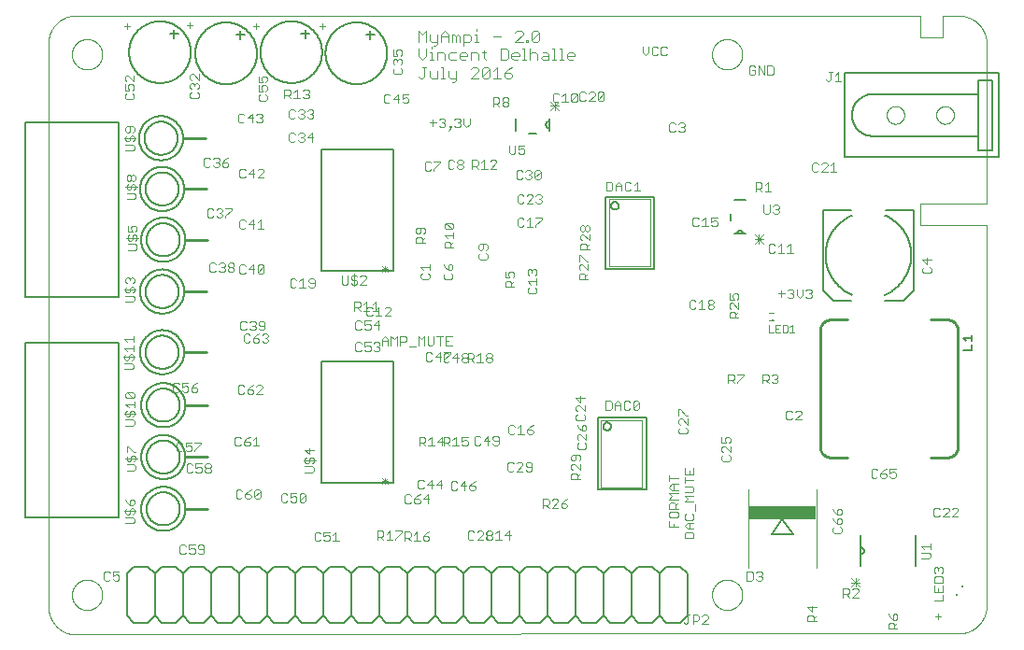
<source format=gto>
G75*
%MOIN*%
%OFA0B0*%
%FSLAX25Y25*%
%IPPOS*%
%LPD*%
%AMOC8*
5,1,8,0,0,1.08239X$1,22.5*
%
%ADD10C,0.00000*%
%ADD11C,0.00300*%
%ADD12C,0.00400*%
%ADD13C,0.00600*%
%ADD14C,0.00200*%
%ADD15C,0.00984*%
%ADD16R,0.00787X0.00787*%
%ADD17C,0.00500*%
%ADD18C,0.01000*%
%ADD19C,0.00800*%
%ADD20R,0.24409X0.04921*%
%ADD21R,0.00984X0.00886*%
D10*
X0019433Y0005945D02*
X0334394Y0006339D01*
X0334394Y0006338D02*
X0334632Y0006341D01*
X0334870Y0006349D01*
X0335107Y0006364D01*
X0335344Y0006384D01*
X0335580Y0006410D01*
X0335816Y0006441D01*
X0336051Y0006478D01*
X0336285Y0006521D01*
X0336518Y0006570D01*
X0336750Y0006624D01*
X0336980Y0006684D01*
X0337209Y0006749D01*
X0337436Y0006820D01*
X0337661Y0006896D01*
X0337884Y0006978D01*
X0338106Y0007065D01*
X0338325Y0007157D01*
X0338542Y0007255D01*
X0338756Y0007357D01*
X0338968Y0007465D01*
X0339178Y0007579D01*
X0339384Y0007697D01*
X0339588Y0007820D01*
X0339788Y0007948D01*
X0339985Y0008080D01*
X0340180Y0008218D01*
X0340370Y0008360D01*
X0340558Y0008507D01*
X0340741Y0008658D01*
X0340921Y0008813D01*
X0341097Y0008973D01*
X0341269Y0009137D01*
X0341438Y0009306D01*
X0341602Y0009478D01*
X0341762Y0009654D01*
X0341917Y0009834D01*
X0342068Y0010017D01*
X0342215Y0010205D01*
X0342357Y0010395D01*
X0342495Y0010590D01*
X0342627Y0010787D01*
X0342755Y0010987D01*
X0342878Y0011191D01*
X0342996Y0011397D01*
X0343110Y0011607D01*
X0343218Y0011819D01*
X0343320Y0012033D01*
X0343418Y0012250D01*
X0343510Y0012469D01*
X0343597Y0012691D01*
X0343679Y0012914D01*
X0343755Y0013139D01*
X0343826Y0013366D01*
X0343891Y0013595D01*
X0343951Y0013825D01*
X0344005Y0014057D01*
X0344054Y0014290D01*
X0344097Y0014524D01*
X0344134Y0014759D01*
X0344165Y0014995D01*
X0344191Y0015231D01*
X0344211Y0015468D01*
X0344226Y0015705D01*
X0344234Y0015943D01*
X0344237Y0016181D01*
X0344236Y0016181D02*
X0344236Y0152008D01*
X0320614Y0152008D01*
X0320614Y0159882D01*
X0344236Y0159882D01*
X0344236Y0216969D01*
X0344237Y0216969D02*
X0344234Y0217207D01*
X0344226Y0217445D01*
X0344211Y0217682D01*
X0344191Y0217919D01*
X0344165Y0218155D01*
X0344134Y0218391D01*
X0344097Y0218626D01*
X0344054Y0218860D01*
X0344005Y0219093D01*
X0343951Y0219325D01*
X0343891Y0219555D01*
X0343826Y0219784D01*
X0343755Y0220011D01*
X0343679Y0220236D01*
X0343597Y0220459D01*
X0343510Y0220681D01*
X0343418Y0220900D01*
X0343320Y0221117D01*
X0343218Y0221331D01*
X0343110Y0221543D01*
X0342996Y0221753D01*
X0342878Y0221959D01*
X0342755Y0222163D01*
X0342627Y0222363D01*
X0342495Y0222560D01*
X0342357Y0222755D01*
X0342215Y0222945D01*
X0342068Y0223133D01*
X0341917Y0223316D01*
X0341762Y0223496D01*
X0341602Y0223672D01*
X0341438Y0223844D01*
X0341269Y0224013D01*
X0341097Y0224177D01*
X0340921Y0224337D01*
X0340741Y0224492D01*
X0340558Y0224643D01*
X0340370Y0224790D01*
X0340180Y0224932D01*
X0339985Y0225070D01*
X0339788Y0225202D01*
X0339588Y0225330D01*
X0339384Y0225453D01*
X0339178Y0225571D01*
X0338968Y0225685D01*
X0338756Y0225793D01*
X0338542Y0225895D01*
X0338325Y0225993D01*
X0338106Y0226085D01*
X0337884Y0226172D01*
X0337661Y0226254D01*
X0337436Y0226330D01*
X0337209Y0226401D01*
X0336980Y0226466D01*
X0336750Y0226526D01*
X0336518Y0226580D01*
X0336285Y0226629D01*
X0336051Y0226672D01*
X0335816Y0226709D01*
X0335580Y0226740D01*
X0335344Y0226766D01*
X0335107Y0226786D01*
X0334870Y0226801D01*
X0334632Y0226809D01*
X0334394Y0226812D01*
X0334394Y0226811D02*
X0328488Y0226811D01*
X0328488Y0218937D01*
X0320614Y0218937D01*
X0320614Y0226811D01*
X0019433Y0226811D01*
X0019433Y0226812D02*
X0019200Y0226814D01*
X0018967Y0226810D01*
X0018734Y0226801D01*
X0018501Y0226786D01*
X0018269Y0226765D01*
X0018037Y0226739D01*
X0017806Y0226707D01*
X0017576Y0226670D01*
X0017347Y0226627D01*
X0017119Y0226579D01*
X0016892Y0226525D01*
X0016666Y0226466D01*
X0016442Y0226401D01*
X0016220Y0226331D01*
X0016000Y0226255D01*
X0015781Y0226174D01*
X0015564Y0226088D01*
X0015350Y0225997D01*
X0015137Y0225900D01*
X0014928Y0225799D01*
X0014720Y0225692D01*
X0014516Y0225580D01*
X0014314Y0225464D01*
X0014115Y0225342D01*
X0013918Y0225216D01*
X0013725Y0225085D01*
X0013536Y0224950D01*
X0013349Y0224810D01*
X0013166Y0224666D01*
X0012987Y0224517D01*
X0012811Y0224364D01*
X0012639Y0224206D01*
X0012471Y0224045D01*
X0012307Y0223879D01*
X0012146Y0223710D01*
X0011990Y0223537D01*
X0011839Y0223360D01*
X0011691Y0223179D01*
X0011548Y0222995D01*
X0011409Y0222808D01*
X0011275Y0222617D01*
X0011146Y0222423D01*
X0011021Y0222226D01*
X0010901Y0222026D01*
X0010786Y0221823D01*
X0010676Y0221617D01*
X0010571Y0221409D01*
X0010471Y0221199D01*
X0010376Y0220986D01*
X0010287Y0220771D01*
X0010202Y0220553D01*
X0010123Y0220334D01*
X0010049Y0220113D01*
X0009981Y0219890D01*
X0009917Y0219666D01*
X0009860Y0219440D01*
X0009808Y0219212D01*
X0009761Y0218984D01*
X0009720Y0218755D01*
X0009684Y0218524D01*
X0009654Y0218293D01*
X0009630Y0218061D01*
X0009611Y0217829D01*
X0009598Y0217596D01*
X0009590Y0217363D01*
X0009591Y0217362D02*
X0009591Y0015788D01*
X0009590Y0015788D02*
X0009593Y0015550D01*
X0009601Y0015312D01*
X0009616Y0015075D01*
X0009636Y0014838D01*
X0009662Y0014602D01*
X0009693Y0014366D01*
X0009730Y0014131D01*
X0009773Y0013897D01*
X0009822Y0013664D01*
X0009876Y0013432D01*
X0009936Y0013202D01*
X0010001Y0012973D01*
X0010072Y0012746D01*
X0010148Y0012521D01*
X0010230Y0012298D01*
X0010317Y0012076D01*
X0010409Y0011857D01*
X0010507Y0011640D01*
X0010609Y0011426D01*
X0010717Y0011214D01*
X0010831Y0011004D01*
X0010949Y0010798D01*
X0011072Y0010594D01*
X0011200Y0010394D01*
X0011332Y0010197D01*
X0011470Y0010002D01*
X0011612Y0009812D01*
X0011759Y0009624D01*
X0011910Y0009441D01*
X0012065Y0009261D01*
X0012225Y0009085D01*
X0012389Y0008913D01*
X0012558Y0008744D01*
X0012730Y0008580D01*
X0012906Y0008420D01*
X0013086Y0008265D01*
X0013269Y0008114D01*
X0013457Y0007967D01*
X0013647Y0007825D01*
X0013842Y0007687D01*
X0014039Y0007555D01*
X0014239Y0007427D01*
X0014443Y0007304D01*
X0014649Y0007186D01*
X0014859Y0007072D01*
X0015071Y0006964D01*
X0015285Y0006862D01*
X0015502Y0006764D01*
X0015721Y0006672D01*
X0015943Y0006585D01*
X0016166Y0006503D01*
X0016391Y0006427D01*
X0016618Y0006356D01*
X0016847Y0006291D01*
X0017077Y0006231D01*
X0017309Y0006177D01*
X0017542Y0006128D01*
X0017776Y0006085D01*
X0018011Y0006048D01*
X0018247Y0006017D01*
X0018483Y0005991D01*
X0018720Y0005971D01*
X0018957Y0005956D01*
X0019195Y0005948D01*
X0019433Y0005945D01*
X0017957Y0020118D02*
X0017959Y0020265D01*
X0017965Y0020411D01*
X0017975Y0020557D01*
X0017989Y0020703D01*
X0018007Y0020849D01*
X0018028Y0020994D01*
X0018054Y0021138D01*
X0018084Y0021282D01*
X0018117Y0021424D01*
X0018154Y0021566D01*
X0018195Y0021707D01*
X0018240Y0021846D01*
X0018289Y0021985D01*
X0018341Y0022122D01*
X0018398Y0022257D01*
X0018457Y0022391D01*
X0018521Y0022523D01*
X0018588Y0022653D01*
X0018658Y0022782D01*
X0018732Y0022909D01*
X0018809Y0023033D01*
X0018890Y0023156D01*
X0018974Y0023276D01*
X0019061Y0023394D01*
X0019151Y0023509D01*
X0019244Y0023622D01*
X0019341Y0023733D01*
X0019440Y0023841D01*
X0019542Y0023946D01*
X0019647Y0024048D01*
X0019755Y0024147D01*
X0019866Y0024244D01*
X0019979Y0024337D01*
X0020094Y0024427D01*
X0020212Y0024514D01*
X0020332Y0024598D01*
X0020455Y0024679D01*
X0020579Y0024756D01*
X0020706Y0024830D01*
X0020835Y0024900D01*
X0020965Y0024967D01*
X0021097Y0025031D01*
X0021231Y0025090D01*
X0021366Y0025147D01*
X0021503Y0025199D01*
X0021642Y0025248D01*
X0021781Y0025293D01*
X0021922Y0025334D01*
X0022064Y0025371D01*
X0022206Y0025404D01*
X0022350Y0025434D01*
X0022494Y0025460D01*
X0022639Y0025481D01*
X0022785Y0025499D01*
X0022931Y0025513D01*
X0023077Y0025523D01*
X0023223Y0025529D01*
X0023370Y0025531D01*
X0023517Y0025529D01*
X0023663Y0025523D01*
X0023809Y0025513D01*
X0023955Y0025499D01*
X0024101Y0025481D01*
X0024246Y0025460D01*
X0024390Y0025434D01*
X0024534Y0025404D01*
X0024676Y0025371D01*
X0024818Y0025334D01*
X0024959Y0025293D01*
X0025098Y0025248D01*
X0025237Y0025199D01*
X0025374Y0025147D01*
X0025509Y0025090D01*
X0025643Y0025031D01*
X0025775Y0024967D01*
X0025905Y0024900D01*
X0026034Y0024830D01*
X0026161Y0024756D01*
X0026285Y0024679D01*
X0026408Y0024598D01*
X0026528Y0024514D01*
X0026646Y0024427D01*
X0026761Y0024337D01*
X0026874Y0024244D01*
X0026985Y0024147D01*
X0027093Y0024048D01*
X0027198Y0023946D01*
X0027300Y0023841D01*
X0027399Y0023733D01*
X0027496Y0023622D01*
X0027589Y0023509D01*
X0027679Y0023394D01*
X0027766Y0023276D01*
X0027850Y0023156D01*
X0027931Y0023033D01*
X0028008Y0022909D01*
X0028082Y0022782D01*
X0028152Y0022653D01*
X0028219Y0022523D01*
X0028283Y0022391D01*
X0028342Y0022257D01*
X0028399Y0022122D01*
X0028451Y0021985D01*
X0028500Y0021846D01*
X0028545Y0021707D01*
X0028586Y0021566D01*
X0028623Y0021424D01*
X0028656Y0021282D01*
X0028686Y0021138D01*
X0028712Y0020994D01*
X0028733Y0020849D01*
X0028751Y0020703D01*
X0028765Y0020557D01*
X0028775Y0020411D01*
X0028781Y0020265D01*
X0028783Y0020118D01*
X0028781Y0019971D01*
X0028775Y0019825D01*
X0028765Y0019679D01*
X0028751Y0019533D01*
X0028733Y0019387D01*
X0028712Y0019242D01*
X0028686Y0019098D01*
X0028656Y0018954D01*
X0028623Y0018812D01*
X0028586Y0018670D01*
X0028545Y0018529D01*
X0028500Y0018390D01*
X0028451Y0018251D01*
X0028399Y0018114D01*
X0028342Y0017979D01*
X0028283Y0017845D01*
X0028219Y0017713D01*
X0028152Y0017583D01*
X0028082Y0017454D01*
X0028008Y0017327D01*
X0027931Y0017203D01*
X0027850Y0017080D01*
X0027766Y0016960D01*
X0027679Y0016842D01*
X0027589Y0016727D01*
X0027496Y0016614D01*
X0027399Y0016503D01*
X0027300Y0016395D01*
X0027198Y0016290D01*
X0027093Y0016188D01*
X0026985Y0016089D01*
X0026874Y0015992D01*
X0026761Y0015899D01*
X0026646Y0015809D01*
X0026528Y0015722D01*
X0026408Y0015638D01*
X0026285Y0015557D01*
X0026161Y0015480D01*
X0026034Y0015406D01*
X0025905Y0015336D01*
X0025775Y0015269D01*
X0025643Y0015205D01*
X0025509Y0015146D01*
X0025374Y0015089D01*
X0025237Y0015037D01*
X0025098Y0014988D01*
X0024959Y0014943D01*
X0024818Y0014902D01*
X0024676Y0014865D01*
X0024534Y0014832D01*
X0024390Y0014802D01*
X0024246Y0014776D01*
X0024101Y0014755D01*
X0023955Y0014737D01*
X0023809Y0014723D01*
X0023663Y0014713D01*
X0023517Y0014707D01*
X0023370Y0014705D01*
X0023223Y0014707D01*
X0023077Y0014713D01*
X0022931Y0014723D01*
X0022785Y0014737D01*
X0022639Y0014755D01*
X0022494Y0014776D01*
X0022350Y0014802D01*
X0022206Y0014832D01*
X0022064Y0014865D01*
X0021922Y0014902D01*
X0021781Y0014943D01*
X0021642Y0014988D01*
X0021503Y0015037D01*
X0021366Y0015089D01*
X0021231Y0015146D01*
X0021097Y0015205D01*
X0020965Y0015269D01*
X0020835Y0015336D01*
X0020706Y0015406D01*
X0020579Y0015480D01*
X0020455Y0015557D01*
X0020332Y0015638D01*
X0020212Y0015722D01*
X0020094Y0015809D01*
X0019979Y0015899D01*
X0019866Y0015992D01*
X0019755Y0016089D01*
X0019647Y0016188D01*
X0019542Y0016290D01*
X0019440Y0016395D01*
X0019341Y0016503D01*
X0019244Y0016614D01*
X0019151Y0016727D01*
X0019061Y0016842D01*
X0018974Y0016960D01*
X0018890Y0017080D01*
X0018809Y0017203D01*
X0018732Y0017327D01*
X0018658Y0017454D01*
X0018588Y0017583D01*
X0018521Y0017713D01*
X0018457Y0017845D01*
X0018398Y0017979D01*
X0018341Y0018114D01*
X0018289Y0018251D01*
X0018240Y0018390D01*
X0018195Y0018529D01*
X0018154Y0018670D01*
X0018117Y0018812D01*
X0018084Y0018954D01*
X0018054Y0019098D01*
X0018028Y0019242D01*
X0018007Y0019387D01*
X0017989Y0019533D01*
X0017975Y0019679D01*
X0017965Y0019825D01*
X0017959Y0019971D01*
X0017957Y0020118D01*
X0246304Y0020118D02*
X0246306Y0020265D01*
X0246312Y0020411D01*
X0246322Y0020557D01*
X0246336Y0020703D01*
X0246354Y0020849D01*
X0246375Y0020994D01*
X0246401Y0021138D01*
X0246431Y0021282D01*
X0246464Y0021424D01*
X0246501Y0021566D01*
X0246542Y0021707D01*
X0246587Y0021846D01*
X0246636Y0021985D01*
X0246688Y0022122D01*
X0246745Y0022257D01*
X0246804Y0022391D01*
X0246868Y0022523D01*
X0246935Y0022653D01*
X0247005Y0022782D01*
X0247079Y0022909D01*
X0247156Y0023033D01*
X0247237Y0023156D01*
X0247321Y0023276D01*
X0247408Y0023394D01*
X0247498Y0023509D01*
X0247591Y0023622D01*
X0247688Y0023733D01*
X0247787Y0023841D01*
X0247889Y0023946D01*
X0247994Y0024048D01*
X0248102Y0024147D01*
X0248213Y0024244D01*
X0248326Y0024337D01*
X0248441Y0024427D01*
X0248559Y0024514D01*
X0248679Y0024598D01*
X0248802Y0024679D01*
X0248926Y0024756D01*
X0249053Y0024830D01*
X0249182Y0024900D01*
X0249312Y0024967D01*
X0249444Y0025031D01*
X0249578Y0025090D01*
X0249713Y0025147D01*
X0249850Y0025199D01*
X0249989Y0025248D01*
X0250128Y0025293D01*
X0250269Y0025334D01*
X0250411Y0025371D01*
X0250553Y0025404D01*
X0250697Y0025434D01*
X0250841Y0025460D01*
X0250986Y0025481D01*
X0251132Y0025499D01*
X0251278Y0025513D01*
X0251424Y0025523D01*
X0251570Y0025529D01*
X0251717Y0025531D01*
X0251864Y0025529D01*
X0252010Y0025523D01*
X0252156Y0025513D01*
X0252302Y0025499D01*
X0252448Y0025481D01*
X0252593Y0025460D01*
X0252737Y0025434D01*
X0252881Y0025404D01*
X0253023Y0025371D01*
X0253165Y0025334D01*
X0253306Y0025293D01*
X0253445Y0025248D01*
X0253584Y0025199D01*
X0253721Y0025147D01*
X0253856Y0025090D01*
X0253990Y0025031D01*
X0254122Y0024967D01*
X0254252Y0024900D01*
X0254381Y0024830D01*
X0254508Y0024756D01*
X0254632Y0024679D01*
X0254755Y0024598D01*
X0254875Y0024514D01*
X0254993Y0024427D01*
X0255108Y0024337D01*
X0255221Y0024244D01*
X0255332Y0024147D01*
X0255440Y0024048D01*
X0255545Y0023946D01*
X0255647Y0023841D01*
X0255746Y0023733D01*
X0255843Y0023622D01*
X0255936Y0023509D01*
X0256026Y0023394D01*
X0256113Y0023276D01*
X0256197Y0023156D01*
X0256278Y0023033D01*
X0256355Y0022909D01*
X0256429Y0022782D01*
X0256499Y0022653D01*
X0256566Y0022523D01*
X0256630Y0022391D01*
X0256689Y0022257D01*
X0256746Y0022122D01*
X0256798Y0021985D01*
X0256847Y0021846D01*
X0256892Y0021707D01*
X0256933Y0021566D01*
X0256970Y0021424D01*
X0257003Y0021282D01*
X0257033Y0021138D01*
X0257059Y0020994D01*
X0257080Y0020849D01*
X0257098Y0020703D01*
X0257112Y0020557D01*
X0257122Y0020411D01*
X0257128Y0020265D01*
X0257130Y0020118D01*
X0257128Y0019971D01*
X0257122Y0019825D01*
X0257112Y0019679D01*
X0257098Y0019533D01*
X0257080Y0019387D01*
X0257059Y0019242D01*
X0257033Y0019098D01*
X0257003Y0018954D01*
X0256970Y0018812D01*
X0256933Y0018670D01*
X0256892Y0018529D01*
X0256847Y0018390D01*
X0256798Y0018251D01*
X0256746Y0018114D01*
X0256689Y0017979D01*
X0256630Y0017845D01*
X0256566Y0017713D01*
X0256499Y0017583D01*
X0256429Y0017454D01*
X0256355Y0017327D01*
X0256278Y0017203D01*
X0256197Y0017080D01*
X0256113Y0016960D01*
X0256026Y0016842D01*
X0255936Y0016727D01*
X0255843Y0016614D01*
X0255746Y0016503D01*
X0255647Y0016395D01*
X0255545Y0016290D01*
X0255440Y0016188D01*
X0255332Y0016089D01*
X0255221Y0015992D01*
X0255108Y0015899D01*
X0254993Y0015809D01*
X0254875Y0015722D01*
X0254755Y0015638D01*
X0254632Y0015557D01*
X0254508Y0015480D01*
X0254381Y0015406D01*
X0254252Y0015336D01*
X0254122Y0015269D01*
X0253990Y0015205D01*
X0253856Y0015146D01*
X0253721Y0015089D01*
X0253584Y0015037D01*
X0253445Y0014988D01*
X0253306Y0014943D01*
X0253165Y0014902D01*
X0253023Y0014865D01*
X0252881Y0014832D01*
X0252737Y0014802D01*
X0252593Y0014776D01*
X0252448Y0014755D01*
X0252302Y0014737D01*
X0252156Y0014723D01*
X0252010Y0014713D01*
X0251864Y0014707D01*
X0251717Y0014705D01*
X0251570Y0014707D01*
X0251424Y0014713D01*
X0251278Y0014723D01*
X0251132Y0014737D01*
X0250986Y0014755D01*
X0250841Y0014776D01*
X0250697Y0014802D01*
X0250553Y0014832D01*
X0250411Y0014865D01*
X0250269Y0014902D01*
X0250128Y0014943D01*
X0249989Y0014988D01*
X0249850Y0015037D01*
X0249713Y0015089D01*
X0249578Y0015146D01*
X0249444Y0015205D01*
X0249312Y0015269D01*
X0249182Y0015336D01*
X0249053Y0015406D01*
X0248926Y0015480D01*
X0248802Y0015557D01*
X0248679Y0015638D01*
X0248559Y0015722D01*
X0248441Y0015809D01*
X0248326Y0015899D01*
X0248213Y0015992D01*
X0248102Y0016089D01*
X0247994Y0016188D01*
X0247889Y0016290D01*
X0247787Y0016395D01*
X0247688Y0016503D01*
X0247591Y0016614D01*
X0247498Y0016727D01*
X0247408Y0016842D01*
X0247321Y0016960D01*
X0247237Y0017080D01*
X0247156Y0017203D01*
X0247079Y0017327D01*
X0247005Y0017454D01*
X0246935Y0017583D01*
X0246868Y0017713D01*
X0246804Y0017845D01*
X0246745Y0017979D01*
X0246688Y0018114D01*
X0246636Y0018251D01*
X0246587Y0018390D01*
X0246542Y0018529D01*
X0246501Y0018670D01*
X0246464Y0018812D01*
X0246431Y0018954D01*
X0246401Y0019098D01*
X0246375Y0019242D01*
X0246354Y0019387D01*
X0246336Y0019533D01*
X0246322Y0019679D01*
X0246312Y0019825D01*
X0246306Y0019971D01*
X0246304Y0020118D01*
X0308606Y0191378D02*
X0308608Y0191490D01*
X0308614Y0191601D01*
X0308624Y0191713D01*
X0308638Y0191824D01*
X0308655Y0191934D01*
X0308677Y0192044D01*
X0308703Y0192153D01*
X0308732Y0192261D01*
X0308765Y0192367D01*
X0308802Y0192473D01*
X0308843Y0192577D01*
X0308888Y0192680D01*
X0308936Y0192781D01*
X0308987Y0192880D01*
X0309042Y0192977D01*
X0309101Y0193072D01*
X0309162Y0193166D01*
X0309227Y0193257D01*
X0309296Y0193345D01*
X0309367Y0193431D01*
X0309441Y0193515D01*
X0309519Y0193595D01*
X0309599Y0193673D01*
X0309682Y0193749D01*
X0309767Y0193821D01*
X0309855Y0193890D01*
X0309945Y0193956D01*
X0310038Y0194018D01*
X0310133Y0194078D01*
X0310230Y0194134D01*
X0310328Y0194186D01*
X0310429Y0194235D01*
X0310531Y0194280D01*
X0310635Y0194322D01*
X0310740Y0194360D01*
X0310847Y0194394D01*
X0310954Y0194424D01*
X0311063Y0194451D01*
X0311172Y0194473D01*
X0311283Y0194492D01*
X0311393Y0194507D01*
X0311505Y0194518D01*
X0311616Y0194525D01*
X0311728Y0194528D01*
X0311840Y0194527D01*
X0311952Y0194522D01*
X0312063Y0194513D01*
X0312174Y0194500D01*
X0312285Y0194483D01*
X0312395Y0194463D01*
X0312504Y0194438D01*
X0312612Y0194410D01*
X0312719Y0194377D01*
X0312825Y0194341D01*
X0312929Y0194301D01*
X0313032Y0194258D01*
X0313134Y0194211D01*
X0313233Y0194160D01*
X0313331Y0194106D01*
X0313427Y0194048D01*
X0313521Y0193987D01*
X0313612Y0193923D01*
X0313701Y0193856D01*
X0313788Y0193785D01*
X0313872Y0193711D01*
X0313954Y0193635D01*
X0314032Y0193555D01*
X0314108Y0193473D01*
X0314181Y0193388D01*
X0314251Y0193301D01*
X0314317Y0193211D01*
X0314381Y0193119D01*
X0314441Y0193025D01*
X0314498Y0192929D01*
X0314551Y0192830D01*
X0314601Y0192730D01*
X0314647Y0192629D01*
X0314690Y0192525D01*
X0314729Y0192420D01*
X0314764Y0192314D01*
X0314795Y0192207D01*
X0314823Y0192098D01*
X0314846Y0191989D01*
X0314866Y0191879D01*
X0314882Y0191768D01*
X0314894Y0191657D01*
X0314902Y0191546D01*
X0314906Y0191434D01*
X0314906Y0191322D01*
X0314902Y0191210D01*
X0314894Y0191099D01*
X0314882Y0190988D01*
X0314866Y0190877D01*
X0314846Y0190767D01*
X0314823Y0190658D01*
X0314795Y0190549D01*
X0314764Y0190442D01*
X0314729Y0190336D01*
X0314690Y0190231D01*
X0314647Y0190127D01*
X0314601Y0190026D01*
X0314551Y0189926D01*
X0314498Y0189827D01*
X0314441Y0189731D01*
X0314381Y0189637D01*
X0314317Y0189545D01*
X0314251Y0189455D01*
X0314181Y0189368D01*
X0314108Y0189283D01*
X0314032Y0189201D01*
X0313954Y0189121D01*
X0313872Y0189045D01*
X0313788Y0188971D01*
X0313701Y0188900D01*
X0313612Y0188833D01*
X0313521Y0188769D01*
X0313427Y0188708D01*
X0313331Y0188650D01*
X0313233Y0188596D01*
X0313134Y0188545D01*
X0313032Y0188498D01*
X0312929Y0188455D01*
X0312825Y0188415D01*
X0312719Y0188379D01*
X0312612Y0188346D01*
X0312504Y0188318D01*
X0312395Y0188293D01*
X0312285Y0188273D01*
X0312174Y0188256D01*
X0312063Y0188243D01*
X0311952Y0188234D01*
X0311840Y0188229D01*
X0311728Y0188228D01*
X0311616Y0188231D01*
X0311505Y0188238D01*
X0311393Y0188249D01*
X0311283Y0188264D01*
X0311172Y0188283D01*
X0311063Y0188305D01*
X0310954Y0188332D01*
X0310847Y0188362D01*
X0310740Y0188396D01*
X0310635Y0188434D01*
X0310531Y0188476D01*
X0310429Y0188521D01*
X0310328Y0188570D01*
X0310230Y0188622D01*
X0310133Y0188678D01*
X0310038Y0188738D01*
X0309945Y0188800D01*
X0309855Y0188866D01*
X0309767Y0188935D01*
X0309682Y0189007D01*
X0309599Y0189083D01*
X0309519Y0189161D01*
X0309441Y0189241D01*
X0309367Y0189325D01*
X0309296Y0189411D01*
X0309227Y0189499D01*
X0309162Y0189590D01*
X0309101Y0189684D01*
X0309042Y0189779D01*
X0308987Y0189876D01*
X0308936Y0189975D01*
X0308888Y0190076D01*
X0308843Y0190179D01*
X0308802Y0190283D01*
X0308765Y0190389D01*
X0308732Y0190495D01*
X0308703Y0190603D01*
X0308677Y0190712D01*
X0308655Y0190822D01*
X0308638Y0190932D01*
X0308624Y0191043D01*
X0308614Y0191155D01*
X0308608Y0191266D01*
X0308606Y0191378D01*
X0326323Y0191378D02*
X0326325Y0191490D01*
X0326331Y0191601D01*
X0326341Y0191713D01*
X0326355Y0191824D01*
X0326372Y0191934D01*
X0326394Y0192044D01*
X0326420Y0192153D01*
X0326449Y0192261D01*
X0326482Y0192367D01*
X0326519Y0192473D01*
X0326560Y0192577D01*
X0326605Y0192680D01*
X0326653Y0192781D01*
X0326704Y0192880D01*
X0326759Y0192977D01*
X0326818Y0193072D01*
X0326879Y0193166D01*
X0326944Y0193257D01*
X0327013Y0193345D01*
X0327084Y0193431D01*
X0327158Y0193515D01*
X0327236Y0193595D01*
X0327316Y0193673D01*
X0327399Y0193749D01*
X0327484Y0193821D01*
X0327572Y0193890D01*
X0327662Y0193956D01*
X0327755Y0194018D01*
X0327850Y0194078D01*
X0327947Y0194134D01*
X0328045Y0194186D01*
X0328146Y0194235D01*
X0328248Y0194280D01*
X0328352Y0194322D01*
X0328457Y0194360D01*
X0328564Y0194394D01*
X0328671Y0194424D01*
X0328780Y0194451D01*
X0328889Y0194473D01*
X0329000Y0194492D01*
X0329110Y0194507D01*
X0329222Y0194518D01*
X0329333Y0194525D01*
X0329445Y0194528D01*
X0329557Y0194527D01*
X0329669Y0194522D01*
X0329780Y0194513D01*
X0329891Y0194500D01*
X0330002Y0194483D01*
X0330112Y0194463D01*
X0330221Y0194438D01*
X0330329Y0194410D01*
X0330436Y0194377D01*
X0330542Y0194341D01*
X0330646Y0194301D01*
X0330749Y0194258D01*
X0330851Y0194211D01*
X0330950Y0194160D01*
X0331048Y0194106D01*
X0331144Y0194048D01*
X0331238Y0193987D01*
X0331329Y0193923D01*
X0331418Y0193856D01*
X0331505Y0193785D01*
X0331589Y0193711D01*
X0331671Y0193635D01*
X0331749Y0193555D01*
X0331825Y0193473D01*
X0331898Y0193388D01*
X0331968Y0193301D01*
X0332034Y0193211D01*
X0332098Y0193119D01*
X0332158Y0193025D01*
X0332215Y0192929D01*
X0332268Y0192830D01*
X0332318Y0192730D01*
X0332364Y0192629D01*
X0332407Y0192525D01*
X0332446Y0192420D01*
X0332481Y0192314D01*
X0332512Y0192207D01*
X0332540Y0192098D01*
X0332563Y0191989D01*
X0332583Y0191879D01*
X0332599Y0191768D01*
X0332611Y0191657D01*
X0332619Y0191546D01*
X0332623Y0191434D01*
X0332623Y0191322D01*
X0332619Y0191210D01*
X0332611Y0191099D01*
X0332599Y0190988D01*
X0332583Y0190877D01*
X0332563Y0190767D01*
X0332540Y0190658D01*
X0332512Y0190549D01*
X0332481Y0190442D01*
X0332446Y0190336D01*
X0332407Y0190231D01*
X0332364Y0190127D01*
X0332318Y0190026D01*
X0332268Y0189926D01*
X0332215Y0189827D01*
X0332158Y0189731D01*
X0332098Y0189637D01*
X0332034Y0189545D01*
X0331968Y0189455D01*
X0331898Y0189368D01*
X0331825Y0189283D01*
X0331749Y0189201D01*
X0331671Y0189121D01*
X0331589Y0189045D01*
X0331505Y0188971D01*
X0331418Y0188900D01*
X0331329Y0188833D01*
X0331238Y0188769D01*
X0331144Y0188708D01*
X0331048Y0188650D01*
X0330950Y0188596D01*
X0330851Y0188545D01*
X0330749Y0188498D01*
X0330646Y0188455D01*
X0330542Y0188415D01*
X0330436Y0188379D01*
X0330329Y0188346D01*
X0330221Y0188318D01*
X0330112Y0188293D01*
X0330002Y0188273D01*
X0329891Y0188256D01*
X0329780Y0188243D01*
X0329669Y0188234D01*
X0329557Y0188229D01*
X0329445Y0188228D01*
X0329333Y0188231D01*
X0329222Y0188238D01*
X0329110Y0188249D01*
X0329000Y0188264D01*
X0328889Y0188283D01*
X0328780Y0188305D01*
X0328671Y0188332D01*
X0328564Y0188362D01*
X0328457Y0188396D01*
X0328352Y0188434D01*
X0328248Y0188476D01*
X0328146Y0188521D01*
X0328045Y0188570D01*
X0327947Y0188622D01*
X0327850Y0188678D01*
X0327755Y0188738D01*
X0327662Y0188800D01*
X0327572Y0188866D01*
X0327484Y0188935D01*
X0327399Y0189007D01*
X0327316Y0189083D01*
X0327236Y0189161D01*
X0327158Y0189241D01*
X0327084Y0189325D01*
X0327013Y0189411D01*
X0326944Y0189499D01*
X0326879Y0189590D01*
X0326818Y0189684D01*
X0326759Y0189779D01*
X0326704Y0189876D01*
X0326653Y0189975D01*
X0326605Y0190076D01*
X0326560Y0190179D01*
X0326519Y0190283D01*
X0326482Y0190389D01*
X0326449Y0190495D01*
X0326420Y0190603D01*
X0326394Y0190712D01*
X0326372Y0190822D01*
X0326355Y0190932D01*
X0326341Y0191043D01*
X0326331Y0191155D01*
X0326325Y0191266D01*
X0326323Y0191378D01*
X0246304Y0213032D02*
X0246306Y0213179D01*
X0246312Y0213325D01*
X0246322Y0213471D01*
X0246336Y0213617D01*
X0246354Y0213763D01*
X0246375Y0213908D01*
X0246401Y0214052D01*
X0246431Y0214196D01*
X0246464Y0214338D01*
X0246501Y0214480D01*
X0246542Y0214621D01*
X0246587Y0214760D01*
X0246636Y0214899D01*
X0246688Y0215036D01*
X0246745Y0215171D01*
X0246804Y0215305D01*
X0246868Y0215437D01*
X0246935Y0215567D01*
X0247005Y0215696D01*
X0247079Y0215823D01*
X0247156Y0215947D01*
X0247237Y0216070D01*
X0247321Y0216190D01*
X0247408Y0216308D01*
X0247498Y0216423D01*
X0247591Y0216536D01*
X0247688Y0216647D01*
X0247787Y0216755D01*
X0247889Y0216860D01*
X0247994Y0216962D01*
X0248102Y0217061D01*
X0248213Y0217158D01*
X0248326Y0217251D01*
X0248441Y0217341D01*
X0248559Y0217428D01*
X0248679Y0217512D01*
X0248802Y0217593D01*
X0248926Y0217670D01*
X0249053Y0217744D01*
X0249182Y0217814D01*
X0249312Y0217881D01*
X0249444Y0217945D01*
X0249578Y0218004D01*
X0249713Y0218061D01*
X0249850Y0218113D01*
X0249989Y0218162D01*
X0250128Y0218207D01*
X0250269Y0218248D01*
X0250411Y0218285D01*
X0250553Y0218318D01*
X0250697Y0218348D01*
X0250841Y0218374D01*
X0250986Y0218395D01*
X0251132Y0218413D01*
X0251278Y0218427D01*
X0251424Y0218437D01*
X0251570Y0218443D01*
X0251717Y0218445D01*
X0251864Y0218443D01*
X0252010Y0218437D01*
X0252156Y0218427D01*
X0252302Y0218413D01*
X0252448Y0218395D01*
X0252593Y0218374D01*
X0252737Y0218348D01*
X0252881Y0218318D01*
X0253023Y0218285D01*
X0253165Y0218248D01*
X0253306Y0218207D01*
X0253445Y0218162D01*
X0253584Y0218113D01*
X0253721Y0218061D01*
X0253856Y0218004D01*
X0253990Y0217945D01*
X0254122Y0217881D01*
X0254252Y0217814D01*
X0254381Y0217744D01*
X0254508Y0217670D01*
X0254632Y0217593D01*
X0254755Y0217512D01*
X0254875Y0217428D01*
X0254993Y0217341D01*
X0255108Y0217251D01*
X0255221Y0217158D01*
X0255332Y0217061D01*
X0255440Y0216962D01*
X0255545Y0216860D01*
X0255647Y0216755D01*
X0255746Y0216647D01*
X0255843Y0216536D01*
X0255936Y0216423D01*
X0256026Y0216308D01*
X0256113Y0216190D01*
X0256197Y0216070D01*
X0256278Y0215947D01*
X0256355Y0215823D01*
X0256429Y0215696D01*
X0256499Y0215567D01*
X0256566Y0215437D01*
X0256630Y0215305D01*
X0256689Y0215171D01*
X0256746Y0215036D01*
X0256798Y0214899D01*
X0256847Y0214760D01*
X0256892Y0214621D01*
X0256933Y0214480D01*
X0256970Y0214338D01*
X0257003Y0214196D01*
X0257033Y0214052D01*
X0257059Y0213908D01*
X0257080Y0213763D01*
X0257098Y0213617D01*
X0257112Y0213471D01*
X0257122Y0213325D01*
X0257128Y0213179D01*
X0257130Y0213032D01*
X0257128Y0212885D01*
X0257122Y0212739D01*
X0257112Y0212593D01*
X0257098Y0212447D01*
X0257080Y0212301D01*
X0257059Y0212156D01*
X0257033Y0212012D01*
X0257003Y0211868D01*
X0256970Y0211726D01*
X0256933Y0211584D01*
X0256892Y0211443D01*
X0256847Y0211304D01*
X0256798Y0211165D01*
X0256746Y0211028D01*
X0256689Y0210893D01*
X0256630Y0210759D01*
X0256566Y0210627D01*
X0256499Y0210497D01*
X0256429Y0210368D01*
X0256355Y0210241D01*
X0256278Y0210117D01*
X0256197Y0209994D01*
X0256113Y0209874D01*
X0256026Y0209756D01*
X0255936Y0209641D01*
X0255843Y0209528D01*
X0255746Y0209417D01*
X0255647Y0209309D01*
X0255545Y0209204D01*
X0255440Y0209102D01*
X0255332Y0209003D01*
X0255221Y0208906D01*
X0255108Y0208813D01*
X0254993Y0208723D01*
X0254875Y0208636D01*
X0254755Y0208552D01*
X0254632Y0208471D01*
X0254508Y0208394D01*
X0254381Y0208320D01*
X0254252Y0208250D01*
X0254122Y0208183D01*
X0253990Y0208119D01*
X0253856Y0208060D01*
X0253721Y0208003D01*
X0253584Y0207951D01*
X0253445Y0207902D01*
X0253306Y0207857D01*
X0253165Y0207816D01*
X0253023Y0207779D01*
X0252881Y0207746D01*
X0252737Y0207716D01*
X0252593Y0207690D01*
X0252448Y0207669D01*
X0252302Y0207651D01*
X0252156Y0207637D01*
X0252010Y0207627D01*
X0251864Y0207621D01*
X0251717Y0207619D01*
X0251570Y0207621D01*
X0251424Y0207627D01*
X0251278Y0207637D01*
X0251132Y0207651D01*
X0250986Y0207669D01*
X0250841Y0207690D01*
X0250697Y0207716D01*
X0250553Y0207746D01*
X0250411Y0207779D01*
X0250269Y0207816D01*
X0250128Y0207857D01*
X0249989Y0207902D01*
X0249850Y0207951D01*
X0249713Y0208003D01*
X0249578Y0208060D01*
X0249444Y0208119D01*
X0249312Y0208183D01*
X0249182Y0208250D01*
X0249053Y0208320D01*
X0248926Y0208394D01*
X0248802Y0208471D01*
X0248679Y0208552D01*
X0248559Y0208636D01*
X0248441Y0208723D01*
X0248326Y0208813D01*
X0248213Y0208906D01*
X0248102Y0209003D01*
X0247994Y0209102D01*
X0247889Y0209204D01*
X0247787Y0209309D01*
X0247688Y0209417D01*
X0247591Y0209528D01*
X0247498Y0209641D01*
X0247408Y0209756D01*
X0247321Y0209874D01*
X0247237Y0209994D01*
X0247156Y0210117D01*
X0247079Y0210241D01*
X0247005Y0210368D01*
X0246935Y0210497D01*
X0246868Y0210627D01*
X0246804Y0210759D01*
X0246745Y0210893D01*
X0246688Y0211028D01*
X0246636Y0211165D01*
X0246587Y0211304D01*
X0246542Y0211443D01*
X0246501Y0211584D01*
X0246464Y0211726D01*
X0246431Y0211868D01*
X0246401Y0212012D01*
X0246375Y0212156D01*
X0246354Y0212301D01*
X0246336Y0212447D01*
X0246322Y0212593D01*
X0246312Y0212739D01*
X0246306Y0212885D01*
X0246304Y0213032D01*
X0017957Y0213032D02*
X0017959Y0213179D01*
X0017965Y0213325D01*
X0017975Y0213471D01*
X0017989Y0213617D01*
X0018007Y0213763D01*
X0018028Y0213908D01*
X0018054Y0214052D01*
X0018084Y0214196D01*
X0018117Y0214338D01*
X0018154Y0214480D01*
X0018195Y0214621D01*
X0018240Y0214760D01*
X0018289Y0214899D01*
X0018341Y0215036D01*
X0018398Y0215171D01*
X0018457Y0215305D01*
X0018521Y0215437D01*
X0018588Y0215567D01*
X0018658Y0215696D01*
X0018732Y0215823D01*
X0018809Y0215947D01*
X0018890Y0216070D01*
X0018974Y0216190D01*
X0019061Y0216308D01*
X0019151Y0216423D01*
X0019244Y0216536D01*
X0019341Y0216647D01*
X0019440Y0216755D01*
X0019542Y0216860D01*
X0019647Y0216962D01*
X0019755Y0217061D01*
X0019866Y0217158D01*
X0019979Y0217251D01*
X0020094Y0217341D01*
X0020212Y0217428D01*
X0020332Y0217512D01*
X0020455Y0217593D01*
X0020579Y0217670D01*
X0020706Y0217744D01*
X0020835Y0217814D01*
X0020965Y0217881D01*
X0021097Y0217945D01*
X0021231Y0218004D01*
X0021366Y0218061D01*
X0021503Y0218113D01*
X0021642Y0218162D01*
X0021781Y0218207D01*
X0021922Y0218248D01*
X0022064Y0218285D01*
X0022206Y0218318D01*
X0022350Y0218348D01*
X0022494Y0218374D01*
X0022639Y0218395D01*
X0022785Y0218413D01*
X0022931Y0218427D01*
X0023077Y0218437D01*
X0023223Y0218443D01*
X0023370Y0218445D01*
X0023517Y0218443D01*
X0023663Y0218437D01*
X0023809Y0218427D01*
X0023955Y0218413D01*
X0024101Y0218395D01*
X0024246Y0218374D01*
X0024390Y0218348D01*
X0024534Y0218318D01*
X0024676Y0218285D01*
X0024818Y0218248D01*
X0024959Y0218207D01*
X0025098Y0218162D01*
X0025237Y0218113D01*
X0025374Y0218061D01*
X0025509Y0218004D01*
X0025643Y0217945D01*
X0025775Y0217881D01*
X0025905Y0217814D01*
X0026034Y0217744D01*
X0026161Y0217670D01*
X0026285Y0217593D01*
X0026408Y0217512D01*
X0026528Y0217428D01*
X0026646Y0217341D01*
X0026761Y0217251D01*
X0026874Y0217158D01*
X0026985Y0217061D01*
X0027093Y0216962D01*
X0027198Y0216860D01*
X0027300Y0216755D01*
X0027399Y0216647D01*
X0027496Y0216536D01*
X0027589Y0216423D01*
X0027679Y0216308D01*
X0027766Y0216190D01*
X0027850Y0216070D01*
X0027931Y0215947D01*
X0028008Y0215823D01*
X0028082Y0215696D01*
X0028152Y0215567D01*
X0028219Y0215437D01*
X0028283Y0215305D01*
X0028342Y0215171D01*
X0028399Y0215036D01*
X0028451Y0214899D01*
X0028500Y0214760D01*
X0028545Y0214621D01*
X0028586Y0214480D01*
X0028623Y0214338D01*
X0028656Y0214196D01*
X0028686Y0214052D01*
X0028712Y0213908D01*
X0028733Y0213763D01*
X0028751Y0213617D01*
X0028765Y0213471D01*
X0028775Y0213325D01*
X0028781Y0213179D01*
X0028783Y0213032D01*
X0028781Y0212885D01*
X0028775Y0212739D01*
X0028765Y0212593D01*
X0028751Y0212447D01*
X0028733Y0212301D01*
X0028712Y0212156D01*
X0028686Y0212012D01*
X0028656Y0211868D01*
X0028623Y0211726D01*
X0028586Y0211584D01*
X0028545Y0211443D01*
X0028500Y0211304D01*
X0028451Y0211165D01*
X0028399Y0211028D01*
X0028342Y0210893D01*
X0028283Y0210759D01*
X0028219Y0210627D01*
X0028152Y0210497D01*
X0028082Y0210368D01*
X0028008Y0210241D01*
X0027931Y0210117D01*
X0027850Y0209994D01*
X0027766Y0209874D01*
X0027679Y0209756D01*
X0027589Y0209641D01*
X0027496Y0209528D01*
X0027399Y0209417D01*
X0027300Y0209309D01*
X0027198Y0209204D01*
X0027093Y0209102D01*
X0026985Y0209003D01*
X0026874Y0208906D01*
X0026761Y0208813D01*
X0026646Y0208723D01*
X0026528Y0208636D01*
X0026408Y0208552D01*
X0026285Y0208471D01*
X0026161Y0208394D01*
X0026034Y0208320D01*
X0025905Y0208250D01*
X0025775Y0208183D01*
X0025643Y0208119D01*
X0025509Y0208060D01*
X0025374Y0208003D01*
X0025237Y0207951D01*
X0025098Y0207902D01*
X0024959Y0207857D01*
X0024818Y0207816D01*
X0024676Y0207779D01*
X0024534Y0207746D01*
X0024390Y0207716D01*
X0024246Y0207690D01*
X0024101Y0207669D01*
X0023955Y0207651D01*
X0023809Y0207637D01*
X0023663Y0207627D01*
X0023517Y0207621D01*
X0023370Y0207619D01*
X0023223Y0207621D01*
X0023077Y0207627D01*
X0022931Y0207637D01*
X0022785Y0207651D01*
X0022639Y0207669D01*
X0022494Y0207690D01*
X0022350Y0207716D01*
X0022206Y0207746D01*
X0022064Y0207779D01*
X0021922Y0207816D01*
X0021781Y0207857D01*
X0021642Y0207902D01*
X0021503Y0207951D01*
X0021366Y0208003D01*
X0021231Y0208060D01*
X0021097Y0208119D01*
X0020965Y0208183D01*
X0020835Y0208250D01*
X0020706Y0208320D01*
X0020579Y0208394D01*
X0020455Y0208471D01*
X0020332Y0208552D01*
X0020212Y0208636D01*
X0020094Y0208723D01*
X0019979Y0208813D01*
X0019866Y0208906D01*
X0019755Y0209003D01*
X0019647Y0209102D01*
X0019542Y0209204D01*
X0019440Y0209309D01*
X0019341Y0209417D01*
X0019244Y0209528D01*
X0019151Y0209641D01*
X0019061Y0209756D01*
X0018974Y0209874D01*
X0018890Y0209994D01*
X0018809Y0210117D01*
X0018732Y0210241D01*
X0018658Y0210368D01*
X0018588Y0210497D01*
X0018521Y0210627D01*
X0018457Y0210759D01*
X0018398Y0210893D01*
X0018341Y0211028D01*
X0018289Y0211165D01*
X0018240Y0211304D01*
X0018195Y0211443D01*
X0018154Y0211584D01*
X0018117Y0211726D01*
X0018084Y0211868D01*
X0018054Y0212012D01*
X0018028Y0212156D01*
X0018007Y0212301D01*
X0017989Y0212447D01*
X0017975Y0212593D01*
X0017965Y0212739D01*
X0017959Y0212885D01*
X0017957Y0213032D01*
D11*
X0065051Y0175592D02*
X0065592Y0176133D01*
X0066674Y0176133D01*
X0067215Y0175592D01*
X0068314Y0175592D02*
X0068855Y0176133D01*
X0069937Y0176133D01*
X0070478Y0175592D01*
X0070478Y0175051D01*
X0069937Y0174510D01*
X0070478Y0173969D01*
X0070478Y0173427D01*
X0069937Y0172886D01*
X0068855Y0172886D01*
X0068314Y0173427D01*
X0067215Y0173427D02*
X0066674Y0172886D01*
X0065592Y0172886D01*
X0065051Y0173427D01*
X0065051Y0175592D01*
X0069396Y0174510D02*
X0069937Y0174510D01*
X0071577Y0174510D02*
X0071577Y0173427D01*
X0072118Y0172886D01*
X0073200Y0172886D01*
X0073741Y0173427D01*
X0073741Y0173969D01*
X0073200Y0174510D01*
X0071577Y0174510D01*
X0072659Y0175592D01*
X0073741Y0176133D01*
X0078191Y0172196D02*
X0077650Y0171655D01*
X0077650Y0169490D01*
X0078191Y0168949D01*
X0079273Y0168949D01*
X0079814Y0169490D01*
X0080912Y0170573D02*
X0083076Y0170573D01*
X0084175Y0171655D02*
X0084716Y0172196D01*
X0085798Y0172196D01*
X0086339Y0171655D01*
X0086339Y0171114D01*
X0084175Y0168949D01*
X0086339Y0168949D01*
X0082535Y0168949D02*
X0082535Y0172196D01*
X0080912Y0170573D01*
X0079814Y0171655D02*
X0079273Y0172196D01*
X0078191Y0172196D01*
X0095430Y0182365D02*
X0095430Y0184529D01*
X0095971Y0185070D01*
X0097053Y0185070D01*
X0097594Y0184529D01*
X0098692Y0184529D02*
X0099233Y0185070D01*
X0100315Y0185070D01*
X0100856Y0184529D01*
X0100856Y0183988D01*
X0100315Y0183447D01*
X0100856Y0182906D01*
X0100856Y0182365D01*
X0100315Y0181823D01*
X0099233Y0181823D01*
X0098692Y0182365D01*
X0097594Y0182365D02*
X0097053Y0181823D01*
X0095971Y0181823D01*
X0095430Y0182365D01*
X0099774Y0183447D02*
X0100315Y0183447D01*
X0101955Y0183447D02*
X0104119Y0183447D01*
X0103578Y0185070D02*
X0103578Y0181823D01*
X0101955Y0183447D02*
X0103578Y0185070D01*
X0103578Y0190091D02*
X0102496Y0190091D01*
X0101955Y0190632D01*
X0100856Y0190632D02*
X0100315Y0190091D01*
X0099233Y0190091D01*
X0098692Y0190632D01*
X0097594Y0190632D02*
X0097053Y0190091D01*
X0095971Y0190091D01*
X0095430Y0190632D01*
X0095430Y0192796D01*
X0095971Y0193337D01*
X0097053Y0193337D01*
X0097594Y0192796D01*
X0098692Y0192796D02*
X0099233Y0193337D01*
X0100315Y0193337D01*
X0100856Y0192796D01*
X0100856Y0192255D01*
X0100315Y0191714D01*
X0100856Y0191173D01*
X0100856Y0190632D01*
X0100315Y0191714D02*
X0099774Y0191714D01*
X0101955Y0192796D02*
X0102496Y0193337D01*
X0103578Y0193337D01*
X0104119Y0192796D01*
X0104119Y0192255D01*
X0103578Y0191714D01*
X0104119Y0191173D01*
X0104119Y0190632D01*
X0103578Y0190091D01*
X0103578Y0191714D02*
X0103037Y0191714D01*
X0101940Y0197296D02*
X0100858Y0197296D01*
X0100317Y0197837D01*
X0099218Y0197296D02*
X0097054Y0197296D01*
X0098136Y0197296D02*
X0098136Y0200542D01*
X0097054Y0199460D01*
X0095956Y0200001D02*
X0095956Y0198919D01*
X0095415Y0198378D01*
X0093791Y0198378D01*
X0093791Y0197296D02*
X0093791Y0200542D01*
X0095415Y0200542D01*
X0095956Y0200001D01*
X0094874Y0198378D02*
X0095956Y0197296D01*
X0100317Y0200001D02*
X0100858Y0200542D01*
X0101940Y0200542D01*
X0102481Y0200001D01*
X0102481Y0199460D01*
X0101940Y0198919D01*
X0102481Y0198378D01*
X0102481Y0197837D01*
X0101940Y0197296D01*
X0101940Y0198919D02*
X0101399Y0198919D01*
X0085945Y0191340D02*
X0085945Y0190799D01*
X0085404Y0190258D01*
X0085945Y0189717D01*
X0085945Y0189176D01*
X0085404Y0188635D01*
X0084322Y0188635D01*
X0083781Y0189176D01*
X0084863Y0190258D02*
X0085404Y0190258D01*
X0085945Y0191340D02*
X0085404Y0191881D01*
X0084322Y0191881D01*
X0083781Y0191340D01*
X0082683Y0190258D02*
X0080519Y0190258D01*
X0082142Y0191881D01*
X0082142Y0188635D01*
X0079420Y0189176D02*
X0078879Y0188635D01*
X0077797Y0188635D01*
X0077256Y0189176D01*
X0077256Y0191340D01*
X0077797Y0191881D01*
X0078879Y0191881D01*
X0079420Y0191340D01*
X0074922Y0158022D02*
X0072758Y0158022D01*
X0071659Y0157481D02*
X0071118Y0158022D01*
X0070036Y0158022D01*
X0069495Y0157481D01*
X0068396Y0157481D02*
X0067855Y0158022D01*
X0066773Y0158022D01*
X0066232Y0157481D01*
X0066232Y0155317D01*
X0066773Y0154776D01*
X0067855Y0154776D01*
X0068396Y0155317D01*
X0069495Y0155317D02*
X0070036Y0154776D01*
X0071118Y0154776D01*
X0071659Y0155317D01*
X0071659Y0155858D01*
X0071118Y0156399D01*
X0070577Y0156399D01*
X0071118Y0156399D02*
X0071659Y0156940D01*
X0071659Y0157481D01*
X0072758Y0155317D02*
X0072758Y0154776D01*
X0072758Y0155317D02*
X0074922Y0157481D01*
X0074922Y0158022D01*
X0078191Y0154085D02*
X0077650Y0153544D01*
X0077650Y0151380D01*
X0078191Y0150839D01*
X0079273Y0150839D01*
X0079814Y0151380D01*
X0080912Y0152462D02*
X0083076Y0152462D01*
X0084175Y0153003D02*
X0085257Y0154085D01*
X0085257Y0150839D01*
X0084175Y0150839D02*
X0086339Y0150839D01*
X0082535Y0150839D02*
X0082535Y0154085D01*
X0080912Y0152462D01*
X0079814Y0153544D02*
X0079273Y0154085D01*
X0078191Y0154085D01*
X0075232Y0138613D02*
X0075773Y0138072D01*
X0075773Y0137531D01*
X0075232Y0136990D01*
X0074150Y0136990D01*
X0073609Y0137531D01*
X0073609Y0138072D01*
X0074150Y0138613D01*
X0075232Y0138613D01*
X0075232Y0136990D02*
X0075773Y0136449D01*
X0075773Y0135908D01*
X0075232Y0135367D01*
X0074150Y0135367D01*
X0073609Y0135908D01*
X0073609Y0136449D01*
X0074150Y0136990D01*
X0072510Y0137531D02*
X0071969Y0136990D01*
X0072510Y0136449D01*
X0072510Y0135908D01*
X0071969Y0135367D01*
X0070887Y0135367D01*
X0070346Y0135908D01*
X0069247Y0135908D02*
X0068706Y0135367D01*
X0067624Y0135367D01*
X0067083Y0135908D01*
X0067083Y0138072D01*
X0067624Y0138613D01*
X0068706Y0138613D01*
X0069247Y0138072D01*
X0070346Y0138072D02*
X0070887Y0138613D01*
X0071969Y0138613D01*
X0072510Y0138072D01*
X0072510Y0137531D01*
X0071969Y0136990D02*
X0071428Y0136990D01*
X0077650Y0137403D02*
X0077650Y0135239D01*
X0078191Y0134698D01*
X0079273Y0134698D01*
X0079814Y0135239D01*
X0080912Y0136321D02*
X0083076Y0136321D01*
X0084175Y0135239D02*
X0084175Y0137403D01*
X0084716Y0137944D01*
X0085798Y0137944D01*
X0086339Y0137403D01*
X0084175Y0135239D01*
X0084716Y0134698D01*
X0085798Y0134698D01*
X0086339Y0135239D01*
X0086339Y0137403D01*
X0082535Y0137944D02*
X0080912Y0136321D01*
X0079814Y0137403D02*
X0079273Y0137944D01*
X0078191Y0137944D01*
X0077650Y0137403D01*
X0082535Y0137944D02*
X0082535Y0134698D01*
X0095823Y0132560D02*
X0095823Y0130396D01*
X0096364Y0129855D01*
X0097447Y0129855D01*
X0097988Y0130396D01*
X0099086Y0129855D02*
X0101250Y0129855D01*
X0100168Y0129855D02*
X0100168Y0133101D01*
X0099086Y0132019D01*
X0097988Y0132560D02*
X0097447Y0133101D01*
X0096364Y0133101D01*
X0095823Y0132560D01*
X0102349Y0132560D02*
X0102349Y0132019D01*
X0102890Y0131478D01*
X0104513Y0131478D01*
X0104513Y0130396D02*
X0104513Y0132560D01*
X0103972Y0133101D01*
X0102890Y0133101D01*
X0102349Y0132560D01*
X0102349Y0130396D02*
X0102890Y0129855D01*
X0103972Y0129855D01*
X0104513Y0130396D01*
X0114253Y0131424D02*
X0114794Y0130883D01*
X0115876Y0130883D01*
X0116417Y0131424D01*
X0116417Y0134129D01*
X0117516Y0133588D02*
X0118057Y0134129D01*
X0119139Y0134129D01*
X0119680Y0133588D01*
X0120778Y0133588D02*
X0121319Y0134129D01*
X0122401Y0134129D01*
X0122942Y0133588D01*
X0122942Y0133047D01*
X0120778Y0130883D01*
X0122942Y0130883D01*
X0119680Y0131424D02*
X0119680Y0131965D01*
X0119139Y0132506D01*
X0118057Y0132506D01*
X0117516Y0133047D01*
X0117516Y0133588D01*
X0118598Y0134670D02*
X0118598Y0130342D01*
X0119139Y0130883D02*
X0119680Y0131424D01*
X0119139Y0130883D02*
X0118057Y0130883D01*
X0117516Y0131424D01*
X0114253Y0131424D02*
X0114253Y0134129D01*
X0118658Y0124833D02*
X0120281Y0124833D01*
X0120822Y0124292D01*
X0120822Y0123210D01*
X0120281Y0122669D01*
X0118658Y0122669D01*
X0118658Y0121587D02*
X0118658Y0124833D01*
X0119740Y0122669D02*
X0120822Y0121587D01*
X0121921Y0121587D02*
X0124085Y0121587D01*
X0123003Y0121587D02*
X0123003Y0124833D01*
X0121921Y0123751D01*
X0122989Y0122324D02*
X0122989Y0120160D01*
X0123530Y0119619D01*
X0124612Y0119619D01*
X0125153Y0120160D01*
X0126251Y0119619D02*
X0128416Y0119619D01*
X0127333Y0119619D02*
X0127333Y0122865D01*
X0126251Y0121783D01*
X0126265Y0121587D02*
X0126265Y0124833D01*
X0125183Y0123751D01*
X0124612Y0122865D02*
X0123530Y0122865D01*
X0122989Y0122324D01*
X0124612Y0122865D02*
X0125153Y0122324D01*
X0125183Y0121587D02*
X0127347Y0121587D01*
X0129514Y0122324D02*
X0130055Y0122865D01*
X0131137Y0122865D01*
X0131678Y0122324D01*
X0131678Y0121783D01*
X0129514Y0119619D01*
X0131678Y0119619D01*
X0127200Y0117944D02*
X0125577Y0116321D01*
X0127741Y0116321D01*
X0127200Y0114698D02*
X0127200Y0117944D01*
X0124478Y0117944D02*
X0122314Y0117944D01*
X0122314Y0116321D01*
X0123396Y0116862D01*
X0123937Y0116862D01*
X0124478Y0116321D01*
X0124478Y0115239D01*
X0123937Y0114698D01*
X0122855Y0114698D01*
X0122314Y0115239D01*
X0121216Y0115239D02*
X0120675Y0114698D01*
X0119593Y0114698D01*
X0119052Y0115239D01*
X0119052Y0117403D01*
X0119593Y0117944D01*
X0120675Y0117944D01*
X0121216Y0117403D01*
X0128522Y0111408D02*
X0129604Y0112490D01*
X0130686Y0111408D01*
X0130686Y0109244D01*
X0131784Y0109244D02*
X0131784Y0112490D01*
X0132866Y0111408D01*
X0133948Y0112490D01*
X0133948Y0109244D01*
X0135047Y0109244D02*
X0135047Y0112490D01*
X0136670Y0112490D01*
X0137211Y0111949D01*
X0137211Y0110867D01*
X0136670Y0110326D01*
X0135047Y0110326D01*
X0138310Y0108703D02*
X0140474Y0108703D01*
X0141572Y0109244D02*
X0141572Y0112490D01*
X0142654Y0111408D01*
X0143736Y0112490D01*
X0143736Y0109244D01*
X0144835Y0109785D02*
X0145376Y0109244D01*
X0146458Y0109244D01*
X0146999Y0109785D01*
X0146999Y0112490D01*
X0148097Y0112490D02*
X0150261Y0112490D01*
X0149179Y0112490D02*
X0149179Y0109244D01*
X0151360Y0109244D02*
X0153524Y0109244D01*
X0152442Y0110867D02*
X0151360Y0110867D01*
X0151360Y0112490D02*
X0151360Y0109244D01*
X0150774Y0106723D02*
X0152938Y0106723D01*
X0152938Y0106182D01*
X0150774Y0104018D01*
X0150774Y0103477D01*
X0151025Y0103201D02*
X0152107Y0103201D01*
X0152648Y0103742D01*
X0153747Y0104824D02*
X0155911Y0104824D01*
X0157010Y0104283D02*
X0157551Y0104824D01*
X0158633Y0104824D01*
X0159174Y0104283D01*
X0159174Y0103742D01*
X0158633Y0103201D01*
X0157551Y0103201D01*
X0157010Y0103742D01*
X0157010Y0104283D01*
X0157551Y0104824D02*
X0157010Y0105366D01*
X0157010Y0105907D01*
X0157551Y0106448D01*
X0158633Y0106448D01*
X0159174Y0105907D01*
X0159174Y0105366D01*
X0158633Y0104824D01*
X0159146Y0104283D02*
X0160769Y0104283D01*
X0161310Y0104824D01*
X0161310Y0105907D01*
X0160769Y0106448D01*
X0159146Y0106448D01*
X0159146Y0103201D01*
X0160228Y0104283D02*
X0161310Y0103201D01*
X0162408Y0103201D02*
X0164573Y0103201D01*
X0163490Y0103201D02*
X0163490Y0106448D01*
X0162408Y0105366D01*
X0165671Y0105366D02*
X0165671Y0105907D01*
X0166212Y0106448D01*
X0167294Y0106448D01*
X0167835Y0105907D01*
X0167835Y0105366D01*
X0167294Y0104824D01*
X0166212Y0104824D01*
X0165671Y0105366D01*
X0166212Y0104824D02*
X0165671Y0104283D01*
X0165671Y0103742D01*
X0166212Y0103201D01*
X0167294Y0103201D01*
X0167835Y0103742D01*
X0167835Y0104283D01*
X0167294Y0104824D01*
X0155370Y0103201D02*
X0155370Y0106448D01*
X0153747Y0104824D01*
X0152648Y0105907D02*
X0152107Y0106448D01*
X0151025Y0106448D01*
X0150484Y0105907D01*
X0150484Y0103742D01*
X0151025Y0103201D01*
X0149134Y0103477D02*
X0149134Y0106723D01*
X0147511Y0105100D01*
X0149675Y0105100D01*
X0146413Y0104018D02*
X0145872Y0103477D01*
X0144790Y0103477D01*
X0144249Y0104018D01*
X0144249Y0106182D01*
X0144790Y0106723D01*
X0145872Y0106723D01*
X0146413Y0106182D01*
X0144835Y0109785D02*
X0144835Y0112490D01*
X0151360Y0112490D02*
X0153524Y0112490D01*
X0130686Y0110867D02*
X0128522Y0110867D01*
X0128522Y0111408D02*
X0128522Y0109244D01*
X0127741Y0109184D02*
X0127200Y0108643D01*
X0127741Y0108102D01*
X0127741Y0107561D01*
X0127200Y0107020D01*
X0126118Y0107020D01*
X0125577Y0107561D01*
X0124478Y0107561D02*
X0123937Y0107020D01*
X0122855Y0107020D01*
X0122314Y0107561D01*
X0122314Y0108643D02*
X0123396Y0109184D01*
X0123937Y0109184D01*
X0124478Y0108643D01*
X0124478Y0107561D01*
X0122314Y0108643D02*
X0122314Y0110266D01*
X0124478Y0110266D01*
X0125577Y0109725D02*
X0126118Y0110266D01*
X0127200Y0110266D01*
X0127741Y0109725D01*
X0127741Y0109184D01*
X0127200Y0108643D02*
X0126659Y0108643D01*
X0121216Y0107561D02*
X0120675Y0107020D01*
X0119593Y0107020D01*
X0119052Y0107561D01*
X0119052Y0109725D01*
X0119593Y0110266D01*
X0120675Y0110266D01*
X0121216Y0109725D01*
X0142818Y0132729D02*
X0144982Y0132729D01*
X0145523Y0133270D01*
X0145523Y0134352D01*
X0144982Y0134893D01*
X0145523Y0135992D02*
X0145523Y0138156D01*
X0145523Y0137074D02*
X0142277Y0137074D01*
X0143359Y0135992D01*
X0142818Y0134893D02*
X0142277Y0134352D01*
X0142277Y0133270D01*
X0142818Y0132729D01*
X0150545Y0133270D02*
X0151086Y0132729D01*
X0153250Y0132729D01*
X0153791Y0133270D01*
X0153791Y0134352D01*
X0153250Y0134893D01*
X0153250Y0135992D02*
X0153791Y0136533D01*
X0153791Y0137615D01*
X0153250Y0138156D01*
X0152709Y0138156D01*
X0152168Y0137615D01*
X0152168Y0135992D01*
X0153250Y0135992D01*
X0152168Y0135992D02*
X0151086Y0137074D01*
X0150545Y0138156D01*
X0151086Y0134893D02*
X0150545Y0134352D01*
X0150545Y0133270D01*
X0163025Y0140406D02*
X0163566Y0139865D01*
X0165730Y0139865D01*
X0166272Y0140406D01*
X0166272Y0141488D01*
X0165730Y0142029D01*
X0165730Y0143128D02*
X0166272Y0143669D01*
X0166272Y0144751D01*
X0165730Y0145292D01*
X0163566Y0145292D01*
X0163025Y0144751D01*
X0163025Y0143669D01*
X0163566Y0143128D01*
X0164107Y0143128D01*
X0164648Y0143669D01*
X0164648Y0145292D01*
X0163566Y0142029D02*
X0163025Y0141488D01*
X0163025Y0140406D01*
X0172474Y0135449D02*
X0172474Y0133285D01*
X0174097Y0133285D01*
X0173556Y0134367D01*
X0173556Y0134908D01*
X0174097Y0135449D01*
X0175179Y0135449D01*
X0175720Y0134908D01*
X0175720Y0133826D01*
X0175179Y0133285D01*
X0175720Y0132187D02*
X0174638Y0131105D01*
X0174638Y0131646D02*
X0174638Y0130023D01*
X0175720Y0130023D02*
X0172474Y0130023D01*
X0172474Y0131646D01*
X0173015Y0132187D01*
X0174097Y0132187D01*
X0174638Y0131646D01*
X0180466Y0131956D02*
X0183712Y0131956D01*
X0183712Y0130874D02*
X0183712Y0133038D01*
X0183171Y0134136D02*
X0183712Y0134677D01*
X0183712Y0135759D01*
X0183171Y0136300D01*
X0182630Y0136300D01*
X0182089Y0135759D01*
X0182089Y0135218D01*
X0182089Y0135759D02*
X0181548Y0136300D01*
X0181007Y0136300D01*
X0180466Y0135759D01*
X0180466Y0134677D01*
X0181007Y0134136D01*
X0180466Y0131956D02*
X0181548Y0130874D01*
X0181007Y0129775D02*
X0180466Y0129234D01*
X0180466Y0128152D01*
X0181007Y0127611D01*
X0183171Y0127611D01*
X0183712Y0128152D01*
X0183712Y0129234D01*
X0183171Y0129775D01*
X0198852Y0132666D02*
X0198852Y0134289D01*
X0199393Y0134830D01*
X0200475Y0134830D01*
X0201016Y0134289D01*
X0201016Y0132666D01*
X0201016Y0133748D02*
X0202098Y0134830D01*
X0202098Y0135928D02*
X0199934Y0138092D01*
X0199393Y0138092D01*
X0198852Y0137551D01*
X0198852Y0136469D01*
X0199393Y0135928D01*
X0202098Y0135928D02*
X0202098Y0138092D01*
X0202098Y0139191D02*
X0201557Y0139191D01*
X0199393Y0141355D01*
X0198852Y0141355D01*
X0198852Y0139191D01*
X0199364Y0143359D02*
X0199364Y0144982D01*
X0199905Y0145523D01*
X0200987Y0145523D01*
X0201528Y0144982D01*
X0201528Y0143359D01*
X0201528Y0144441D02*
X0202610Y0145523D01*
X0202610Y0146622D02*
X0200446Y0148786D01*
X0199905Y0148786D01*
X0199364Y0148245D01*
X0199364Y0147163D01*
X0199905Y0146622D01*
X0202610Y0146622D02*
X0202610Y0148786D01*
X0202069Y0149884D02*
X0201528Y0149884D01*
X0200987Y0150425D01*
X0200987Y0151507D01*
X0201528Y0152048D01*
X0202069Y0152048D01*
X0202610Y0151507D01*
X0202610Y0150425D01*
X0202069Y0149884D01*
X0200987Y0150425D02*
X0200446Y0149884D01*
X0199905Y0149884D01*
X0199364Y0150425D01*
X0199364Y0151507D01*
X0199905Y0152048D01*
X0200446Y0152048D01*
X0200987Y0151507D01*
X0202610Y0143359D02*
X0199364Y0143359D01*
X0198852Y0132666D02*
X0202098Y0132666D01*
X0183451Y0151509D02*
X0183451Y0152050D01*
X0185615Y0154214D01*
X0185615Y0154755D01*
X0183451Y0154755D01*
X0181270Y0154755D02*
X0181270Y0151509D01*
X0180188Y0151509D02*
X0182353Y0151509D01*
X0180188Y0153673D02*
X0181270Y0154755D01*
X0179090Y0154214D02*
X0178549Y0154755D01*
X0177467Y0154755D01*
X0176926Y0154214D01*
X0176926Y0152050D01*
X0177467Y0151509D01*
X0178549Y0151509D01*
X0179090Y0152050D01*
X0178549Y0159776D02*
X0179090Y0160317D01*
X0178549Y0159776D02*
X0177467Y0159776D01*
X0176926Y0160317D01*
X0176926Y0162481D01*
X0177467Y0163022D01*
X0178549Y0163022D01*
X0179090Y0162481D01*
X0180188Y0162481D02*
X0180729Y0163022D01*
X0181811Y0163022D01*
X0182353Y0162481D01*
X0182353Y0161940D01*
X0180188Y0159776D01*
X0182353Y0159776D01*
X0183451Y0160317D02*
X0183992Y0159776D01*
X0185074Y0159776D01*
X0185615Y0160317D01*
X0185615Y0160858D01*
X0185074Y0161399D01*
X0184533Y0161399D01*
X0185074Y0161399D02*
X0185615Y0161940D01*
X0185615Y0162481D01*
X0185074Y0163022D01*
X0183992Y0163022D01*
X0183451Y0162481D01*
X0183598Y0168438D02*
X0183057Y0168979D01*
X0185221Y0171143D01*
X0185221Y0168979D01*
X0184680Y0168438D01*
X0183598Y0168438D01*
X0183057Y0168979D02*
X0183057Y0171143D01*
X0183598Y0171684D01*
X0184680Y0171684D01*
X0185221Y0171143D01*
X0181959Y0171143D02*
X0181418Y0171684D01*
X0180336Y0171684D01*
X0179795Y0171143D01*
X0178696Y0171143D02*
X0178155Y0171684D01*
X0177073Y0171684D01*
X0176532Y0171143D01*
X0176532Y0168979D01*
X0177073Y0168438D01*
X0178155Y0168438D01*
X0178696Y0168979D01*
X0179795Y0168979D02*
X0180336Y0168438D01*
X0181418Y0168438D01*
X0181959Y0168979D01*
X0181959Y0169520D01*
X0181418Y0170061D01*
X0180877Y0170061D01*
X0181418Y0170061D02*
X0181959Y0170602D01*
X0181959Y0171143D01*
X0169410Y0172099D02*
X0167246Y0172099D01*
X0169410Y0174263D01*
X0169410Y0174804D01*
X0168869Y0175345D01*
X0167787Y0175345D01*
X0167246Y0174804D01*
X0165065Y0175345D02*
X0165065Y0172099D01*
X0163983Y0172099D02*
X0166147Y0172099D01*
X0163983Y0174263D02*
X0165065Y0175345D01*
X0162885Y0174804D02*
X0162885Y0173722D01*
X0162344Y0173181D01*
X0160721Y0173181D01*
X0161803Y0173181D02*
X0162885Y0172099D01*
X0160721Y0172099D02*
X0160721Y0175345D01*
X0162344Y0175345D01*
X0162885Y0174804D01*
X0157599Y0174804D02*
X0157599Y0174263D01*
X0157058Y0173722D01*
X0155976Y0173722D01*
X0155435Y0174263D01*
X0155435Y0174804D01*
X0155976Y0175345D01*
X0157058Y0175345D01*
X0157599Y0174804D01*
X0157058Y0173722D02*
X0157599Y0173181D01*
X0157599Y0172640D01*
X0157058Y0172099D01*
X0155976Y0172099D01*
X0155435Y0172640D01*
X0155435Y0173181D01*
X0155976Y0173722D01*
X0154336Y0172640D02*
X0153795Y0172099D01*
X0152713Y0172099D01*
X0152172Y0172640D01*
X0152172Y0174804D01*
X0152713Y0175345D01*
X0153795Y0175345D01*
X0154336Y0174804D01*
X0149282Y0174833D02*
X0149282Y0174292D01*
X0147118Y0172128D01*
X0147118Y0171587D01*
X0146019Y0172128D02*
X0145478Y0171587D01*
X0144396Y0171587D01*
X0143855Y0172128D01*
X0143855Y0174292D01*
X0144396Y0174833D01*
X0145478Y0174833D01*
X0146019Y0174292D01*
X0147118Y0174833D02*
X0149282Y0174833D01*
X0152222Y0185919D02*
X0153304Y0187001D01*
X0152763Y0187001D01*
X0152763Y0187542D01*
X0153304Y0187542D01*
X0153304Y0187001D01*
X0154397Y0187542D02*
X0154938Y0187001D01*
X0156020Y0187001D01*
X0156561Y0187542D01*
X0156561Y0188083D01*
X0156020Y0188624D01*
X0155479Y0188624D01*
X0156020Y0188624D02*
X0156561Y0189165D01*
X0156561Y0189706D01*
X0156020Y0190247D01*
X0154938Y0190247D01*
X0154397Y0189706D01*
X0151123Y0189706D02*
X0151123Y0189165D01*
X0150582Y0188624D01*
X0151123Y0188083D01*
X0151123Y0187542D01*
X0150582Y0187001D01*
X0149500Y0187001D01*
X0148959Y0187542D01*
X0150041Y0188624D02*
X0150582Y0188624D01*
X0151123Y0189706D02*
X0150582Y0190247D01*
X0149500Y0190247D01*
X0148959Y0189706D01*
X0147861Y0188624D02*
X0145697Y0188624D01*
X0146779Y0189706D02*
X0146779Y0187542D01*
X0157660Y0188083D02*
X0158742Y0187001D01*
X0159824Y0188083D01*
X0159824Y0190247D01*
X0157660Y0190247D02*
X0157660Y0188083D01*
X0168264Y0194422D02*
X0168264Y0197668D01*
X0169887Y0197668D01*
X0170428Y0197127D01*
X0170428Y0196045D01*
X0169887Y0195504D01*
X0168264Y0195504D01*
X0169346Y0195504D02*
X0170428Y0194422D01*
X0171527Y0194963D02*
X0171527Y0195504D01*
X0172068Y0196045D01*
X0173150Y0196045D01*
X0173691Y0195504D01*
X0173691Y0194963D01*
X0173150Y0194422D01*
X0172068Y0194422D01*
X0171527Y0194963D01*
X0172068Y0196045D02*
X0171527Y0196586D01*
X0171527Y0197127D01*
X0172068Y0197668D01*
X0173150Y0197668D01*
X0173691Y0197127D01*
X0173691Y0196586D01*
X0173150Y0196045D01*
X0172805Y0204520D02*
X0172133Y0205193D01*
X0172133Y0206537D01*
X0174150Y0206537D01*
X0174822Y0205865D01*
X0174822Y0205193D01*
X0174150Y0204520D01*
X0172805Y0204520D01*
X0170835Y0204520D02*
X0168145Y0204520D01*
X0169490Y0204520D02*
X0169490Y0208555D01*
X0168145Y0207210D01*
X0166847Y0207882D02*
X0164157Y0205193D01*
X0164830Y0204520D01*
X0166175Y0204520D01*
X0166847Y0205193D01*
X0166847Y0207882D01*
X0166175Y0208555D01*
X0164830Y0208555D01*
X0164157Y0207882D01*
X0164157Y0205193D01*
X0162859Y0204520D02*
X0160170Y0204520D01*
X0162859Y0207210D01*
X0162859Y0207882D01*
X0162187Y0208555D01*
X0160842Y0208555D01*
X0160170Y0207882D01*
X0160170Y0211016D02*
X0160170Y0213706D01*
X0162187Y0213706D01*
X0162859Y0213033D01*
X0162859Y0211016D01*
X0164830Y0211689D02*
X0165502Y0211016D01*
X0164830Y0211689D02*
X0164830Y0214378D01*
X0165502Y0213706D02*
X0164157Y0213706D01*
X0158872Y0213033D02*
X0158872Y0212361D01*
X0156182Y0212361D01*
X0156182Y0211689D02*
X0156182Y0213033D01*
X0156854Y0213706D01*
X0158199Y0213706D01*
X0158872Y0213033D01*
X0158199Y0211016D02*
X0156854Y0211016D01*
X0156182Y0211689D01*
X0154884Y0211016D02*
X0152867Y0211016D01*
X0152194Y0211689D01*
X0152194Y0213033D01*
X0152867Y0213706D01*
X0154884Y0213706D01*
X0157511Y0216168D02*
X0157511Y0220202D01*
X0159528Y0220202D01*
X0160201Y0219530D01*
X0160201Y0218185D01*
X0159528Y0217512D01*
X0157511Y0217512D01*
X0156213Y0217512D02*
X0156213Y0219530D01*
X0155541Y0220202D01*
X0154868Y0219530D01*
X0154868Y0217512D01*
X0153524Y0217512D02*
X0153524Y0220202D01*
X0154196Y0220202D01*
X0154868Y0219530D01*
X0152225Y0219530D02*
X0149536Y0219530D01*
X0149536Y0220202D02*
X0150881Y0221547D01*
X0152225Y0220202D01*
X0152225Y0217512D01*
X0149536Y0217512D02*
X0149536Y0220202D01*
X0148238Y0220202D02*
X0148238Y0216840D01*
X0147565Y0216168D01*
X0146893Y0216168D01*
X0146221Y0215723D02*
X0146221Y0215051D01*
X0146221Y0213706D02*
X0146221Y0211016D01*
X0146893Y0211016D02*
X0145548Y0211016D01*
X0144250Y0212361D02*
X0144250Y0215051D01*
X0145548Y0213706D02*
X0146221Y0213706D01*
X0148207Y0213706D02*
X0148207Y0211016D01*
X0150896Y0211016D02*
X0150896Y0213033D01*
X0150224Y0213706D01*
X0148207Y0213706D01*
X0148238Y0217512D02*
X0146221Y0217512D01*
X0145548Y0218185D01*
X0145548Y0220202D01*
X0144250Y0221547D02*
X0144250Y0217512D01*
X0141561Y0217512D02*
X0141561Y0221547D01*
X0142905Y0220202D01*
X0144250Y0221547D01*
X0141561Y0215051D02*
X0141561Y0212361D01*
X0142905Y0211016D01*
X0144250Y0212361D01*
X0144250Y0208555D02*
X0142905Y0208555D01*
X0143578Y0208555D02*
X0143578Y0205193D01*
X0142905Y0204520D01*
X0142233Y0204520D01*
X0141561Y0205193D01*
X0145548Y0205193D02*
X0145548Y0207210D01*
X0145548Y0205193D02*
X0146221Y0204520D01*
X0148238Y0204520D01*
X0148238Y0207210D01*
X0149536Y0208555D02*
X0150208Y0208555D01*
X0150208Y0204520D01*
X0149536Y0204520D02*
X0150881Y0204520D01*
X0152194Y0205193D02*
X0152194Y0207210D01*
X0152194Y0205193D02*
X0152867Y0204520D01*
X0154884Y0204520D01*
X0154884Y0203848D02*
X0154212Y0203176D01*
X0153539Y0203176D01*
X0154884Y0203848D02*
X0154884Y0207210D01*
X0137977Y0198849D02*
X0135813Y0198849D01*
X0135813Y0197226D01*
X0136895Y0197767D01*
X0137436Y0197767D01*
X0137977Y0197226D01*
X0137977Y0196144D01*
X0137436Y0195603D01*
X0136354Y0195603D01*
X0135813Y0196144D01*
X0134715Y0197226D02*
X0132551Y0197226D01*
X0134174Y0198849D01*
X0134174Y0195603D01*
X0131452Y0196144D02*
X0130911Y0195603D01*
X0129829Y0195603D01*
X0129288Y0196144D01*
X0129288Y0198308D01*
X0129829Y0198849D01*
X0130911Y0198849D01*
X0131452Y0198308D01*
X0161499Y0217512D02*
X0162844Y0217512D01*
X0162171Y0217512D02*
X0162171Y0220202D01*
X0161499Y0220202D01*
X0162171Y0221547D02*
X0162171Y0222219D01*
X0168145Y0219530D02*
X0170835Y0219530D01*
X0176120Y0220874D02*
X0176793Y0221547D01*
X0178138Y0221547D01*
X0178810Y0220874D01*
X0178810Y0220202D01*
X0176120Y0217512D01*
X0178810Y0217512D01*
X0180108Y0217512D02*
X0180780Y0217512D01*
X0180780Y0218185D01*
X0180108Y0218185D01*
X0180108Y0217512D01*
X0182102Y0218185D02*
X0184791Y0220874D01*
X0184791Y0218185D01*
X0184119Y0217512D01*
X0182774Y0217512D01*
X0182102Y0218185D01*
X0182102Y0220874D01*
X0182774Y0221547D01*
X0184119Y0221547D01*
X0184791Y0220874D01*
X0181437Y0215051D02*
X0181437Y0211016D01*
X0180124Y0211016D02*
X0178779Y0211016D01*
X0179451Y0211016D02*
X0179451Y0215051D01*
X0178779Y0215051D01*
X0176808Y0213706D02*
X0175464Y0213706D01*
X0174791Y0213033D01*
X0174791Y0211689D01*
X0175464Y0211016D01*
X0176808Y0211016D01*
X0177481Y0212361D02*
X0174791Y0212361D01*
X0173493Y0211689D02*
X0173493Y0214378D01*
X0172821Y0215051D01*
X0170804Y0215051D01*
X0170804Y0211016D01*
X0172821Y0211016D01*
X0173493Y0211689D01*
X0174822Y0208555D02*
X0173477Y0207882D01*
X0172133Y0206537D01*
X0177481Y0212361D02*
X0177481Y0213033D01*
X0176808Y0213706D01*
X0181437Y0213033D02*
X0182110Y0213706D01*
X0183454Y0213706D01*
X0184127Y0213033D01*
X0184127Y0211016D01*
X0185425Y0211689D02*
X0186097Y0212361D01*
X0188114Y0212361D01*
X0188114Y0213033D02*
X0188114Y0211016D01*
X0186097Y0211016D01*
X0185425Y0211689D01*
X0186097Y0213706D02*
X0187442Y0213706D01*
X0188114Y0213033D01*
X0189413Y0211016D02*
X0190757Y0211016D01*
X0190085Y0211016D02*
X0190085Y0215051D01*
X0189413Y0215051D01*
X0192071Y0215051D02*
X0192743Y0215051D01*
X0192743Y0211016D01*
X0192071Y0211016D02*
X0193416Y0211016D01*
X0194730Y0211689D02*
X0194730Y0213033D01*
X0195402Y0213706D01*
X0196747Y0213706D01*
X0197419Y0213033D01*
X0197419Y0212361D01*
X0194730Y0212361D01*
X0194730Y0211689D02*
X0195402Y0211016D01*
X0196747Y0211016D01*
X0199588Y0199617D02*
X0199047Y0199076D01*
X0199047Y0196912D01*
X0199588Y0196371D01*
X0200670Y0196371D01*
X0201211Y0196912D01*
X0202310Y0196371D02*
X0204474Y0198535D01*
X0204474Y0199076D01*
X0203933Y0199617D01*
X0202851Y0199617D01*
X0202310Y0199076D01*
X0201211Y0199076D02*
X0200670Y0199617D01*
X0199588Y0199617D01*
X0198214Y0198702D02*
X0196050Y0196538D01*
X0196591Y0195997D01*
X0197673Y0195997D01*
X0198214Y0196538D01*
X0198214Y0198702D01*
X0197673Y0199243D01*
X0196591Y0199243D01*
X0196050Y0198702D01*
X0196050Y0196538D01*
X0194951Y0195997D02*
X0192787Y0195997D01*
X0191738Y0196242D02*
X0188602Y0193106D01*
X0190170Y0193106D02*
X0190170Y0196242D01*
X0190065Y0195997D02*
X0191147Y0195997D01*
X0191688Y0196538D01*
X0190065Y0195997D02*
X0189524Y0196538D01*
X0189524Y0198702D01*
X0190065Y0199243D01*
X0191147Y0199243D01*
X0191688Y0198702D01*
X0192787Y0198161D02*
X0193869Y0199243D01*
X0193869Y0195997D01*
X0191738Y0194674D02*
X0188602Y0194674D01*
X0188602Y0196242D02*
X0191738Y0193106D01*
X0202310Y0196371D02*
X0204474Y0196371D01*
X0205573Y0196912D02*
X0207737Y0199076D01*
X0207737Y0196912D01*
X0207196Y0196371D01*
X0206114Y0196371D01*
X0205573Y0196912D01*
X0205573Y0199076D01*
X0206114Y0199617D01*
X0207196Y0199617D01*
X0207737Y0199076D01*
X0221552Y0213673D02*
X0222634Y0212591D01*
X0223716Y0213673D01*
X0223716Y0215837D01*
X0224814Y0215296D02*
X0224814Y0213132D01*
X0225355Y0212591D01*
X0226437Y0212591D01*
X0226978Y0213132D01*
X0228077Y0213132D02*
X0228618Y0212591D01*
X0229700Y0212591D01*
X0230241Y0213132D01*
X0228077Y0213132D02*
X0228077Y0215296D01*
X0228618Y0215837D01*
X0229700Y0215837D01*
X0230241Y0215296D01*
X0226978Y0215296D02*
X0226437Y0215837D01*
X0225355Y0215837D01*
X0224814Y0215296D01*
X0221552Y0215837D02*
X0221552Y0213673D01*
X0231591Y0188593D02*
X0231050Y0188052D01*
X0231050Y0185888D01*
X0231591Y0185347D01*
X0232673Y0185347D01*
X0233214Y0185888D01*
X0234313Y0185888D02*
X0234854Y0185347D01*
X0235936Y0185347D01*
X0236477Y0185888D01*
X0236477Y0186429D01*
X0235936Y0186970D01*
X0235395Y0186970D01*
X0235936Y0186970D02*
X0236477Y0187511D01*
X0236477Y0188052D01*
X0235936Y0188593D01*
X0234854Y0188593D01*
X0234313Y0188052D01*
X0233214Y0188052D02*
X0232673Y0188593D01*
X0231591Y0188593D01*
X0259544Y0206242D02*
X0260085Y0205701D01*
X0261167Y0205701D01*
X0261708Y0206242D01*
X0261708Y0207324D01*
X0260626Y0207324D01*
X0259544Y0208407D02*
X0259544Y0206242D01*
X0259544Y0208407D02*
X0260085Y0208948D01*
X0261167Y0208948D01*
X0261708Y0208407D01*
X0262807Y0208948D02*
X0264971Y0205701D01*
X0264971Y0208948D01*
X0266069Y0208948D02*
X0267692Y0208948D01*
X0268233Y0208407D01*
X0268233Y0206242D01*
X0267692Y0205701D01*
X0266069Y0205701D01*
X0266069Y0208948D01*
X0262807Y0208948D02*
X0262807Y0205701D01*
X0287005Y0203959D02*
X0287546Y0203418D01*
X0288087Y0203418D01*
X0288628Y0203959D01*
X0288628Y0206664D01*
X0288087Y0206664D02*
X0289169Y0206664D01*
X0290267Y0205582D02*
X0291349Y0206664D01*
X0291349Y0203418D01*
X0290267Y0203418D02*
X0292431Y0203418D01*
X0289651Y0174440D02*
X0289651Y0171194D01*
X0288569Y0171194D02*
X0290733Y0171194D01*
X0288569Y0173358D02*
X0289651Y0174440D01*
X0287471Y0173899D02*
X0287471Y0173358D01*
X0285307Y0171194D01*
X0287471Y0171194D01*
X0284208Y0171735D02*
X0283667Y0171194D01*
X0282585Y0171194D01*
X0282044Y0171735D01*
X0282044Y0173899D01*
X0282585Y0174440D01*
X0283667Y0174440D01*
X0284208Y0173899D01*
X0285307Y0173899D02*
X0285848Y0174440D01*
X0286930Y0174440D01*
X0287471Y0173899D01*
X0266310Y0167353D02*
X0266310Y0164107D01*
X0265228Y0164107D02*
X0267392Y0164107D01*
X0265228Y0166271D02*
X0266310Y0167353D01*
X0264129Y0166812D02*
X0264129Y0165730D01*
X0263588Y0165189D01*
X0261965Y0165189D01*
X0261965Y0164107D02*
X0261965Y0167353D01*
X0263588Y0167353D01*
X0264129Y0166812D01*
X0263047Y0165189D02*
X0264129Y0164107D01*
X0248150Y0154873D02*
X0245986Y0154873D01*
X0245986Y0153250D01*
X0247068Y0153791D01*
X0247609Y0153791D01*
X0248150Y0153250D01*
X0248150Y0152168D01*
X0247609Y0151627D01*
X0246527Y0151627D01*
X0245986Y0152168D01*
X0244887Y0151627D02*
X0242723Y0151627D01*
X0243805Y0151627D02*
X0243805Y0154873D01*
X0242723Y0153791D01*
X0241625Y0154332D02*
X0241084Y0154873D01*
X0240002Y0154873D01*
X0239461Y0154332D01*
X0239461Y0152168D01*
X0240002Y0151627D01*
X0241084Y0151627D01*
X0241625Y0152168D01*
X0261476Y0148588D02*
X0264612Y0145452D01*
X0264612Y0147020D02*
X0261476Y0147020D01*
X0261476Y0145452D02*
X0264612Y0148588D01*
X0263044Y0148588D02*
X0263044Y0145452D01*
X0266552Y0144903D02*
X0266552Y0142739D01*
X0267093Y0142198D01*
X0268175Y0142198D01*
X0268716Y0142739D01*
X0269814Y0142198D02*
X0271978Y0142198D01*
X0270896Y0142198D02*
X0270896Y0145444D01*
X0269814Y0144362D01*
X0268716Y0144903D02*
X0268175Y0145444D01*
X0267093Y0145444D01*
X0266552Y0144903D01*
X0273077Y0144362D02*
X0274159Y0145444D01*
X0274159Y0142198D01*
X0273077Y0142198D02*
X0275241Y0142198D01*
X0274862Y0129223D02*
X0275403Y0128682D01*
X0275403Y0128141D01*
X0274862Y0127600D01*
X0275403Y0127059D01*
X0275403Y0126518D01*
X0274862Y0125977D01*
X0273780Y0125977D01*
X0273239Y0126518D01*
X0274321Y0127600D02*
X0274862Y0127600D01*
X0274862Y0129223D02*
X0273780Y0129223D01*
X0273239Y0128682D01*
X0272141Y0127600D02*
X0269977Y0127600D01*
X0271059Y0128682D02*
X0271059Y0126518D01*
X0276502Y0127059D02*
X0277584Y0125977D01*
X0278666Y0127059D01*
X0278666Y0129223D01*
X0279764Y0128682D02*
X0280305Y0129223D01*
X0281388Y0129223D01*
X0281929Y0128682D01*
X0281929Y0128141D01*
X0281388Y0127600D01*
X0281929Y0127059D01*
X0281929Y0126518D01*
X0281388Y0125977D01*
X0280305Y0125977D01*
X0279764Y0126518D01*
X0280847Y0127600D02*
X0281388Y0127600D01*
X0276502Y0127059D02*
X0276502Y0129223D01*
X0255760Y0127098D02*
X0255760Y0126016D01*
X0255219Y0125475D01*
X0254137Y0125475D02*
X0253596Y0126557D01*
X0253596Y0127098D01*
X0254137Y0127639D01*
X0255219Y0127639D01*
X0255760Y0127098D01*
X0254137Y0125475D02*
X0252514Y0125475D01*
X0252514Y0127639D01*
X0253055Y0124376D02*
X0252514Y0123835D01*
X0252514Y0122753D01*
X0253055Y0122212D01*
X0253055Y0121114D02*
X0254137Y0121114D01*
X0254678Y0120573D01*
X0254678Y0118949D01*
X0255760Y0118949D02*
X0252514Y0118949D01*
X0252514Y0120573D01*
X0253055Y0121114D01*
X0254678Y0120032D02*
X0255760Y0121114D01*
X0255760Y0122212D02*
X0253596Y0124376D01*
X0253055Y0124376D01*
X0255760Y0124376D02*
X0255760Y0122212D01*
X0246969Y0122640D02*
X0246428Y0122099D01*
X0245346Y0122099D01*
X0244805Y0122640D01*
X0244805Y0123181D01*
X0245346Y0123722D01*
X0246428Y0123722D01*
X0246969Y0123181D01*
X0246969Y0122640D01*
X0246428Y0123722D02*
X0246969Y0124263D01*
X0246969Y0124804D01*
X0246428Y0125345D01*
X0245346Y0125345D01*
X0244805Y0124804D01*
X0244805Y0124263D01*
X0245346Y0123722D01*
X0243706Y0122099D02*
X0241542Y0122099D01*
X0242624Y0122099D02*
X0242624Y0125345D01*
X0241542Y0124263D01*
X0240444Y0124804D02*
X0239903Y0125345D01*
X0238821Y0125345D01*
X0238280Y0124804D01*
X0238280Y0122640D01*
X0238821Y0122099D01*
X0239903Y0122099D01*
X0240444Y0122640D01*
X0252123Y0098849D02*
X0253746Y0098849D01*
X0254287Y0098308D01*
X0254287Y0097226D01*
X0253746Y0096685D01*
X0252123Y0096685D01*
X0253205Y0096685D02*
X0254287Y0095603D01*
X0255385Y0095603D02*
X0255385Y0096144D01*
X0257549Y0098308D01*
X0257549Y0098849D01*
X0255385Y0098849D01*
X0252123Y0098849D02*
X0252123Y0095603D01*
X0264327Y0095603D02*
X0264327Y0098849D01*
X0265950Y0098849D01*
X0266491Y0098308D01*
X0266491Y0097226D01*
X0265950Y0096685D01*
X0264327Y0096685D01*
X0265409Y0096685D02*
X0266491Y0095603D01*
X0267590Y0096144D02*
X0268131Y0095603D01*
X0269213Y0095603D01*
X0269754Y0096144D01*
X0269754Y0096685D01*
X0269213Y0097226D01*
X0268672Y0097226D01*
X0269213Y0097226D02*
X0269754Y0097767D01*
X0269754Y0098308D01*
X0269213Y0098849D01*
X0268131Y0098849D01*
X0267590Y0098308D01*
X0273323Y0085837D02*
X0272782Y0085296D01*
X0272782Y0083132D01*
X0273323Y0082591D01*
X0274405Y0082591D01*
X0274947Y0083132D01*
X0276045Y0082591D02*
X0278209Y0084755D01*
X0278209Y0085296D01*
X0277668Y0085837D01*
X0276586Y0085837D01*
X0276045Y0085296D01*
X0274947Y0085296D02*
X0274405Y0085837D01*
X0273323Y0085837D01*
X0276045Y0082591D02*
X0278209Y0082591D01*
X0253004Y0075917D02*
X0253004Y0074835D01*
X0252463Y0074294D01*
X0251381Y0074294D02*
X0250840Y0075376D01*
X0250840Y0075917D01*
X0251381Y0076458D01*
X0252463Y0076458D01*
X0253004Y0075917D01*
X0251381Y0074294D02*
X0249758Y0074294D01*
X0249758Y0076458D01*
X0250299Y0073195D02*
X0249758Y0072654D01*
X0249758Y0071572D01*
X0250299Y0071031D01*
X0250299Y0069932D02*
X0249758Y0069391D01*
X0249758Y0068309D01*
X0250299Y0067768D01*
X0252463Y0067768D01*
X0253004Y0068309D01*
X0253004Y0069391D01*
X0252463Y0069932D01*
X0253004Y0071031D02*
X0250840Y0073195D01*
X0250299Y0073195D01*
X0253004Y0073195D02*
X0253004Y0071031D01*
X0239755Y0065350D02*
X0239755Y0063185D01*
X0236509Y0063185D01*
X0236509Y0065350D01*
X0238132Y0064268D02*
X0238132Y0063185D01*
X0236509Y0062087D02*
X0236509Y0059923D01*
X0236509Y0061005D02*
X0239755Y0061005D01*
X0239214Y0058824D02*
X0236509Y0058824D01*
X0236509Y0056660D02*
X0239214Y0056660D01*
X0239755Y0057201D01*
X0239755Y0058283D01*
X0239214Y0058824D01*
X0239755Y0055562D02*
X0236509Y0055562D01*
X0237591Y0054480D01*
X0236509Y0053398D01*
X0239755Y0053398D01*
X0240296Y0052299D02*
X0240296Y0050135D01*
X0239214Y0049036D02*
X0239755Y0048495D01*
X0239755Y0047413D01*
X0239214Y0046872D01*
X0237050Y0046872D01*
X0236509Y0047413D01*
X0236509Y0048495D01*
X0237050Y0049036D01*
X0234244Y0049279D02*
X0233703Y0049820D01*
X0231539Y0049820D01*
X0230998Y0049279D01*
X0230998Y0048197D01*
X0231539Y0047656D01*
X0233703Y0047656D01*
X0234244Y0048197D01*
X0234244Y0049279D01*
X0234244Y0050919D02*
X0230998Y0050919D01*
X0230998Y0052542D01*
X0231539Y0053083D01*
X0232621Y0053083D01*
X0233162Y0052542D01*
X0233162Y0050919D01*
X0233162Y0052001D02*
X0234244Y0053083D01*
X0234244Y0054181D02*
X0230998Y0054181D01*
X0232080Y0055263D01*
X0230998Y0056345D01*
X0234244Y0056345D01*
X0234244Y0057444D02*
X0232080Y0057444D01*
X0230998Y0058526D01*
X0232080Y0059608D01*
X0234244Y0059608D01*
X0232621Y0059608D02*
X0232621Y0057444D01*
X0230998Y0060707D02*
X0230998Y0062871D01*
X0230998Y0061789D02*
X0234244Y0061789D01*
X0234944Y0077611D02*
X0237108Y0077611D01*
X0237649Y0078152D01*
X0237649Y0079234D01*
X0237108Y0079775D01*
X0237649Y0080874D02*
X0235485Y0083038D01*
X0234944Y0083038D01*
X0234403Y0082497D01*
X0234403Y0081415D01*
X0234944Y0080874D01*
X0234944Y0079775D02*
X0234403Y0079234D01*
X0234403Y0078152D01*
X0234944Y0077611D01*
X0237649Y0080874D02*
X0237649Y0083038D01*
X0237649Y0084136D02*
X0237108Y0084136D01*
X0234944Y0086300D01*
X0234403Y0086300D01*
X0234403Y0084136D01*
X0201429Y0080247D02*
X0201429Y0079165D01*
X0200888Y0078624D01*
X0199806Y0078624D01*
X0199806Y0080247D01*
X0200347Y0080788D01*
X0200888Y0080788D01*
X0201429Y0080247D01*
X0200494Y0082335D02*
X0201035Y0082876D01*
X0201035Y0083958D01*
X0200494Y0084499D01*
X0201035Y0085598D02*
X0198871Y0087762D01*
X0198330Y0087762D01*
X0197789Y0087221D01*
X0197789Y0086139D01*
X0198330Y0085598D01*
X0198330Y0084499D02*
X0197789Y0083958D01*
X0197789Y0082876D01*
X0198330Y0082335D01*
X0200494Y0082335D01*
X0198183Y0080788D02*
X0198724Y0079706D01*
X0199806Y0078624D01*
X0199265Y0077526D02*
X0198724Y0077526D01*
X0198183Y0076985D01*
X0198183Y0075903D01*
X0198724Y0075362D01*
X0198724Y0074263D02*
X0198183Y0073722D01*
X0198183Y0072640D01*
X0198724Y0072099D01*
X0200888Y0072099D01*
X0201429Y0072640D01*
X0201429Y0073722D01*
X0200888Y0074263D01*
X0201429Y0075362D02*
X0199265Y0077526D01*
X0201429Y0077526D02*
X0201429Y0075362D01*
X0198801Y0070095D02*
X0196637Y0070095D01*
X0196096Y0069554D01*
X0196096Y0068472D01*
X0196637Y0067931D01*
X0197178Y0067931D01*
X0197719Y0068472D01*
X0197719Y0070095D01*
X0198801Y0070095D02*
X0199342Y0069554D01*
X0199342Y0068472D01*
X0198801Y0067931D01*
X0199342Y0066832D02*
X0199342Y0064668D01*
X0197178Y0066832D01*
X0196637Y0066832D01*
X0196096Y0066291D01*
X0196096Y0065209D01*
X0196637Y0064668D01*
X0196637Y0063570D02*
X0197719Y0063570D01*
X0198260Y0063029D01*
X0198260Y0061406D01*
X0198260Y0062488D02*
X0199342Y0063570D01*
X0199342Y0061406D02*
X0196096Y0061406D01*
X0196096Y0063029D01*
X0196637Y0063570D01*
X0194670Y0054361D02*
X0193588Y0053820D01*
X0192506Y0052738D01*
X0194129Y0052738D01*
X0194670Y0052197D01*
X0194670Y0051656D01*
X0194129Y0051115D01*
X0193047Y0051115D01*
X0192506Y0051656D01*
X0192506Y0052738D01*
X0191408Y0053279D02*
X0191408Y0053820D01*
X0190867Y0054361D01*
X0189785Y0054361D01*
X0189244Y0053820D01*
X0188145Y0053820D02*
X0188145Y0052738D01*
X0187604Y0052197D01*
X0185981Y0052197D01*
X0187063Y0052197D02*
X0188145Y0051115D01*
X0189244Y0051115D02*
X0191408Y0053279D01*
X0191408Y0051115D02*
X0189244Y0051115D01*
X0188145Y0053820D02*
X0187604Y0054361D01*
X0185981Y0054361D01*
X0185981Y0051115D01*
X0173987Y0043062D02*
X0172364Y0041439D01*
X0174528Y0041439D01*
X0173987Y0039816D02*
X0173987Y0043062D01*
X0170183Y0043062D02*
X0170183Y0039816D01*
X0169101Y0039816D02*
X0171265Y0039816D01*
X0169101Y0041980D02*
X0170183Y0043062D01*
X0168003Y0042521D02*
X0167462Y0043062D01*
X0166380Y0043062D01*
X0165839Y0042521D01*
X0165839Y0040357D01*
X0166380Y0039816D01*
X0167462Y0039816D01*
X0168003Y0040357D01*
X0167899Y0040239D02*
X0167358Y0039698D01*
X0166276Y0039698D01*
X0165735Y0040239D01*
X0165735Y0040780D01*
X0166276Y0041321D01*
X0167358Y0041321D01*
X0167899Y0040780D01*
X0167899Y0040239D01*
X0167358Y0041321D02*
X0167899Y0041862D01*
X0167899Y0042403D01*
X0167358Y0042944D01*
X0166276Y0042944D01*
X0165735Y0042403D01*
X0165735Y0041862D01*
X0166276Y0041321D01*
X0164636Y0041862D02*
X0162472Y0039698D01*
X0164636Y0039698D01*
X0164636Y0041862D02*
X0164636Y0042403D01*
X0164095Y0042944D01*
X0163013Y0042944D01*
X0162472Y0042403D01*
X0161373Y0042403D02*
X0160832Y0042944D01*
X0159750Y0042944D01*
X0159209Y0042403D01*
X0159209Y0040239D01*
X0159750Y0039698D01*
X0160832Y0039698D01*
X0161373Y0040239D01*
X0145394Y0040504D02*
X0144853Y0041045D01*
X0143230Y0041045D01*
X0143230Y0039963D01*
X0143771Y0039422D01*
X0144853Y0039422D01*
X0145394Y0039963D01*
X0145394Y0040504D01*
X0144312Y0042127D02*
X0143230Y0041045D01*
X0144312Y0042127D02*
X0145394Y0042668D01*
X0141050Y0042668D02*
X0141050Y0039422D01*
X0139968Y0039422D02*
X0142132Y0039422D01*
X0139968Y0041586D02*
X0141050Y0042668D01*
X0138869Y0042127D02*
X0138869Y0041045D01*
X0138328Y0040504D01*
X0136705Y0040504D01*
X0137787Y0040504D02*
X0138869Y0039422D01*
X0136705Y0039422D02*
X0136705Y0042668D01*
X0138328Y0042668D01*
X0138869Y0042127D01*
X0135615Y0042403D02*
X0133451Y0040239D01*
X0133451Y0039698D01*
X0132353Y0039698D02*
X0130188Y0039698D01*
X0131270Y0039698D02*
X0131270Y0042944D01*
X0130188Y0041862D01*
X0129090Y0042403D02*
X0129090Y0041321D01*
X0128549Y0040780D01*
X0126926Y0040780D01*
X0128008Y0040780D02*
X0129090Y0039698D01*
X0126926Y0039698D02*
X0126926Y0042944D01*
X0128549Y0042944D01*
X0129090Y0042403D01*
X0133451Y0042944D02*
X0135615Y0042944D01*
X0135615Y0042403D01*
X0137309Y0052690D02*
X0138391Y0052690D01*
X0138932Y0053231D01*
X0140031Y0053231D02*
X0140572Y0052690D01*
X0141654Y0052690D01*
X0142195Y0053231D01*
X0142195Y0053772D01*
X0141654Y0054313D01*
X0140031Y0054313D01*
X0140031Y0053231D01*
X0140031Y0054313D02*
X0141113Y0055395D01*
X0142195Y0055936D01*
X0143294Y0054313D02*
X0145458Y0054313D01*
X0144917Y0052690D02*
X0144917Y0055936D01*
X0143294Y0054313D01*
X0138932Y0055395D02*
X0138391Y0055936D01*
X0137309Y0055936D01*
X0136768Y0055395D01*
X0136768Y0053231D01*
X0137309Y0052690D01*
X0141970Y0057926D02*
X0143052Y0057926D01*
X0143593Y0058467D01*
X0144692Y0059549D02*
X0146856Y0059549D01*
X0147955Y0059549D02*
X0150119Y0059549D01*
X0149578Y0061172D02*
X0147955Y0059549D01*
X0149578Y0057926D02*
X0149578Y0061172D01*
X0146315Y0061172D02*
X0146315Y0057926D01*
X0144692Y0059549D02*
X0146315Y0061172D01*
X0143593Y0060631D02*
X0143052Y0061172D01*
X0141970Y0061172D01*
X0141429Y0060631D01*
X0141429Y0058467D01*
X0141970Y0057926D01*
X0153240Y0058073D02*
X0153781Y0057532D01*
X0154863Y0057532D01*
X0155404Y0058073D01*
X0156503Y0059155D02*
X0158667Y0059155D01*
X0159766Y0059155D02*
X0160848Y0060237D01*
X0161930Y0060778D01*
X0161389Y0059155D02*
X0159766Y0059155D01*
X0159766Y0058073D01*
X0160307Y0057532D01*
X0161389Y0057532D01*
X0161930Y0058073D01*
X0161930Y0058614D01*
X0161389Y0059155D01*
X0158126Y0057532D02*
X0158126Y0060778D01*
X0156503Y0059155D01*
X0155404Y0060237D02*
X0154863Y0060778D01*
X0153781Y0060778D01*
X0153240Y0060237D01*
X0153240Y0058073D01*
X0173319Y0064766D02*
X0173860Y0064225D01*
X0174942Y0064225D01*
X0175483Y0064766D01*
X0176582Y0064225D02*
X0178746Y0066389D01*
X0178746Y0066930D01*
X0178205Y0067471D01*
X0177123Y0067471D01*
X0176582Y0066930D01*
X0175483Y0066930D02*
X0174942Y0067471D01*
X0173860Y0067471D01*
X0173319Y0066930D01*
X0173319Y0064766D01*
X0176582Y0064225D02*
X0178746Y0064225D01*
X0179844Y0064766D02*
X0180385Y0064225D01*
X0181467Y0064225D01*
X0182008Y0064766D01*
X0182008Y0066930D01*
X0181467Y0067471D01*
X0180385Y0067471D01*
X0179844Y0066930D01*
X0179844Y0066389D01*
X0180385Y0065848D01*
X0182008Y0065848D01*
X0170261Y0074097D02*
X0170261Y0076261D01*
X0169720Y0076802D01*
X0168638Y0076802D01*
X0168097Y0076261D01*
X0168097Y0075720D01*
X0168638Y0075179D01*
X0170261Y0075179D01*
X0170261Y0074097D02*
X0169720Y0073556D01*
X0168638Y0073556D01*
X0168097Y0074097D01*
X0166998Y0075179D02*
X0164834Y0075179D01*
X0166457Y0076802D01*
X0166457Y0073556D01*
X0163736Y0074097D02*
X0163195Y0073556D01*
X0162113Y0073556D01*
X0161572Y0074097D01*
X0161572Y0076261D01*
X0162113Y0076802D01*
X0163195Y0076802D01*
X0163736Y0076261D01*
X0159174Y0076526D02*
X0157010Y0076526D01*
X0157010Y0074903D01*
X0158092Y0075444D01*
X0158633Y0075444D01*
X0159174Y0074903D01*
X0159174Y0073821D01*
X0158633Y0073280D01*
X0157551Y0073280D01*
X0157010Y0073821D01*
X0155911Y0073280D02*
X0153747Y0073280D01*
X0154829Y0073280D02*
X0154829Y0076526D01*
X0153747Y0075444D01*
X0152648Y0075985D02*
X0152648Y0074903D01*
X0152107Y0074362D01*
X0150484Y0074362D01*
X0150512Y0074903D02*
X0148348Y0074903D01*
X0149971Y0076526D01*
X0149971Y0073280D01*
X0150484Y0073280D02*
X0150484Y0076526D01*
X0152107Y0076526D01*
X0152648Y0075985D01*
X0151566Y0074362D02*
X0152648Y0073280D01*
X0147250Y0073280D02*
X0145086Y0073280D01*
X0146168Y0073280D02*
X0146168Y0076526D01*
X0145086Y0075444D01*
X0143987Y0074903D02*
X0143446Y0074362D01*
X0141823Y0074362D01*
X0141823Y0073280D02*
X0141823Y0076526D01*
X0143446Y0076526D01*
X0143987Y0075985D01*
X0143987Y0074903D01*
X0142905Y0074362D02*
X0143987Y0073280D01*
X0173776Y0078034D02*
X0174317Y0077493D01*
X0175399Y0077493D01*
X0175940Y0078034D01*
X0177039Y0077493D02*
X0179203Y0077493D01*
X0178121Y0077493D02*
X0178121Y0080739D01*
X0177039Y0079657D01*
X0175940Y0080198D02*
X0175399Y0080739D01*
X0174317Y0080739D01*
X0173776Y0080198D01*
X0173776Y0078034D01*
X0180301Y0078034D02*
X0180842Y0077493D01*
X0181925Y0077493D01*
X0182466Y0078034D01*
X0182466Y0078575D01*
X0181925Y0079116D01*
X0180301Y0079116D01*
X0180301Y0078034D01*
X0180301Y0079116D02*
X0181384Y0080198D01*
X0182466Y0080739D01*
X0197789Y0090484D02*
X0199412Y0088861D01*
X0199412Y0091025D01*
X0201035Y0090484D02*
X0197789Y0090484D01*
X0201035Y0087762D02*
X0201035Y0085598D01*
X0230998Y0046557D02*
X0230998Y0044393D01*
X0234244Y0044393D01*
X0232621Y0044393D02*
X0232621Y0045475D01*
X0236509Y0044692D02*
X0237591Y0045774D01*
X0239755Y0045774D01*
X0238132Y0045774D02*
X0238132Y0043610D01*
X0237591Y0043610D02*
X0236509Y0044692D01*
X0237591Y0043610D02*
X0239755Y0043610D01*
X0239214Y0042511D02*
X0237050Y0042511D01*
X0236509Y0041970D01*
X0236509Y0040347D01*
X0239755Y0040347D01*
X0239755Y0041970D01*
X0239214Y0042511D01*
X0258721Y0028471D02*
X0260344Y0028471D01*
X0260885Y0027930D01*
X0260885Y0025766D01*
X0260344Y0025225D01*
X0258721Y0025225D01*
X0258721Y0028471D01*
X0261984Y0027930D02*
X0262525Y0028471D01*
X0263607Y0028471D01*
X0264148Y0027930D01*
X0264148Y0027389D01*
X0263607Y0026848D01*
X0264148Y0026307D01*
X0264148Y0025766D01*
X0263607Y0025225D01*
X0262525Y0025225D01*
X0261984Y0025766D01*
X0263066Y0026848D02*
X0263607Y0026848D01*
X0280348Y0015617D02*
X0281971Y0013994D01*
X0281971Y0016158D01*
X0283594Y0015617D02*
X0280348Y0015617D01*
X0280889Y0012895D02*
X0281971Y0012895D01*
X0282512Y0012354D01*
X0282512Y0010731D01*
X0282512Y0011813D02*
X0283594Y0012895D01*
X0283594Y0010731D02*
X0280348Y0010731D01*
X0280348Y0012354D01*
X0280889Y0012895D01*
X0293068Y0019225D02*
X0293068Y0022471D01*
X0294691Y0022471D01*
X0295232Y0021930D01*
X0295232Y0020848D01*
X0294691Y0020307D01*
X0293068Y0020307D01*
X0294150Y0020307D02*
X0295232Y0019225D01*
X0296330Y0019225D02*
X0298494Y0021389D01*
X0298494Y0021930D01*
X0297953Y0022471D01*
X0296871Y0022471D01*
X0296330Y0021930D01*
X0295927Y0023016D02*
X0299063Y0026152D01*
X0299063Y0024584D02*
X0295927Y0024584D01*
X0295927Y0026152D02*
X0299063Y0023016D01*
X0297495Y0023016D02*
X0297495Y0026152D01*
X0298494Y0019225D02*
X0296330Y0019225D01*
X0309207Y0013353D02*
X0309748Y0012271D01*
X0310830Y0011188D01*
X0310830Y0012812D01*
X0311371Y0013353D01*
X0311912Y0013353D01*
X0312453Y0012812D01*
X0312453Y0011729D01*
X0311912Y0011188D01*
X0310830Y0011188D01*
X0310830Y0010090D02*
X0311371Y0009549D01*
X0311371Y0007926D01*
X0312453Y0007926D02*
X0309207Y0007926D01*
X0309207Y0009549D01*
X0309748Y0010090D01*
X0310830Y0010090D01*
X0311371Y0009008D02*
X0312453Y0010090D01*
X0325486Y0017985D02*
X0328732Y0017985D01*
X0328732Y0020149D01*
X0328732Y0021248D02*
X0325486Y0021248D01*
X0325486Y0023412D01*
X0325486Y0024510D02*
X0325486Y0026133D01*
X0326027Y0026674D01*
X0328191Y0026674D01*
X0328732Y0026133D01*
X0328732Y0024510D01*
X0325486Y0024510D01*
X0327109Y0022330D02*
X0327109Y0021248D01*
X0328732Y0021248D02*
X0328732Y0023412D01*
X0328191Y0027773D02*
X0328732Y0028314D01*
X0328732Y0029396D01*
X0328191Y0029937D01*
X0327650Y0029937D01*
X0327109Y0029396D01*
X0327109Y0028855D01*
X0327109Y0029396D02*
X0326568Y0029937D01*
X0326027Y0029937D01*
X0325486Y0029396D01*
X0325486Y0028314D01*
X0326027Y0027773D01*
X0325966Y0047946D02*
X0327048Y0047946D01*
X0327589Y0048487D01*
X0328688Y0047946D02*
X0330852Y0050110D01*
X0330852Y0050651D01*
X0330311Y0051192D01*
X0329229Y0051192D01*
X0328688Y0050651D01*
X0327589Y0050651D02*
X0327048Y0051192D01*
X0325966Y0051192D01*
X0325425Y0050651D01*
X0325425Y0048487D01*
X0325966Y0047946D01*
X0328688Y0047946D02*
X0330852Y0047946D01*
X0331951Y0047946D02*
X0334115Y0050110D01*
X0334115Y0050651D01*
X0333574Y0051192D01*
X0332492Y0051192D01*
X0331951Y0050651D01*
X0331951Y0047946D02*
X0334115Y0047946D01*
X0311855Y0062424D02*
X0311314Y0061883D01*
X0310232Y0061883D01*
X0309691Y0062424D01*
X0309691Y0063506D02*
X0310773Y0064047D01*
X0311314Y0064047D01*
X0311855Y0063506D01*
X0311855Y0062424D01*
X0309691Y0063506D02*
X0309691Y0065129D01*
X0311855Y0065129D01*
X0308593Y0065129D02*
X0307511Y0064588D01*
X0306429Y0063506D01*
X0308052Y0063506D01*
X0308593Y0062965D01*
X0308593Y0062424D01*
X0308052Y0061883D01*
X0306970Y0061883D01*
X0306429Y0062424D01*
X0306429Y0063506D01*
X0305330Y0064588D02*
X0304789Y0065129D01*
X0303707Y0065129D01*
X0303166Y0064588D01*
X0303166Y0062424D01*
X0303707Y0061883D01*
X0304789Y0061883D01*
X0305330Y0062424D01*
X0292649Y0050263D02*
X0292108Y0050804D01*
X0291567Y0050804D01*
X0291026Y0050263D01*
X0291026Y0048640D01*
X0292108Y0048640D01*
X0292649Y0049181D01*
X0292649Y0050263D01*
X0291026Y0048640D02*
X0289944Y0049722D01*
X0289403Y0050804D01*
X0289403Y0047541D02*
X0289944Y0046459D01*
X0291026Y0045377D01*
X0291026Y0047000D01*
X0291567Y0047541D01*
X0292108Y0047541D01*
X0292649Y0047000D01*
X0292649Y0045918D01*
X0292108Y0045377D01*
X0291026Y0045377D01*
X0289944Y0044278D02*
X0289403Y0043737D01*
X0289403Y0042655D01*
X0289944Y0042114D01*
X0292108Y0042114D01*
X0292649Y0042655D01*
X0292649Y0043737D01*
X0292108Y0044278D01*
X0321814Y0134964D02*
X0323979Y0134964D01*
X0324520Y0135505D01*
X0324520Y0136587D01*
X0323979Y0137128D01*
X0322897Y0138226D02*
X0322897Y0140390D01*
X0324520Y0139849D02*
X0321273Y0139849D01*
X0322897Y0138226D01*
X0321814Y0137128D02*
X0321273Y0136587D01*
X0321273Y0135505D01*
X0321814Y0134964D01*
X0154067Y0144083D02*
X0150821Y0144083D01*
X0150821Y0145706D01*
X0151362Y0146247D01*
X0152444Y0146247D01*
X0152985Y0145706D01*
X0152985Y0144083D01*
X0152985Y0145165D02*
X0154067Y0146247D01*
X0154067Y0147345D02*
X0154067Y0149510D01*
X0154067Y0148428D02*
X0150821Y0148428D01*
X0151903Y0147345D01*
X0151362Y0150608D02*
X0150821Y0151149D01*
X0150821Y0152231D01*
X0151362Y0152772D01*
X0153526Y0150608D01*
X0154067Y0151149D01*
X0154067Y0152231D01*
X0153526Y0152772D01*
X0151362Y0152772D01*
X0151362Y0150608D02*
X0153526Y0150608D01*
X0143949Y0150607D02*
X0143408Y0151148D01*
X0141244Y0151148D01*
X0140703Y0150607D01*
X0140703Y0149525D01*
X0141244Y0148984D01*
X0141785Y0148984D01*
X0142326Y0149525D01*
X0142326Y0151148D01*
X0143949Y0150607D02*
X0143949Y0149525D01*
X0143408Y0148984D01*
X0143949Y0147885D02*
X0142867Y0146803D01*
X0142867Y0147344D02*
X0142867Y0145721D01*
X0143949Y0145721D02*
X0140703Y0145721D01*
X0140703Y0147344D01*
X0141244Y0147885D01*
X0142326Y0147885D01*
X0142867Y0147344D01*
X0086733Y0117324D02*
X0086733Y0115160D01*
X0086192Y0114619D01*
X0085110Y0114619D01*
X0084569Y0115160D01*
X0083470Y0115160D02*
X0082929Y0114619D01*
X0081847Y0114619D01*
X0081306Y0115160D01*
X0080208Y0115160D02*
X0079666Y0114619D01*
X0078584Y0114619D01*
X0078043Y0115160D01*
X0078043Y0117324D01*
X0078584Y0117865D01*
X0079666Y0117865D01*
X0080208Y0117324D01*
X0081306Y0117324D02*
X0081847Y0117865D01*
X0082929Y0117865D01*
X0083470Y0117324D01*
X0083470Y0116783D01*
X0082929Y0116242D01*
X0083470Y0115701D01*
X0083470Y0115160D01*
X0082929Y0116242D02*
X0082388Y0116242D01*
X0084569Y0116783D02*
X0085110Y0116242D01*
X0086733Y0116242D01*
X0086733Y0117324D02*
X0086192Y0117865D01*
X0085110Y0117865D01*
X0084569Y0117324D01*
X0084569Y0116783D01*
X0084715Y0113416D02*
X0083633Y0112875D01*
X0082551Y0111793D01*
X0084174Y0111793D01*
X0084715Y0111252D01*
X0084715Y0110711D01*
X0084174Y0110170D01*
X0083092Y0110170D01*
X0082551Y0110711D01*
X0082551Y0111793D01*
X0081452Y0112875D02*
X0080911Y0113416D01*
X0079829Y0113416D01*
X0079288Y0112875D01*
X0079288Y0110711D01*
X0079829Y0110170D01*
X0080911Y0110170D01*
X0081452Y0110711D01*
X0085813Y0110711D02*
X0086354Y0110170D01*
X0087436Y0110170D01*
X0087977Y0110711D01*
X0087977Y0111252D01*
X0087436Y0111793D01*
X0086895Y0111793D01*
X0087436Y0111793D02*
X0087977Y0112334D01*
X0087977Y0112875D01*
X0087436Y0113416D01*
X0086354Y0113416D01*
X0085813Y0112875D01*
X0085404Y0095030D02*
X0084322Y0095030D01*
X0083781Y0094489D01*
X0082683Y0095030D02*
X0081601Y0094489D01*
X0080519Y0093407D01*
X0082142Y0093407D01*
X0082683Y0092866D01*
X0082683Y0092325D01*
X0082142Y0091784D01*
X0081060Y0091784D01*
X0080519Y0092325D01*
X0080519Y0093407D01*
X0079420Y0092325D02*
X0078879Y0091784D01*
X0077797Y0091784D01*
X0077256Y0092325D01*
X0077256Y0094489D01*
X0077797Y0095030D01*
X0078879Y0095030D01*
X0079420Y0094489D01*
X0083781Y0091784D02*
X0085945Y0093948D01*
X0085945Y0094489D01*
X0085404Y0095030D01*
X0085945Y0091784D02*
X0083781Y0091784D01*
X0062717Y0093113D02*
X0062717Y0093654D01*
X0062176Y0094195D01*
X0060553Y0094195D01*
X0060553Y0093113D01*
X0061094Y0092572D01*
X0062176Y0092572D01*
X0062717Y0093113D01*
X0061635Y0095277D02*
X0060553Y0094195D01*
X0059454Y0094195D02*
X0059454Y0093113D01*
X0058913Y0092572D01*
X0057831Y0092572D01*
X0057290Y0093113D01*
X0057290Y0094195D02*
X0058372Y0094736D01*
X0058913Y0094736D01*
X0059454Y0094195D01*
X0059454Y0095818D02*
X0057290Y0095818D01*
X0057290Y0094195D01*
X0056192Y0095277D02*
X0055651Y0095818D01*
X0054569Y0095818D01*
X0054028Y0095277D01*
X0054028Y0093113D01*
X0054569Y0092572D01*
X0055651Y0092572D01*
X0056192Y0093113D01*
X0061635Y0095277D02*
X0062717Y0095818D01*
X0076616Y0076526D02*
X0076075Y0075985D01*
X0076075Y0073821D01*
X0076616Y0073280D01*
X0077698Y0073280D01*
X0078239Y0073821D01*
X0079338Y0073821D02*
X0079879Y0073280D01*
X0080961Y0073280D01*
X0081502Y0073821D01*
X0081502Y0074362D01*
X0080961Y0074903D01*
X0079338Y0074903D01*
X0079338Y0073821D01*
X0079338Y0074903D02*
X0080420Y0075985D01*
X0081502Y0076526D01*
X0082600Y0075444D02*
X0083682Y0076526D01*
X0083682Y0073280D01*
X0082600Y0073280D02*
X0084764Y0073280D01*
X0078239Y0075985D02*
X0077698Y0076526D01*
X0076616Y0076526D01*
X0063898Y0074558D02*
X0063898Y0074017D01*
X0061734Y0071853D01*
X0061734Y0071312D01*
X0060635Y0071853D02*
X0060094Y0071312D01*
X0059012Y0071312D01*
X0058471Y0071853D01*
X0058471Y0072935D02*
X0059553Y0073476D01*
X0060094Y0073476D01*
X0060635Y0072935D01*
X0060635Y0071853D01*
X0058471Y0072935D02*
X0058471Y0074558D01*
X0060635Y0074558D01*
X0061734Y0074558D02*
X0063898Y0074558D01*
X0057373Y0074017D02*
X0056832Y0074558D01*
X0055750Y0074558D01*
X0055209Y0074017D01*
X0055209Y0071853D01*
X0055750Y0071312D01*
X0056832Y0071312D01*
X0057373Y0071853D01*
X0059357Y0066959D02*
X0058816Y0066418D01*
X0058816Y0064254D01*
X0059357Y0063713D01*
X0060439Y0063713D01*
X0060980Y0064254D01*
X0062078Y0064254D02*
X0062619Y0063713D01*
X0063701Y0063713D01*
X0064242Y0064254D01*
X0064242Y0065336D01*
X0063701Y0065877D01*
X0063160Y0065877D01*
X0062078Y0065336D01*
X0062078Y0066959D01*
X0064242Y0066959D01*
X0065341Y0066418D02*
X0065341Y0065877D01*
X0065882Y0065336D01*
X0066964Y0065336D01*
X0067505Y0064795D01*
X0067505Y0064254D01*
X0066964Y0063713D01*
X0065882Y0063713D01*
X0065341Y0064254D01*
X0065341Y0064795D01*
X0065882Y0065336D01*
X0066964Y0065336D02*
X0067505Y0065877D01*
X0067505Y0066418D01*
X0066964Y0066959D01*
X0065882Y0066959D01*
X0065341Y0066418D01*
X0060980Y0066418D02*
X0060439Y0066959D01*
X0059357Y0066959D01*
X0076469Y0057088D02*
X0076469Y0054924D01*
X0077010Y0054383D01*
X0078092Y0054383D01*
X0078633Y0054924D01*
X0079731Y0054924D02*
X0080272Y0054383D01*
X0081354Y0054383D01*
X0081895Y0054924D01*
X0081895Y0055465D01*
X0081354Y0056006D01*
X0079731Y0056006D01*
X0079731Y0054924D01*
X0079731Y0056006D02*
X0080813Y0057088D01*
X0081895Y0057629D01*
X0082994Y0057088D02*
X0083535Y0057629D01*
X0084617Y0057629D01*
X0085158Y0057088D01*
X0082994Y0054924D01*
X0083535Y0054383D01*
X0084617Y0054383D01*
X0085158Y0054924D01*
X0085158Y0057088D01*
X0082994Y0057088D02*
X0082994Y0054924D01*
X0078633Y0057088D02*
X0078092Y0057629D01*
X0077010Y0057629D01*
X0076469Y0057088D01*
X0092610Y0055907D02*
X0092610Y0053742D01*
X0093151Y0053201D01*
X0094233Y0053201D01*
X0094774Y0053742D01*
X0095873Y0053742D02*
X0096414Y0053201D01*
X0097496Y0053201D01*
X0098037Y0053742D01*
X0098037Y0054824D01*
X0097496Y0055366D01*
X0096955Y0055366D01*
X0095873Y0054824D01*
X0095873Y0056448D01*
X0098037Y0056448D01*
X0099136Y0055907D02*
X0099136Y0053742D01*
X0101300Y0055907D01*
X0101300Y0053742D01*
X0100759Y0053201D01*
X0099677Y0053201D01*
X0099136Y0053742D01*
X0099136Y0055907D02*
X0099677Y0056448D01*
X0100759Y0056448D01*
X0101300Y0055907D01*
X0094774Y0055907D02*
X0094233Y0056448D01*
X0093151Y0056448D01*
X0092610Y0055907D01*
X0101092Y0063757D02*
X0103797Y0063757D01*
X0104338Y0064298D01*
X0104338Y0065380D01*
X0103797Y0065921D01*
X0101092Y0065921D01*
X0101633Y0067020D02*
X0101092Y0067561D01*
X0101092Y0068643D01*
X0101633Y0069184D01*
X0102715Y0068643D02*
X0102715Y0067561D01*
X0102174Y0067020D01*
X0101633Y0067020D01*
X0100551Y0068102D02*
X0104879Y0068102D01*
X0104338Y0067561D02*
X0104338Y0068643D01*
X0103797Y0069184D01*
X0103256Y0069184D01*
X0102715Y0068643D01*
X0102715Y0070282D02*
X0102715Y0072446D01*
X0104338Y0071905D02*
X0101092Y0071905D01*
X0102715Y0070282D01*
X0104338Y0067561D02*
X0103797Y0067020D01*
X0105026Y0042550D02*
X0104485Y0042009D01*
X0104485Y0039845D01*
X0105026Y0039304D01*
X0106108Y0039304D01*
X0106649Y0039845D01*
X0107748Y0039845D02*
X0108289Y0039304D01*
X0109371Y0039304D01*
X0109912Y0039845D01*
X0109912Y0040927D01*
X0109371Y0041468D01*
X0108830Y0041468D01*
X0107748Y0040927D01*
X0107748Y0042550D01*
X0109912Y0042550D01*
X0111010Y0041468D02*
X0112092Y0042550D01*
X0112092Y0039304D01*
X0111010Y0039304D02*
X0113174Y0039304D01*
X0106649Y0042009D02*
X0106108Y0042550D01*
X0105026Y0042550D01*
X0065079Y0037403D02*
X0065079Y0035239D01*
X0064538Y0034698D01*
X0063456Y0034698D01*
X0062915Y0035239D01*
X0061817Y0035239D02*
X0061276Y0034698D01*
X0060194Y0034698D01*
X0059653Y0035239D01*
X0059653Y0036321D02*
X0060735Y0036862D01*
X0061276Y0036862D01*
X0061817Y0036321D01*
X0061817Y0035239D01*
X0062915Y0036862D02*
X0063456Y0036321D01*
X0065079Y0036321D01*
X0065079Y0037403D02*
X0064538Y0037944D01*
X0063456Y0037944D01*
X0062915Y0037403D01*
X0062915Y0036862D01*
X0061817Y0037944D02*
X0059653Y0037944D01*
X0059653Y0036321D01*
X0058554Y0037403D02*
X0058013Y0037944D01*
X0056931Y0037944D01*
X0056390Y0037403D01*
X0056390Y0035239D01*
X0056931Y0034698D01*
X0058013Y0034698D01*
X0058554Y0035239D01*
X0034764Y0028495D02*
X0032600Y0028495D01*
X0032600Y0026872D01*
X0033682Y0027413D01*
X0034223Y0027413D01*
X0034764Y0026872D01*
X0034764Y0025790D01*
X0034223Y0025249D01*
X0033141Y0025249D01*
X0032600Y0025790D01*
X0031502Y0025790D02*
X0030961Y0025249D01*
X0029879Y0025249D01*
X0029338Y0025790D01*
X0029338Y0027954D01*
X0029879Y0028495D01*
X0030961Y0028495D01*
X0031502Y0027954D01*
D12*
X0037111Y0045609D02*
X0039733Y0045609D01*
X0040257Y0046134D01*
X0040257Y0047182D01*
X0039733Y0047707D01*
X0037111Y0047707D01*
X0037635Y0048872D02*
X0037111Y0049396D01*
X0037111Y0050445D01*
X0037635Y0050969D01*
X0038684Y0050445D02*
X0038684Y0049396D01*
X0038160Y0048872D01*
X0037635Y0048872D01*
X0036587Y0049921D02*
X0040781Y0049921D01*
X0040257Y0049396D02*
X0040257Y0050445D01*
X0039733Y0050969D01*
X0039208Y0050969D01*
X0038684Y0050445D01*
X0038684Y0052134D02*
X0038684Y0053707D01*
X0039208Y0054232D01*
X0039733Y0054232D01*
X0040257Y0053707D01*
X0040257Y0052659D01*
X0039733Y0052134D01*
X0038684Y0052134D01*
X0037635Y0053183D01*
X0037111Y0054232D01*
X0040257Y0049396D02*
X0039733Y0048872D01*
X0040126Y0064507D02*
X0037505Y0064507D01*
X0037505Y0066604D02*
X0040126Y0066604D01*
X0040651Y0066080D01*
X0040651Y0065031D01*
X0040126Y0064507D01*
X0040126Y0067770D02*
X0040651Y0068294D01*
X0040651Y0069342D01*
X0040126Y0069867D01*
X0039602Y0069867D01*
X0039078Y0069342D01*
X0039078Y0068294D01*
X0038553Y0067770D01*
X0038029Y0067770D01*
X0037505Y0068294D01*
X0037505Y0069342D01*
X0038029Y0069867D01*
X0037505Y0071032D02*
X0037505Y0073129D01*
X0038029Y0073129D01*
X0040126Y0071032D01*
X0040651Y0071032D01*
X0041175Y0068818D02*
X0036980Y0068818D01*
X0037111Y0080536D02*
X0039733Y0080536D01*
X0040257Y0081060D01*
X0040257Y0082109D01*
X0039733Y0082633D01*
X0037111Y0082633D01*
X0037635Y0083798D02*
X0037111Y0084323D01*
X0037111Y0085371D01*
X0037635Y0085896D01*
X0038684Y0085371D02*
X0038684Y0084323D01*
X0038160Y0083798D01*
X0037635Y0083798D01*
X0036587Y0084847D02*
X0040781Y0084847D01*
X0040257Y0085371D02*
X0039733Y0085896D01*
X0039208Y0085896D01*
X0038684Y0085371D01*
X0040257Y0085371D02*
X0040257Y0084323D01*
X0039733Y0083798D01*
X0040257Y0087061D02*
X0040257Y0089158D01*
X0040257Y0088109D02*
X0037111Y0088109D01*
X0038160Y0087061D01*
X0037635Y0090323D02*
X0037111Y0090848D01*
X0037111Y0091896D01*
X0037635Y0092421D01*
X0039733Y0090323D01*
X0040257Y0090848D01*
X0040257Y0091896D01*
X0039733Y0092421D01*
X0037635Y0092421D01*
X0037635Y0090323D02*
X0039733Y0090323D01*
X0039339Y0100614D02*
X0036717Y0100614D01*
X0036717Y0102712D02*
X0039339Y0102712D01*
X0039863Y0102187D01*
X0039863Y0101139D01*
X0039339Y0100614D01*
X0039339Y0103877D02*
X0039863Y0104401D01*
X0039863Y0105450D01*
X0039339Y0105974D01*
X0038815Y0105974D01*
X0038290Y0105450D01*
X0038290Y0104401D01*
X0037766Y0103877D01*
X0037242Y0103877D01*
X0036717Y0104401D01*
X0036717Y0105450D01*
X0037242Y0105974D01*
X0037766Y0107140D02*
X0036717Y0108188D01*
X0039863Y0108188D01*
X0039863Y0107140D02*
X0039863Y0109237D01*
X0039863Y0110402D02*
X0039863Y0112500D01*
X0039863Y0111451D02*
X0036717Y0111451D01*
X0037766Y0110402D01*
X0036193Y0104926D02*
X0040388Y0104926D01*
X0039733Y0124743D02*
X0037111Y0124743D01*
X0037111Y0126840D02*
X0039733Y0126840D01*
X0040257Y0126316D01*
X0040257Y0125267D01*
X0039733Y0124743D01*
X0039733Y0128006D02*
X0040257Y0128530D01*
X0040257Y0129579D01*
X0039733Y0130103D01*
X0039208Y0130103D01*
X0038684Y0129579D01*
X0038684Y0128530D01*
X0038160Y0128006D01*
X0037635Y0128006D01*
X0037111Y0128530D01*
X0037111Y0129579D01*
X0037635Y0130103D01*
X0037635Y0131268D02*
X0037111Y0131793D01*
X0037111Y0132841D01*
X0037635Y0133366D01*
X0038160Y0133366D01*
X0038684Y0132841D01*
X0039208Y0133366D01*
X0039733Y0133366D01*
X0040257Y0132841D01*
X0040257Y0131793D01*
X0039733Y0131268D01*
X0038684Y0132317D02*
X0038684Y0132841D01*
X0036587Y0129054D02*
X0040781Y0129054D01*
X0040520Y0143247D02*
X0037898Y0143247D01*
X0037898Y0145344D02*
X0040520Y0145344D01*
X0041044Y0144820D01*
X0041044Y0143771D01*
X0040520Y0143247D01*
X0040520Y0146510D02*
X0041044Y0147034D01*
X0041044Y0148083D01*
X0040520Y0148607D01*
X0039996Y0148607D01*
X0039471Y0148083D01*
X0039471Y0147034D01*
X0038947Y0146510D01*
X0038423Y0146510D01*
X0037898Y0147034D01*
X0037898Y0148083D01*
X0038423Y0148607D01*
X0037898Y0149772D02*
X0039471Y0149772D01*
X0038947Y0150821D01*
X0038947Y0151345D01*
X0039471Y0151870D01*
X0040520Y0151870D01*
X0041044Y0151345D01*
X0041044Y0150297D01*
X0040520Y0149772D01*
X0041569Y0147558D02*
X0037374Y0147558D01*
X0037898Y0149772D02*
X0037898Y0151870D01*
X0037505Y0161357D02*
X0040126Y0161357D01*
X0040651Y0161882D01*
X0040651Y0162930D01*
X0040126Y0163455D01*
X0037505Y0163455D01*
X0038029Y0164620D02*
X0037505Y0165144D01*
X0037505Y0166193D01*
X0038029Y0166717D01*
X0038029Y0167883D02*
X0038553Y0167883D01*
X0039078Y0168407D01*
X0039078Y0169456D01*
X0039602Y0169980D01*
X0040126Y0169980D01*
X0040651Y0169456D01*
X0040651Y0168407D01*
X0040126Y0167883D01*
X0039602Y0167883D01*
X0039078Y0168407D01*
X0039078Y0169456D02*
X0038553Y0169980D01*
X0038029Y0169980D01*
X0037505Y0169456D01*
X0037505Y0168407D01*
X0038029Y0167883D01*
X0039602Y0166717D02*
X0039078Y0166193D01*
X0039078Y0165144D01*
X0038553Y0164620D01*
X0038029Y0164620D01*
X0036980Y0165669D02*
X0041175Y0165669D01*
X0040651Y0166193D02*
X0040126Y0166717D01*
X0039602Y0166717D01*
X0040651Y0166193D02*
X0040651Y0165144D01*
X0040126Y0164620D01*
X0039733Y0178680D02*
X0037111Y0178680D01*
X0037111Y0180777D02*
X0039733Y0180777D01*
X0040257Y0180253D01*
X0040257Y0179204D01*
X0039733Y0178680D01*
X0039733Y0181943D02*
X0040257Y0182467D01*
X0040257Y0183516D01*
X0039733Y0184040D01*
X0039208Y0184040D01*
X0038684Y0183516D01*
X0038684Y0182467D01*
X0038160Y0181943D01*
X0037635Y0181943D01*
X0037111Y0182467D01*
X0037111Y0183516D01*
X0037635Y0184040D01*
X0037635Y0185205D02*
X0038160Y0185205D01*
X0038684Y0185730D01*
X0038684Y0187303D01*
X0039733Y0187303D02*
X0037635Y0187303D01*
X0037111Y0186778D01*
X0037111Y0185730D01*
X0037635Y0185205D01*
X0039733Y0185205D02*
X0040257Y0185730D01*
X0040257Y0186778D01*
X0039733Y0187303D01*
X0040781Y0182991D02*
X0036587Y0182991D01*
X0037383Y0196960D02*
X0039481Y0196960D01*
X0040005Y0197484D01*
X0040005Y0198533D01*
X0039481Y0199057D01*
X0039481Y0200223D02*
X0040005Y0200747D01*
X0040005Y0201796D01*
X0039481Y0202320D01*
X0038432Y0202320D01*
X0037908Y0201796D01*
X0037908Y0201271D01*
X0038432Y0200223D01*
X0036859Y0200223D01*
X0036859Y0202320D01*
X0037383Y0203485D02*
X0036859Y0204010D01*
X0036859Y0205058D01*
X0037383Y0205583D01*
X0037908Y0205583D01*
X0040005Y0203485D01*
X0040005Y0205583D01*
X0037383Y0199057D02*
X0036859Y0198533D01*
X0036859Y0197484D01*
X0037383Y0196960D01*
X0060087Y0197878D02*
X0060612Y0197354D01*
X0062709Y0197354D01*
X0063233Y0197878D01*
X0063233Y0198927D01*
X0062709Y0199451D01*
X0062709Y0200616D02*
X0063233Y0201141D01*
X0063233Y0202189D01*
X0062709Y0202714D01*
X0062185Y0202714D01*
X0061660Y0202189D01*
X0061660Y0201665D01*
X0061660Y0202189D02*
X0061136Y0202714D01*
X0060612Y0202714D01*
X0060087Y0202189D01*
X0060087Y0201141D01*
X0060612Y0200616D01*
X0060612Y0199451D02*
X0060087Y0198927D01*
X0060087Y0197878D01*
X0060612Y0203879D02*
X0060087Y0204403D01*
X0060087Y0205452D01*
X0060612Y0205976D01*
X0061136Y0205976D01*
X0063233Y0203879D01*
X0063233Y0205976D01*
X0084497Y0205189D02*
X0084497Y0203092D01*
X0086070Y0203092D01*
X0085545Y0204140D01*
X0085545Y0204665D01*
X0086070Y0205189D01*
X0087118Y0205189D01*
X0087643Y0204665D01*
X0087643Y0203616D01*
X0087118Y0203092D01*
X0087118Y0201926D02*
X0087643Y0201402D01*
X0087643Y0200353D01*
X0087118Y0199829D01*
X0086070Y0199829D02*
X0085545Y0200878D01*
X0085545Y0201402D01*
X0086070Y0201926D01*
X0087118Y0201926D01*
X0086070Y0199829D02*
X0084497Y0199829D01*
X0084497Y0201926D01*
X0085021Y0198664D02*
X0084497Y0198139D01*
X0084497Y0197091D01*
X0085021Y0196566D01*
X0087118Y0196566D01*
X0087643Y0197091D01*
X0087643Y0198139D01*
X0087118Y0198664D01*
X0083674Y0222024D02*
X0083674Y0224121D01*
X0082625Y0223072D02*
X0084723Y0223072D01*
X0106247Y0223072D02*
X0108345Y0223072D01*
X0107296Y0222024D02*
X0107296Y0224121D01*
X0132528Y0214638D02*
X0132528Y0212540D01*
X0134101Y0212540D01*
X0133577Y0213589D01*
X0133577Y0214113D01*
X0134101Y0214638D01*
X0135150Y0214638D01*
X0135674Y0214113D01*
X0135674Y0213065D01*
X0135150Y0212540D01*
X0135150Y0211375D02*
X0135674Y0210851D01*
X0135674Y0209802D01*
X0135150Y0209278D01*
X0135150Y0208113D02*
X0135674Y0207588D01*
X0135674Y0206540D01*
X0135150Y0206015D01*
X0133053Y0206015D01*
X0132528Y0206540D01*
X0132528Y0207588D01*
X0133053Y0208113D01*
X0133053Y0209278D02*
X0132528Y0209802D01*
X0132528Y0210851D01*
X0133053Y0211375D01*
X0133577Y0211375D01*
X0134101Y0210851D01*
X0134626Y0211375D01*
X0135150Y0211375D01*
X0134101Y0210851D02*
X0134101Y0210327D01*
X0173986Y0180551D02*
X0173986Y0177929D01*
X0174510Y0177405D01*
X0175559Y0177405D01*
X0176083Y0177929D01*
X0176083Y0180551D01*
X0177249Y0180551D02*
X0177249Y0178978D01*
X0178297Y0179502D01*
X0178822Y0179502D01*
X0179346Y0178978D01*
X0179346Y0177929D01*
X0178822Y0177405D01*
X0177773Y0177405D01*
X0177249Y0177929D01*
X0177249Y0180551D02*
X0179346Y0180551D01*
X0208691Y0167521D02*
X0208691Y0164375D01*
X0210264Y0164375D01*
X0210789Y0164899D01*
X0210789Y0166997D01*
X0210264Y0167521D01*
X0208691Y0167521D01*
X0211954Y0166472D02*
X0213002Y0167521D01*
X0214051Y0166472D01*
X0214051Y0164375D01*
X0215216Y0164899D02*
X0215741Y0164375D01*
X0216789Y0164375D01*
X0217314Y0164899D01*
X0218479Y0164375D02*
X0220576Y0164375D01*
X0219528Y0164375D02*
X0219528Y0167521D01*
X0218479Y0166472D01*
X0217314Y0166997D02*
X0216789Y0167521D01*
X0215741Y0167521D01*
X0215216Y0166997D01*
X0215216Y0164899D01*
X0214051Y0165948D02*
X0211954Y0165948D01*
X0211954Y0166472D02*
X0211954Y0164375D01*
X0264773Y0159291D02*
X0264773Y0156669D01*
X0265298Y0156145D01*
X0266346Y0156145D01*
X0266871Y0156669D01*
X0266871Y0159291D01*
X0268036Y0158767D02*
X0268560Y0159291D01*
X0269609Y0159291D01*
X0270133Y0158767D01*
X0270133Y0158242D01*
X0269609Y0157718D01*
X0270133Y0157194D01*
X0270133Y0156669D01*
X0269609Y0156145D01*
X0268560Y0156145D01*
X0268036Y0156669D01*
X0269085Y0157718D02*
X0269609Y0157718D01*
X0268252Y0120709D02*
X0266677Y0120709D01*
X0266677Y0117953D02*
X0268252Y0117953D01*
X0220276Y0088805D02*
X0220276Y0086707D01*
X0219752Y0086183D01*
X0218703Y0086183D01*
X0218179Y0086707D01*
X0220276Y0088805D01*
X0219752Y0089329D01*
X0218703Y0089329D01*
X0218179Y0088805D01*
X0218179Y0086707D01*
X0217014Y0086707D02*
X0216489Y0086183D01*
X0215441Y0086183D01*
X0214916Y0086707D01*
X0214916Y0088805D01*
X0215441Y0089329D01*
X0216489Y0089329D01*
X0217014Y0088805D01*
X0213751Y0088280D02*
X0213751Y0086183D01*
X0213751Y0087756D02*
X0211654Y0087756D01*
X0211654Y0088280D02*
X0212702Y0089329D01*
X0213751Y0088280D01*
X0211654Y0088280D02*
X0211654Y0086183D01*
X0210488Y0086707D02*
X0210488Y0088805D01*
X0209964Y0089329D01*
X0208391Y0089329D01*
X0208391Y0086183D01*
X0209964Y0086183D01*
X0210488Y0086707D01*
X0259177Y0057759D02*
X0259177Y0029722D01*
X0283626Y0029722D02*
X0283626Y0057759D01*
X0321028Y0037408D02*
X0322077Y0036359D01*
X0321028Y0037408D02*
X0324174Y0037408D01*
X0324174Y0038456D02*
X0324174Y0036359D01*
X0323650Y0035194D02*
X0321028Y0035194D01*
X0321028Y0033096D02*
X0323650Y0033096D01*
X0324174Y0033621D01*
X0324174Y0034669D01*
X0323650Y0035194D01*
X0326981Y0013491D02*
X0326981Y0011394D01*
X0325933Y0012443D02*
X0328030Y0012443D01*
X0244846Y0012409D02*
X0244322Y0012933D01*
X0243273Y0012933D01*
X0242749Y0012409D01*
X0241583Y0012409D02*
X0241583Y0011360D01*
X0241059Y0010836D01*
X0239486Y0010836D01*
X0239486Y0009787D02*
X0239486Y0012933D01*
X0241059Y0012933D01*
X0241583Y0012409D01*
X0242749Y0009787D02*
X0244846Y0011884D01*
X0244846Y0012409D01*
X0244846Y0009787D02*
X0242749Y0009787D01*
X0237796Y0010311D02*
X0237796Y0012933D01*
X0237272Y0012933D02*
X0238321Y0012933D01*
X0237796Y0010311D02*
X0237272Y0009787D01*
X0236748Y0009787D01*
X0236223Y0010311D01*
X0130786Y0059819D02*
X0128688Y0061916D01*
X0128688Y0060868D02*
X0130786Y0060868D01*
X0130786Y0061916D02*
X0128688Y0059819D01*
X0129737Y0059819D02*
X0129737Y0061916D01*
X0129737Y0135410D02*
X0129737Y0137507D01*
X0128688Y0137507D02*
X0130786Y0135410D01*
X0130786Y0136458D02*
X0128688Y0136458D01*
X0128688Y0135410D02*
X0130786Y0137507D01*
X0060052Y0222418D02*
X0060052Y0224515D01*
X0059003Y0223466D02*
X0061101Y0223466D01*
X0038660Y0223072D02*
X0036562Y0223072D01*
X0037611Y0222024D02*
X0037611Y0224121D01*
D13*
X0052855Y0220319D02*
X0054355Y0220319D01*
X0055855Y0220319D01*
X0054355Y0220319D02*
X0054355Y0218819D01*
X0054355Y0220319D02*
X0054355Y0221819D01*
X0038355Y0213819D02*
X0038358Y0214089D01*
X0038368Y0214359D01*
X0038385Y0214628D01*
X0038408Y0214897D01*
X0038438Y0215166D01*
X0038474Y0215433D01*
X0038517Y0215700D01*
X0038566Y0215965D01*
X0038622Y0216229D01*
X0038685Y0216492D01*
X0038753Y0216753D01*
X0038829Y0217012D01*
X0038910Y0217269D01*
X0038998Y0217525D01*
X0039092Y0217778D01*
X0039192Y0218029D01*
X0039299Y0218277D01*
X0039411Y0218522D01*
X0039530Y0218765D01*
X0039654Y0219004D01*
X0039784Y0219241D01*
X0039920Y0219474D01*
X0040062Y0219704D01*
X0040209Y0219930D01*
X0040362Y0220153D01*
X0040520Y0220372D01*
X0040683Y0220587D01*
X0040852Y0220797D01*
X0041026Y0221004D01*
X0041205Y0221206D01*
X0041388Y0221404D01*
X0041577Y0221597D01*
X0041770Y0221786D01*
X0041968Y0221969D01*
X0042170Y0222148D01*
X0042377Y0222322D01*
X0042587Y0222491D01*
X0042802Y0222654D01*
X0043021Y0222812D01*
X0043244Y0222965D01*
X0043470Y0223112D01*
X0043700Y0223254D01*
X0043933Y0223390D01*
X0044170Y0223520D01*
X0044409Y0223644D01*
X0044652Y0223763D01*
X0044897Y0223875D01*
X0045145Y0223982D01*
X0045396Y0224082D01*
X0045649Y0224176D01*
X0045905Y0224264D01*
X0046162Y0224345D01*
X0046421Y0224421D01*
X0046682Y0224489D01*
X0046945Y0224552D01*
X0047209Y0224608D01*
X0047474Y0224657D01*
X0047741Y0224700D01*
X0048008Y0224736D01*
X0048277Y0224766D01*
X0048546Y0224789D01*
X0048815Y0224806D01*
X0049085Y0224816D01*
X0049355Y0224819D01*
X0049625Y0224816D01*
X0049895Y0224806D01*
X0050164Y0224789D01*
X0050433Y0224766D01*
X0050702Y0224736D01*
X0050969Y0224700D01*
X0051236Y0224657D01*
X0051501Y0224608D01*
X0051765Y0224552D01*
X0052028Y0224489D01*
X0052289Y0224421D01*
X0052548Y0224345D01*
X0052805Y0224264D01*
X0053061Y0224176D01*
X0053314Y0224082D01*
X0053565Y0223982D01*
X0053813Y0223875D01*
X0054058Y0223763D01*
X0054301Y0223644D01*
X0054540Y0223520D01*
X0054777Y0223390D01*
X0055010Y0223254D01*
X0055240Y0223112D01*
X0055466Y0222965D01*
X0055689Y0222812D01*
X0055908Y0222654D01*
X0056123Y0222491D01*
X0056333Y0222322D01*
X0056540Y0222148D01*
X0056742Y0221969D01*
X0056940Y0221786D01*
X0057133Y0221597D01*
X0057322Y0221404D01*
X0057505Y0221206D01*
X0057684Y0221004D01*
X0057858Y0220797D01*
X0058027Y0220587D01*
X0058190Y0220372D01*
X0058348Y0220153D01*
X0058501Y0219930D01*
X0058648Y0219704D01*
X0058790Y0219474D01*
X0058926Y0219241D01*
X0059056Y0219004D01*
X0059180Y0218765D01*
X0059299Y0218522D01*
X0059411Y0218277D01*
X0059518Y0218029D01*
X0059618Y0217778D01*
X0059712Y0217525D01*
X0059800Y0217269D01*
X0059881Y0217012D01*
X0059957Y0216753D01*
X0060025Y0216492D01*
X0060088Y0216229D01*
X0060144Y0215965D01*
X0060193Y0215700D01*
X0060236Y0215433D01*
X0060272Y0215166D01*
X0060302Y0214897D01*
X0060325Y0214628D01*
X0060342Y0214359D01*
X0060352Y0214089D01*
X0060355Y0213819D01*
X0060352Y0213549D01*
X0060342Y0213279D01*
X0060325Y0213010D01*
X0060302Y0212741D01*
X0060272Y0212472D01*
X0060236Y0212205D01*
X0060193Y0211938D01*
X0060144Y0211673D01*
X0060088Y0211409D01*
X0060025Y0211146D01*
X0059957Y0210885D01*
X0059881Y0210626D01*
X0059800Y0210369D01*
X0059712Y0210113D01*
X0059618Y0209860D01*
X0059518Y0209609D01*
X0059411Y0209361D01*
X0059299Y0209116D01*
X0059180Y0208873D01*
X0059056Y0208634D01*
X0058926Y0208397D01*
X0058790Y0208164D01*
X0058648Y0207934D01*
X0058501Y0207708D01*
X0058348Y0207485D01*
X0058190Y0207266D01*
X0058027Y0207051D01*
X0057858Y0206841D01*
X0057684Y0206634D01*
X0057505Y0206432D01*
X0057322Y0206234D01*
X0057133Y0206041D01*
X0056940Y0205852D01*
X0056742Y0205669D01*
X0056540Y0205490D01*
X0056333Y0205316D01*
X0056123Y0205147D01*
X0055908Y0204984D01*
X0055689Y0204826D01*
X0055466Y0204673D01*
X0055240Y0204526D01*
X0055010Y0204384D01*
X0054777Y0204248D01*
X0054540Y0204118D01*
X0054301Y0203994D01*
X0054058Y0203875D01*
X0053813Y0203763D01*
X0053565Y0203656D01*
X0053314Y0203556D01*
X0053061Y0203462D01*
X0052805Y0203374D01*
X0052548Y0203293D01*
X0052289Y0203217D01*
X0052028Y0203149D01*
X0051765Y0203086D01*
X0051501Y0203030D01*
X0051236Y0202981D01*
X0050969Y0202938D01*
X0050702Y0202902D01*
X0050433Y0202872D01*
X0050164Y0202849D01*
X0049895Y0202832D01*
X0049625Y0202822D01*
X0049355Y0202819D01*
X0049085Y0202822D01*
X0048815Y0202832D01*
X0048546Y0202849D01*
X0048277Y0202872D01*
X0048008Y0202902D01*
X0047741Y0202938D01*
X0047474Y0202981D01*
X0047209Y0203030D01*
X0046945Y0203086D01*
X0046682Y0203149D01*
X0046421Y0203217D01*
X0046162Y0203293D01*
X0045905Y0203374D01*
X0045649Y0203462D01*
X0045396Y0203556D01*
X0045145Y0203656D01*
X0044897Y0203763D01*
X0044652Y0203875D01*
X0044409Y0203994D01*
X0044170Y0204118D01*
X0043933Y0204248D01*
X0043700Y0204384D01*
X0043470Y0204526D01*
X0043244Y0204673D01*
X0043021Y0204826D01*
X0042802Y0204984D01*
X0042587Y0205147D01*
X0042377Y0205316D01*
X0042170Y0205490D01*
X0041968Y0205669D01*
X0041770Y0205852D01*
X0041577Y0206041D01*
X0041388Y0206234D01*
X0041205Y0206432D01*
X0041026Y0206634D01*
X0040852Y0206841D01*
X0040683Y0207051D01*
X0040520Y0207266D01*
X0040362Y0207485D01*
X0040209Y0207708D01*
X0040062Y0207934D01*
X0039920Y0208164D01*
X0039784Y0208397D01*
X0039654Y0208634D01*
X0039530Y0208873D01*
X0039411Y0209116D01*
X0039299Y0209361D01*
X0039192Y0209609D01*
X0039092Y0209860D01*
X0038998Y0210113D01*
X0038910Y0210369D01*
X0038829Y0210626D01*
X0038753Y0210885D01*
X0038685Y0211146D01*
X0038622Y0211409D01*
X0038566Y0211673D01*
X0038517Y0211938D01*
X0038474Y0212205D01*
X0038438Y0212472D01*
X0038408Y0212741D01*
X0038385Y0213010D01*
X0038368Y0213279D01*
X0038358Y0213549D01*
X0038355Y0213819D01*
X0061977Y0213425D02*
X0061980Y0213695D01*
X0061990Y0213965D01*
X0062007Y0214234D01*
X0062030Y0214503D01*
X0062060Y0214772D01*
X0062096Y0215039D01*
X0062139Y0215306D01*
X0062188Y0215571D01*
X0062244Y0215835D01*
X0062307Y0216098D01*
X0062375Y0216359D01*
X0062451Y0216618D01*
X0062532Y0216875D01*
X0062620Y0217131D01*
X0062714Y0217384D01*
X0062814Y0217635D01*
X0062921Y0217883D01*
X0063033Y0218128D01*
X0063152Y0218371D01*
X0063276Y0218610D01*
X0063406Y0218847D01*
X0063542Y0219080D01*
X0063684Y0219310D01*
X0063831Y0219536D01*
X0063984Y0219759D01*
X0064142Y0219978D01*
X0064305Y0220193D01*
X0064474Y0220403D01*
X0064648Y0220610D01*
X0064827Y0220812D01*
X0065010Y0221010D01*
X0065199Y0221203D01*
X0065392Y0221392D01*
X0065590Y0221575D01*
X0065792Y0221754D01*
X0065999Y0221928D01*
X0066209Y0222097D01*
X0066424Y0222260D01*
X0066643Y0222418D01*
X0066866Y0222571D01*
X0067092Y0222718D01*
X0067322Y0222860D01*
X0067555Y0222996D01*
X0067792Y0223126D01*
X0068031Y0223250D01*
X0068274Y0223369D01*
X0068519Y0223481D01*
X0068767Y0223588D01*
X0069018Y0223688D01*
X0069271Y0223782D01*
X0069527Y0223870D01*
X0069784Y0223951D01*
X0070043Y0224027D01*
X0070304Y0224095D01*
X0070567Y0224158D01*
X0070831Y0224214D01*
X0071096Y0224263D01*
X0071363Y0224306D01*
X0071630Y0224342D01*
X0071899Y0224372D01*
X0072168Y0224395D01*
X0072437Y0224412D01*
X0072707Y0224422D01*
X0072977Y0224425D01*
X0073247Y0224422D01*
X0073517Y0224412D01*
X0073786Y0224395D01*
X0074055Y0224372D01*
X0074324Y0224342D01*
X0074591Y0224306D01*
X0074858Y0224263D01*
X0075123Y0224214D01*
X0075387Y0224158D01*
X0075650Y0224095D01*
X0075911Y0224027D01*
X0076170Y0223951D01*
X0076427Y0223870D01*
X0076683Y0223782D01*
X0076936Y0223688D01*
X0077187Y0223588D01*
X0077435Y0223481D01*
X0077680Y0223369D01*
X0077923Y0223250D01*
X0078162Y0223126D01*
X0078399Y0222996D01*
X0078632Y0222860D01*
X0078862Y0222718D01*
X0079088Y0222571D01*
X0079311Y0222418D01*
X0079530Y0222260D01*
X0079745Y0222097D01*
X0079955Y0221928D01*
X0080162Y0221754D01*
X0080364Y0221575D01*
X0080562Y0221392D01*
X0080755Y0221203D01*
X0080944Y0221010D01*
X0081127Y0220812D01*
X0081306Y0220610D01*
X0081480Y0220403D01*
X0081649Y0220193D01*
X0081812Y0219978D01*
X0081970Y0219759D01*
X0082123Y0219536D01*
X0082270Y0219310D01*
X0082412Y0219080D01*
X0082548Y0218847D01*
X0082678Y0218610D01*
X0082802Y0218371D01*
X0082921Y0218128D01*
X0083033Y0217883D01*
X0083140Y0217635D01*
X0083240Y0217384D01*
X0083334Y0217131D01*
X0083422Y0216875D01*
X0083503Y0216618D01*
X0083579Y0216359D01*
X0083647Y0216098D01*
X0083710Y0215835D01*
X0083766Y0215571D01*
X0083815Y0215306D01*
X0083858Y0215039D01*
X0083894Y0214772D01*
X0083924Y0214503D01*
X0083947Y0214234D01*
X0083964Y0213965D01*
X0083974Y0213695D01*
X0083977Y0213425D01*
X0083974Y0213155D01*
X0083964Y0212885D01*
X0083947Y0212616D01*
X0083924Y0212347D01*
X0083894Y0212078D01*
X0083858Y0211811D01*
X0083815Y0211544D01*
X0083766Y0211279D01*
X0083710Y0211015D01*
X0083647Y0210752D01*
X0083579Y0210491D01*
X0083503Y0210232D01*
X0083422Y0209975D01*
X0083334Y0209719D01*
X0083240Y0209466D01*
X0083140Y0209215D01*
X0083033Y0208967D01*
X0082921Y0208722D01*
X0082802Y0208479D01*
X0082678Y0208240D01*
X0082548Y0208003D01*
X0082412Y0207770D01*
X0082270Y0207540D01*
X0082123Y0207314D01*
X0081970Y0207091D01*
X0081812Y0206872D01*
X0081649Y0206657D01*
X0081480Y0206447D01*
X0081306Y0206240D01*
X0081127Y0206038D01*
X0080944Y0205840D01*
X0080755Y0205647D01*
X0080562Y0205458D01*
X0080364Y0205275D01*
X0080162Y0205096D01*
X0079955Y0204922D01*
X0079745Y0204753D01*
X0079530Y0204590D01*
X0079311Y0204432D01*
X0079088Y0204279D01*
X0078862Y0204132D01*
X0078632Y0203990D01*
X0078399Y0203854D01*
X0078162Y0203724D01*
X0077923Y0203600D01*
X0077680Y0203481D01*
X0077435Y0203369D01*
X0077187Y0203262D01*
X0076936Y0203162D01*
X0076683Y0203068D01*
X0076427Y0202980D01*
X0076170Y0202899D01*
X0075911Y0202823D01*
X0075650Y0202755D01*
X0075387Y0202692D01*
X0075123Y0202636D01*
X0074858Y0202587D01*
X0074591Y0202544D01*
X0074324Y0202508D01*
X0074055Y0202478D01*
X0073786Y0202455D01*
X0073517Y0202438D01*
X0073247Y0202428D01*
X0072977Y0202425D01*
X0072707Y0202428D01*
X0072437Y0202438D01*
X0072168Y0202455D01*
X0071899Y0202478D01*
X0071630Y0202508D01*
X0071363Y0202544D01*
X0071096Y0202587D01*
X0070831Y0202636D01*
X0070567Y0202692D01*
X0070304Y0202755D01*
X0070043Y0202823D01*
X0069784Y0202899D01*
X0069527Y0202980D01*
X0069271Y0203068D01*
X0069018Y0203162D01*
X0068767Y0203262D01*
X0068519Y0203369D01*
X0068274Y0203481D01*
X0068031Y0203600D01*
X0067792Y0203724D01*
X0067555Y0203854D01*
X0067322Y0203990D01*
X0067092Y0204132D01*
X0066866Y0204279D01*
X0066643Y0204432D01*
X0066424Y0204590D01*
X0066209Y0204753D01*
X0065999Y0204922D01*
X0065792Y0205096D01*
X0065590Y0205275D01*
X0065392Y0205458D01*
X0065199Y0205647D01*
X0065010Y0205840D01*
X0064827Y0206038D01*
X0064648Y0206240D01*
X0064474Y0206447D01*
X0064305Y0206657D01*
X0064142Y0206872D01*
X0063984Y0207091D01*
X0063831Y0207314D01*
X0063684Y0207540D01*
X0063542Y0207770D01*
X0063406Y0208003D01*
X0063276Y0208240D01*
X0063152Y0208479D01*
X0063033Y0208722D01*
X0062921Y0208967D01*
X0062814Y0209215D01*
X0062714Y0209466D01*
X0062620Y0209719D01*
X0062532Y0209975D01*
X0062451Y0210232D01*
X0062375Y0210491D01*
X0062307Y0210752D01*
X0062244Y0211015D01*
X0062188Y0211279D01*
X0062139Y0211544D01*
X0062096Y0211811D01*
X0062060Y0212078D01*
X0062030Y0212347D01*
X0062007Y0212616D01*
X0061990Y0212885D01*
X0061980Y0213155D01*
X0061977Y0213425D01*
X0076477Y0219925D02*
X0077977Y0219925D01*
X0079477Y0219925D01*
X0077977Y0219925D02*
X0077977Y0218425D01*
X0077977Y0219925D02*
X0077977Y0221425D01*
X0085205Y0213819D02*
X0085208Y0214089D01*
X0085218Y0214359D01*
X0085235Y0214628D01*
X0085258Y0214897D01*
X0085288Y0215166D01*
X0085324Y0215433D01*
X0085367Y0215700D01*
X0085416Y0215965D01*
X0085472Y0216229D01*
X0085535Y0216492D01*
X0085603Y0216753D01*
X0085679Y0217012D01*
X0085760Y0217269D01*
X0085848Y0217525D01*
X0085942Y0217778D01*
X0086042Y0218029D01*
X0086149Y0218277D01*
X0086261Y0218522D01*
X0086380Y0218765D01*
X0086504Y0219004D01*
X0086634Y0219241D01*
X0086770Y0219474D01*
X0086912Y0219704D01*
X0087059Y0219930D01*
X0087212Y0220153D01*
X0087370Y0220372D01*
X0087533Y0220587D01*
X0087702Y0220797D01*
X0087876Y0221004D01*
X0088055Y0221206D01*
X0088238Y0221404D01*
X0088427Y0221597D01*
X0088620Y0221786D01*
X0088818Y0221969D01*
X0089020Y0222148D01*
X0089227Y0222322D01*
X0089437Y0222491D01*
X0089652Y0222654D01*
X0089871Y0222812D01*
X0090094Y0222965D01*
X0090320Y0223112D01*
X0090550Y0223254D01*
X0090783Y0223390D01*
X0091020Y0223520D01*
X0091259Y0223644D01*
X0091502Y0223763D01*
X0091747Y0223875D01*
X0091995Y0223982D01*
X0092246Y0224082D01*
X0092499Y0224176D01*
X0092755Y0224264D01*
X0093012Y0224345D01*
X0093271Y0224421D01*
X0093532Y0224489D01*
X0093795Y0224552D01*
X0094059Y0224608D01*
X0094324Y0224657D01*
X0094591Y0224700D01*
X0094858Y0224736D01*
X0095127Y0224766D01*
X0095396Y0224789D01*
X0095665Y0224806D01*
X0095935Y0224816D01*
X0096205Y0224819D01*
X0096475Y0224816D01*
X0096745Y0224806D01*
X0097014Y0224789D01*
X0097283Y0224766D01*
X0097552Y0224736D01*
X0097819Y0224700D01*
X0098086Y0224657D01*
X0098351Y0224608D01*
X0098615Y0224552D01*
X0098878Y0224489D01*
X0099139Y0224421D01*
X0099398Y0224345D01*
X0099655Y0224264D01*
X0099911Y0224176D01*
X0100164Y0224082D01*
X0100415Y0223982D01*
X0100663Y0223875D01*
X0100908Y0223763D01*
X0101151Y0223644D01*
X0101390Y0223520D01*
X0101627Y0223390D01*
X0101860Y0223254D01*
X0102090Y0223112D01*
X0102316Y0222965D01*
X0102539Y0222812D01*
X0102758Y0222654D01*
X0102973Y0222491D01*
X0103183Y0222322D01*
X0103390Y0222148D01*
X0103592Y0221969D01*
X0103790Y0221786D01*
X0103983Y0221597D01*
X0104172Y0221404D01*
X0104355Y0221206D01*
X0104534Y0221004D01*
X0104708Y0220797D01*
X0104877Y0220587D01*
X0105040Y0220372D01*
X0105198Y0220153D01*
X0105351Y0219930D01*
X0105498Y0219704D01*
X0105640Y0219474D01*
X0105776Y0219241D01*
X0105906Y0219004D01*
X0106030Y0218765D01*
X0106149Y0218522D01*
X0106261Y0218277D01*
X0106368Y0218029D01*
X0106468Y0217778D01*
X0106562Y0217525D01*
X0106650Y0217269D01*
X0106731Y0217012D01*
X0106807Y0216753D01*
X0106875Y0216492D01*
X0106938Y0216229D01*
X0106994Y0215965D01*
X0107043Y0215700D01*
X0107086Y0215433D01*
X0107122Y0215166D01*
X0107152Y0214897D01*
X0107175Y0214628D01*
X0107192Y0214359D01*
X0107202Y0214089D01*
X0107205Y0213819D01*
X0107202Y0213549D01*
X0107192Y0213279D01*
X0107175Y0213010D01*
X0107152Y0212741D01*
X0107122Y0212472D01*
X0107086Y0212205D01*
X0107043Y0211938D01*
X0106994Y0211673D01*
X0106938Y0211409D01*
X0106875Y0211146D01*
X0106807Y0210885D01*
X0106731Y0210626D01*
X0106650Y0210369D01*
X0106562Y0210113D01*
X0106468Y0209860D01*
X0106368Y0209609D01*
X0106261Y0209361D01*
X0106149Y0209116D01*
X0106030Y0208873D01*
X0105906Y0208634D01*
X0105776Y0208397D01*
X0105640Y0208164D01*
X0105498Y0207934D01*
X0105351Y0207708D01*
X0105198Y0207485D01*
X0105040Y0207266D01*
X0104877Y0207051D01*
X0104708Y0206841D01*
X0104534Y0206634D01*
X0104355Y0206432D01*
X0104172Y0206234D01*
X0103983Y0206041D01*
X0103790Y0205852D01*
X0103592Y0205669D01*
X0103390Y0205490D01*
X0103183Y0205316D01*
X0102973Y0205147D01*
X0102758Y0204984D01*
X0102539Y0204826D01*
X0102316Y0204673D01*
X0102090Y0204526D01*
X0101860Y0204384D01*
X0101627Y0204248D01*
X0101390Y0204118D01*
X0101151Y0203994D01*
X0100908Y0203875D01*
X0100663Y0203763D01*
X0100415Y0203656D01*
X0100164Y0203556D01*
X0099911Y0203462D01*
X0099655Y0203374D01*
X0099398Y0203293D01*
X0099139Y0203217D01*
X0098878Y0203149D01*
X0098615Y0203086D01*
X0098351Y0203030D01*
X0098086Y0202981D01*
X0097819Y0202938D01*
X0097552Y0202902D01*
X0097283Y0202872D01*
X0097014Y0202849D01*
X0096745Y0202832D01*
X0096475Y0202822D01*
X0096205Y0202819D01*
X0095935Y0202822D01*
X0095665Y0202832D01*
X0095396Y0202849D01*
X0095127Y0202872D01*
X0094858Y0202902D01*
X0094591Y0202938D01*
X0094324Y0202981D01*
X0094059Y0203030D01*
X0093795Y0203086D01*
X0093532Y0203149D01*
X0093271Y0203217D01*
X0093012Y0203293D01*
X0092755Y0203374D01*
X0092499Y0203462D01*
X0092246Y0203556D01*
X0091995Y0203656D01*
X0091747Y0203763D01*
X0091502Y0203875D01*
X0091259Y0203994D01*
X0091020Y0204118D01*
X0090783Y0204248D01*
X0090550Y0204384D01*
X0090320Y0204526D01*
X0090094Y0204673D01*
X0089871Y0204826D01*
X0089652Y0204984D01*
X0089437Y0205147D01*
X0089227Y0205316D01*
X0089020Y0205490D01*
X0088818Y0205669D01*
X0088620Y0205852D01*
X0088427Y0206041D01*
X0088238Y0206234D01*
X0088055Y0206432D01*
X0087876Y0206634D01*
X0087702Y0206841D01*
X0087533Y0207051D01*
X0087370Y0207266D01*
X0087212Y0207485D01*
X0087059Y0207708D01*
X0086912Y0207934D01*
X0086770Y0208164D01*
X0086634Y0208397D01*
X0086504Y0208634D01*
X0086380Y0208873D01*
X0086261Y0209116D01*
X0086149Y0209361D01*
X0086042Y0209609D01*
X0085942Y0209860D01*
X0085848Y0210113D01*
X0085760Y0210369D01*
X0085679Y0210626D01*
X0085603Y0210885D01*
X0085535Y0211146D01*
X0085472Y0211409D01*
X0085416Y0211673D01*
X0085367Y0211938D01*
X0085324Y0212205D01*
X0085288Y0212472D01*
X0085258Y0212741D01*
X0085235Y0213010D01*
X0085218Y0213279D01*
X0085208Y0213549D01*
X0085205Y0213819D01*
X0099705Y0220319D02*
X0101205Y0220319D01*
X0102705Y0220319D01*
X0101205Y0220319D02*
X0101205Y0218819D01*
X0101205Y0220319D02*
X0101205Y0221819D01*
X0108433Y0213425D02*
X0108436Y0213695D01*
X0108446Y0213965D01*
X0108463Y0214234D01*
X0108486Y0214503D01*
X0108516Y0214772D01*
X0108552Y0215039D01*
X0108595Y0215306D01*
X0108644Y0215571D01*
X0108700Y0215835D01*
X0108763Y0216098D01*
X0108831Y0216359D01*
X0108907Y0216618D01*
X0108988Y0216875D01*
X0109076Y0217131D01*
X0109170Y0217384D01*
X0109270Y0217635D01*
X0109377Y0217883D01*
X0109489Y0218128D01*
X0109608Y0218371D01*
X0109732Y0218610D01*
X0109862Y0218847D01*
X0109998Y0219080D01*
X0110140Y0219310D01*
X0110287Y0219536D01*
X0110440Y0219759D01*
X0110598Y0219978D01*
X0110761Y0220193D01*
X0110930Y0220403D01*
X0111104Y0220610D01*
X0111283Y0220812D01*
X0111466Y0221010D01*
X0111655Y0221203D01*
X0111848Y0221392D01*
X0112046Y0221575D01*
X0112248Y0221754D01*
X0112455Y0221928D01*
X0112665Y0222097D01*
X0112880Y0222260D01*
X0113099Y0222418D01*
X0113322Y0222571D01*
X0113548Y0222718D01*
X0113778Y0222860D01*
X0114011Y0222996D01*
X0114248Y0223126D01*
X0114487Y0223250D01*
X0114730Y0223369D01*
X0114975Y0223481D01*
X0115223Y0223588D01*
X0115474Y0223688D01*
X0115727Y0223782D01*
X0115983Y0223870D01*
X0116240Y0223951D01*
X0116499Y0224027D01*
X0116760Y0224095D01*
X0117023Y0224158D01*
X0117287Y0224214D01*
X0117552Y0224263D01*
X0117819Y0224306D01*
X0118086Y0224342D01*
X0118355Y0224372D01*
X0118624Y0224395D01*
X0118893Y0224412D01*
X0119163Y0224422D01*
X0119433Y0224425D01*
X0119703Y0224422D01*
X0119973Y0224412D01*
X0120242Y0224395D01*
X0120511Y0224372D01*
X0120780Y0224342D01*
X0121047Y0224306D01*
X0121314Y0224263D01*
X0121579Y0224214D01*
X0121843Y0224158D01*
X0122106Y0224095D01*
X0122367Y0224027D01*
X0122626Y0223951D01*
X0122883Y0223870D01*
X0123139Y0223782D01*
X0123392Y0223688D01*
X0123643Y0223588D01*
X0123891Y0223481D01*
X0124136Y0223369D01*
X0124379Y0223250D01*
X0124618Y0223126D01*
X0124855Y0222996D01*
X0125088Y0222860D01*
X0125318Y0222718D01*
X0125544Y0222571D01*
X0125767Y0222418D01*
X0125986Y0222260D01*
X0126201Y0222097D01*
X0126411Y0221928D01*
X0126618Y0221754D01*
X0126820Y0221575D01*
X0127018Y0221392D01*
X0127211Y0221203D01*
X0127400Y0221010D01*
X0127583Y0220812D01*
X0127762Y0220610D01*
X0127936Y0220403D01*
X0128105Y0220193D01*
X0128268Y0219978D01*
X0128426Y0219759D01*
X0128579Y0219536D01*
X0128726Y0219310D01*
X0128868Y0219080D01*
X0129004Y0218847D01*
X0129134Y0218610D01*
X0129258Y0218371D01*
X0129377Y0218128D01*
X0129489Y0217883D01*
X0129596Y0217635D01*
X0129696Y0217384D01*
X0129790Y0217131D01*
X0129878Y0216875D01*
X0129959Y0216618D01*
X0130035Y0216359D01*
X0130103Y0216098D01*
X0130166Y0215835D01*
X0130222Y0215571D01*
X0130271Y0215306D01*
X0130314Y0215039D01*
X0130350Y0214772D01*
X0130380Y0214503D01*
X0130403Y0214234D01*
X0130420Y0213965D01*
X0130430Y0213695D01*
X0130433Y0213425D01*
X0130430Y0213155D01*
X0130420Y0212885D01*
X0130403Y0212616D01*
X0130380Y0212347D01*
X0130350Y0212078D01*
X0130314Y0211811D01*
X0130271Y0211544D01*
X0130222Y0211279D01*
X0130166Y0211015D01*
X0130103Y0210752D01*
X0130035Y0210491D01*
X0129959Y0210232D01*
X0129878Y0209975D01*
X0129790Y0209719D01*
X0129696Y0209466D01*
X0129596Y0209215D01*
X0129489Y0208967D01*
X0129377Y0208722D01*
X0129258Y0208479D01*
X0129134Y0208240D01*
X0129004Y0208003D01*
X0128868Y0207770D01*
X0128726Y0207540D01*
X0128579Y0207314D01*
X0128426Y0207091D01*
X0128268Y0206872D01*
X0128105Y0206657D01*
X0127936Y0206447D01*
X0127762Y0206240D01*
X0127583Y0206038D01*
X0127400Y0205840D01*
X0127211Y0205647D01*
X0127018Y0205458D01*
X0126820Y0205275D01*
X0126618Y0205096D01*
X0126411Y0204922D01*
X0126201Y0204753D01*
X0125986Y0204590D01*
X0125767Y0204432D01*
X0125544Y0204279D01*
X0125318Y0204132D01*
X0125088Y0203990D01*
X0124855Y0203854D01*
X0124618Y0203724D01*
X0124379Y0203600D01*
X0124136Y0203481D01*
X0123891Y0203369D01*
X0123643Y0203262D01*
X0123392Y0203162D01*
X0123139Y0203068D01*
X0122883Y0202980D01*
X0122626Y0202899D01*
X0122367Y0202823D01*
X0122106Y0202755D01*
X0121843Y0202692D01*
X0121579Y0202636D01*
X0121314Y0202587D01*
X0121047Y0202544D01*
X0120780Y0202508D01*
X0120511Y0202478D01*
X0120242Y0202455D01*
X0119973Y0202438D01*
X0119703Y0202428D01*
X0119433Y0202425D01*
X0119163Y0202428D01*
X0118893Y0202438D01*
X0118624Y0202455D01*
X0118355Y0202478D01*
X0118086Y0202508D01*
X0117819Y0202544D01*
X0117552Y0202587D01*
X0117287Y0202636D01*
X0117023Y0202692D01*
X0116760Y0202755D01*
X0116499Y0202823D01*
X0116240Y0202899D01*
X0115983Y0202980D01*
X0115727Y0203068D01*
X0115474Y0203162D01*
X0115223Y0203262D01*
X0114975Y0203369D01*
X0114730Y0203481D01*
X0114487Y0203600D01*
X0114248Y0203724D01*
X0114011Y0203854D01*
X0113778Y0203990D01*
X0113548Y0204132D01*
X0113322Y0204279D01*
X0113099Y0204432D01*
X0112880Y0204590D01*
X0112665Y0204753D01*
X0112455Y0204922D01*
X0112248Y0205096D01*
X0112046Y0205275D01*
X0111848Y0205458D01*
X0111655Y0205647D01*
X0111466Y0205840D01*
X0111283Y0206038D01*
X0111104Y0206240D01*
X0110930Y0206447D01*
X0110761Y0206657D01*
X0110598Y0206872D01*
X0110440Y0207091D01*
X0110287Y0207314D01*
X0110140Y0207540D01*
X0109998Y0207770D01*
X0109862Y0208003D01*
X0109732Y0208240D01*
X0109608Y0208479D01*
X0109489Y0208722D01*
X0109377Y0208967D01*
X0109270Y0209215D01*
X0109170Y0209466D01*
X0109076Y0209719D01*
X0108988Y0209975D01*
X0108907Y0210232D01*
X0108831Y0210491D01*
X0108763Y0210752D01*
X0108700Y0211015D01*
X0108644Y0211279D01*
X0108595Y0211544D01*
X0108552Y0211811D01*
X0108516Y0212078D01*
X0108486Y0212347D01*
X0108463Y0212616D01*
X0108446Y0212885D01*
X0108436Y0213155D01*
X0108433Y0213425D01*
X0122933Y0219925D02*
X0124433Y0219925D01*
X0125933Y0219925D01*
X0124433Y0219925D02*
X0124433Y0218425D01*
X0124433Y0219925D02*
X0124433Y0221425D01*
X0176268Y0190092D02*
X0176268Y0185892D01*
X0180968Y0184592D02*
X0183568Y0184592D01*
X0188268Y0185892D02*
X0188268Y0186792D01*
X0188268Y0189192D01*
X0188268Y0190092D01*
X0188268Y0189192D02*
X0188199Y0189190D01*
X0188131Y0189184D01*
X0188063Y0189174D01*
X0187996Y0189161D01*
X0187930Y0189143D01*
X0187865Y0189122D01*
X0187801Y0189097D01*
X0187739Y0189069D01*
X0187678Y0189037D01*
X0187619Y0189002D01*
X0187563Y0188963D01*
X0187508Y0188921D01*
X0187457Y0188876D01*
X0187407Y0188828D01*
X0187361Y0188778D01*
X0187318Y0188725D01*
X0187277Y0188669D01*
X0187240Y0188612D01*
X0187207Y0188552D01*
X0187176Y0188490D01*
X0187150Y0188427D01*
X0187127Y0188363D01*
X0187107Y0188297D01*
X0187092Y0188230D01*
X0187080Y0188163D01*
X0187072Y0188095D01*
X0187068Y0188026D01*
X0187068Y0187958D01*
X0187072Y0187889D01*
X0187080Y0187821D01*
X0187092Y0187754D01*
X0187107Y0187687D01*
X0187127Y0187621D01*
X0187150Y0187557D01*
X0187176Y0187494D01*
X0187207Y0187432D01*
X0187240Y0187372D01*
X0187277Y0187315D01*
X0187318Y0187259D01*
X0187361Y0187206D01*
X0187407Y0187156D01*
X0187457Y0187108D01*
X0187508Y0187063D01*
X0187563Y0187021D01*
X0187619Y0186982D01*
X0187678Y0186947D01*
X0187739Y0186915D01*
X0187801Y0186887D01*
X0187865Y0186862D01*
X0187930Y0186841D01*
X0187996Y0186823D01*
X0188063Y0186810D01*
X0188131Y0186800D01*
X0188199Y0186794D01*
X0188268Y0186792D01*
X0208240Y0162225D02*
X0225733Y0162225D01*
X0225733Y0136425D01*
X0208240Y0136425D01*
X0208240Y0162225D01*
X0210235Y0159025D02*
X0210237Y0159100D01*
X0210243Y0159174D01*
X0210253Y0159248D01*
X0210267Y0159321D01*
X0210284Y0159393D01*
X0210306Y0159465D01*
X0210331Y0159535D01*
X0210360Y0159603D01*
X0210393Y0159671D01*
X0210429Y0159736D01*
X0210468Y0159799D01*
X0210511Y0159860D01*
X0210557Y0159919D01*
X0210606Y0159975D01*
X0210658Y0160028D01*
X0210713Y0160079D01*
X0210770Y0160126D01*
X0210830Y0160171D01*
X0210892Y0160212D01*
X0210957Y0160250D01*
X0211023Y0160284D01*
X0211091Y0160315D01*
X0211160Y0160342D01*
X0211231Y0160365D01*
X0211303Y0160385D01*
X0211376Y0160401D01*
X0211449Y0160413D01*
X0211523Y0160421D01*
X0211598Y0160425D01*
X0211672Y0160425D01*
X0211747Y0160421D01*
X0211821Y0160413D01*
X0211894Y0160401D01*
X0211967Y0160385D01*
X0212039Y0160365D01*
X0212110Y0160342D01*
X0212179Y0160315D01*
X0212247Y0160284D01*
X0212313Y0160250D01*
X0212378Y0160212D01*
X0212440Y0160171D01*
X0212500Y0160126D01*
X0212557Y0160079D01*
X0212612Y0160028D01*
X0212664Y0159975D01*
X0212713Y0159919D01*
X0212759Y0159860D01*
X0212802Y0159799D01*
X0212841Y0159736D01*
X0212877Y0159671D01*
X0212910Y0159603D01*
X0212939Y0159535D01*
X0212964Y0159465D01*
X0212986Y0159393D01*
X0213003Y0159321D01*
X0213017Y0159248D01*
X0213027Y0159174D01*
X0213033Y0159100D01*
X0213035Y0159025D01*
X0213033Y0158950D01*
X0213027Y0158876D01*
X0213017Y0158802D01*
X0213003Y0158729D01*
X0212986Y0158657D01*
X0212964Y0158585D01*
X0212939Y0158515D01*
X0212910Y0158447D01*
X0212877Y0158379D01*
X0212841Y0158314D01*
X0212802Y0158251D01*
X0212759Y0158190D01*
X0212713Y0158131D01*
X0212664Y0158075D01*
X0212612Y0158022D01*
X0212557Y0157971D01*
X0212500Y0157924D01*
X0212440Y0157879D01*
X0212378Y0157838D01*
X0212313Y0157800D01*
X0212247Y0157766D01*
X0212179Y0157735D01*
X0212110Y0157708D01*
X0212039Y0157685D01*
X0211967Y0157665D01*
X0211894Y0157649D01*
X0211821Y0157637D01*
X0211747Y0157629D01*
X0211672Y0157625D01*
X0211598Y0157625D01*
X0211523Y0157629D01*
X0211449Y0157637D01*
X0211376Y0157649D01*
X0211303Y0157665D01*
X0211231Y0157685D01*
X0211160Y0157708D01*
X0211091Y0157735D01*
X0211023Y0157766D01*
X0210957Y0157800D01*
X0210892Y0157838D01*
X0210830Y0157879D01*
X0210770Y0157924D01*
X0210713Y0157971D01*
X0210658Y0158022D01*
X0210606Y0158075D01*
X0210557Y0158131D01*
X0210511Y0158190D01*
X0210468Y0158251D01*
X0210429Y0158314D01*
X0210393Y0158379D01*
X0210360Y0158447D01*
X0210331Y0158515D01*
X0210306Y0158585D01*
X0210284Y0158657D01*
X0210267Y0158729D01*
X0210253Y0158802D01*
X0210243Y0158876D01*
X0210237Y0158950D01*
X0210235Y0159025D01*
X0252962Y0156222D02*
X0252962Y0153622D01*
X0254262Y0148922D02*
X0255162Y0148922D01*
X0257562Y0148922D01*
X0258462Y0148922D01*
X0257562Y0148922D02*
X0257560Y0148991D01*
X0257554Y0149059D01*
X0257544Y0149127D01*
X0257531Y0149194D01*
X0257513Y0149260D01*
X0257492Y0149325D01*
X0257467Y0149389D01*
X0257439Y0149451D01*
X0257407Y0149512D01*
X0257372Y0149571D01*
X0257333Y0149627D01*
X0257291Y0149682D01*
X0257246Y0149733D01*
X0257198Y0149783D01*
X0257148Y0149829D01*
X0257095Y0149872D01*
X0257039Y0149913D01*
X0256982Y0149950D01*
X0256922Y0149983D01*
X0256860Y0150014D01*
X0256797Y0150040D01*
X0256733Y0150063D01*
X0256667Y0150083D01*
X0256600Y0150098D01*
X0256533Y0150110D01*
X0256465Y0150118D01*
X0256396Y0150122D01*
X0256328Y0150122D01*
X0256259Y0150118D01*
X0256191Y0150110D01*
X0256124Y0150098D01*
X0256057Y0150083D01*
X0255991Y0150063D01*
X0255927Y0150040D01*
X0255864Y0150014D01*
X0255802Y0149983D01*
X0255742Y0149950D01*
X0255685Y0149913D01*
X0255629Y0149872D01*
X0255576Y0149829D01*
X0255526Y0149783D01*
X0255478Y0149733D01*
X0255433Y0149682D01*
X0255391Y0149627D01*
X0255352Y0149571D01*
X0255317Y0149512D01*
X0255285Y0149451D01*
X0255257Y0149389D01*
X0255232Y0149325D01*
X0255211Y0149260D01*
X0255193Y0149194D01*
X0255180Y0149127D01*
X0255170Y0149059D01*
X0255164Y0148991D01*
X0255162Y0148922D01*
X0254262Y0160922D02*
X0258462Y0160922D01*
X0336000Y0111760D02*
X0338946Y0111760D01*
X0338946Y0110778D02*
X0338946Y0112742D01*
X0336982Y0110778D02*
X0336000Y0111760D01*
X0338946Y0109479D02*
X0338946Y0107515D01*
X0336000Y0107515D01*
X0318997Y0041266D02*
X0318997Y0030466D01*
X0299397Y0030466D02*
X0299397Y0034666D01*
X0299397Y0037066D01*
X0299397Y0041266D01*
X0299397Y0037066D02*
X0299466Y0037064D01*
X0299534Y0037058D01*
X0299602Y0037048D01*
X0299669Y0037035D01*
X0299735Y0037017D01*
X0299800Y0036996D01*
X0299864Y0036971D01*
X0299926Y0036943D01*
X0299987Y0036911D01*
X0300046Y0036876D01*
X0300102Y0036837D01*
X0300157Y0036795D01*
X0300208Y0036750D01*
X0300258Y0036702D01*
X0300304Y0036652D01*
X0300347Y0036599D01*
X0300388Y0036543D01*
X0300425Y0036486D01*
X0300458Y0036426D01*
X0300489Y0036364D01*
X0300515Y0036301D01*
X0300538Y0036237D01*
X0300558Y0036171D01*
X0300573Y0036104D01*
X0300585Y0036037D01*
X0300593Y0035969D01*
X0300597Y0035900D01*
X0300597Y0035832D01*
X0300593Y0035763D01*
X0300585Y0035695D01*
X0300573Y0035628D01*
X0300558Y0035561D01*
X0300538Y0035495D01*
X0300515Y0035431D01*
X0300489Y0035368D01*
X0300458Y0035306D01*
X0300425Y0035246D01*
X0300388Y0035189D01*
X0300347Y0035133D01*
X0300304Y0035080D01*
X0300258Y0035030D01*
X0300208Y0034982D01*
X0300157Y0034937D01*
X0300102Y0034895D01*
X0300046Y0034856D01*
X0299987Y0034821D01*
X0299926Y0034789D01*
X0299864Y0034761D01*
X0299800Y0034736D01*
X0299735Y0034715D01*
X0299669Y0034697D01*
X0299602Y0034684D01*
X0299534Y0034674D01*
X0299466Y0034668D01*
X0299397Y0034666D01*
X0237544Y0027618D02*
X0237544Y0012618D01*
X0235044Y0010118D01*
X0230044Y0010118D01*
X0227544Y0012618D01*
X0227544Y0027618D01*
X0225044Y0030118D01*
X0220044Y0030118D01*
X0217544Y0027618D01*
X0217544Y0012618D01*
X0215044Y0010118D01*
X0210044Y0010118D01*
X0207544Y0012618D01*
X0207544Y0027618D01*
X0205044Y0030118D01*
X0200044Y0030118D01*
X0197544Y0027618D01*
X0197544Y0012618D01*
X0195044Y0010118D01*
X0190044Y0010118D01*
X0187544Y0012618D01*
X0187544Y0027618D01*
X0185044Y0030118D01*
X0180044Y0030118D01*
X0177544Y0027618D01*
X0177544Y0012618D01*
X0175044Y0010118D01*
X0170044Y0010118D01*
X0167544Y0012618D01*
X0167544Y0027618D01*
X0170044Y0030118D01*
X0175044Y0030118D01*
X0177544Y0027618D01*
X0187544Y0027618D02*
X0190044Y0030118D01*
X0195044Y0030118D01*
X0197544Y0027618D01*
X0207544Y0027618D02*
X0210044Y0030118D01*
X0215044Y0030118D01*
X0217544Y0027618D01*
X0227544Y0027618D02*
X0230044Y0030118D01*
X0235044Y0030118D01*
X0237544Y0027618D01*
X0227544Y0012618D02*
X0225044Y0010118D01*
X0220044Y0010118D01*
X0217544Y0012618D01*
X0207544Y0012618D02*
X0205044Y0010118D01*
X0200044Y0010118D01*
X0197544Y0012618D01*
X0187544Y0012618D02*
X0185044Y0010118D01*
X0180044Y0010118D01*
X0177544Y0012618D01*
X0167544Y0012618D02*
X0165044Y0010118D01*
X0160044Y0010118D01*
X0157544Y0012618D01*
X0157544Y0027618D01*
X0160044Y0030118D01*
X0165044Y0030118D01*
X0167544Y0027618D01*
X0157544Y0027618D02*
X0155044Y0030118D01*
X0150044Y0030118D01*
X0147544Y0027618D01*
X0147544Y0012618D01*
X0145044Y0010118D01*
X0140044Y0010118D01*
X0137544Y0012618D01*
X0137544Y0027618D01*
X0140044Y0030118D01*
X0145044Y0030118D01*
X0147544Y0027618D01*
X0137544Y0027618D02*
X0135044Y0030118D01*
X0130044Y0030118D01*
X0127544Y0027618D01*
X0127544Y0012618D01*
X0125044Y0010118D01*
X0120044Y0010118D01*
X0117544Y0012618D01*
X0117544Y0027618D01*
X0120044Y0030118D01*
X0125044Y0030118D01*
X0127544Y0027618D01*
X0117544Y0027618D02*
X0115044Y0030118D01*
X0110044Y0030118D01*
X0107544Y0027618D01*
X0107544Y0012618D01*
X0105044Y0010118D01*
X0100044Y0010118D01*
X0097544Y0012618D01*
X0097544Y0027618D01*
X0100044Y0030118D01*
X0105044Y0030118D01*
X0107544Y0027618D01*
X0097544Y0027618D02*
X0095044Y0030118D01*
X0090044Y0030118D01*
X0087544Y0027618D01*
X0087544Y0012618D01*
X0085044Y0010118D01*
X0080044Y0010118D01*
X0077544Y0012618D01*
X0077544Y0027618D01*
X0080044Y0030118D01*
X0085044Y0030118D01*
X0087544Y0027618D01*
X0077544Y0027618D02*
X0075044Y0030118D01*
X0070044Y0030118D01*
X0067544Y0027618D01*
X0067544Y0012618D01*
X0065044Y0010118D01*
X0060044Y0010118D01*
X0057544Y0012618D01*
X0057544Y0027618D01*
X0060044Y0030118D01*
X0065044Y0030118D01*
X0067544Y0027618D01*
X0057544Y0027618D02*
X0055044Y0030118D01*
X0050044Y0030118D01*
X0047544Y0027618D01*
X0045044Y0030118D01*
X0040044Y0030118D01*
X0037544Y0027618D01*
X0037544Y0012618D01*
X0040044Y0010118D01*
X0045044Y0010118D01*
X0047544Y0012618D01*
X0047544Y0027618D01*
X0047544Y0012618D02*
X0050044Y0010118D01*
X0055044Y0010118D01*
X0057544Y0012618D01*
X0067544Y0012618D02*
X0070044Y0010118D01*
X0075044Y0010118D01*
X0077544Y0012618D01*
X0087544Y0012618D02*
X0090044Y0010118D01*
X0095044Y0010118D01*
X0097544Y0012618D01*
X0107544Y0012618D02*
X0110044Y0010118D01*
X0115044Y0010118D01*
X0117544Y0012618D01*
X0127544Y0012618D02*
X0130044Y0010118D01*
X0135044Y0010118D01*
X0137544Y0012618D01*
X0147544Y0012618D02*
X0150044Y0010118D01*
X0155044Y0010118D01*
X0157544Y0012618D01*
X0205484Y0057685D02*
X0222977Y0057685D01*
X0222977Y0083485D01*
X0205484Y0083485D01*
X0205484Y0057685D01*
X0207479Y0080285D02*
X0207481Y0080360D01*
X0207487Y0080434D01*
X0207497Y0080508D01*
X0207511Y0080581D01*
X0207528Y0080653D01*
X0207550Y0080725D01*
X0207575Y0080795D01*
X0207604Y0080863D01*
X0207637Y0080931D01*
X0207673Y0080996D01*
X0207712Y0081059D01*
X0207755Y0081120D01*
X0207801Y0081179D01*
X0207850Y0081235D01*
X0207902Y0081288D01*
X0207957Y0081339D01*
X0208014Y0081386D01*
X0208074Y0081431D01*
X0208136Y0081472D01*
X0208201Y0081510D01*
X0208267Y0081544D01*
X0208335Y0081575D01*
X0208404Y0081602D01*
X0208475Y0081625D01*
X0208547Y0081645D01*
X0208620Y0081661D01*
X0208693Y0081673D01*
X0208767Y0081681D01*
X0208842Y0081685D01*
X0208916Y0081685D01*
X0208991Y0081681D01*
X0209065Y0081673D01*
X0209138Y0081661D01*
X0209211Y0081645D01*
X0209283Y0081625D01*
X0209354Y0081602D01*
X0209423Y0081575D01*
X0209491Y0081544D01*
X0209557Y0081510D01*
X0209622Y0081472D01*
X0209684Y0081431D01*
X0209744Y0081386D01*
X0209801Y0081339D01*
X0209856Y0081288D01*
X0209908Y0081235D01*
X0209957Y0081179D01*
X0210003Y0081120D01*
X0210046Y0081059D01*
X0210085Y0080996D01*
X0210121Y0080931D01*
X0210154Y0080863D01*
X0210183Y0080795D01*
X0210208Y0080725D01*
X0210230Y0080653D01*
X0210247Y0080581D01*
X0210261Y0080508D01*
X0210271Y0080434D01*
X0210277Y0080360D01*
X0210279Y0080285D01*
X0210277Y0080210D01*
X0210271Y0080136D01*
X0210261Y0080062D01*
X0210247Y0079989D01*
X0210230Y0079917D01*
X0210208Y0079845D01*
X0210183Y0079775D01*
X0210154Y0079707D01*
X0210121Y0079639D01*
X0210085Y0079574D01*
X0210046Y0079511D01*
X0210003Y0079450D01*
X0209957Y0079391D01*
X0209908Y0079335D01*
X0209856Y0079282D01*
X0209801Y0079231D01*
X0209744Y0079184D01*
X0209684Y0079139D01*
X0209622Y0079098D01*
X0209557Y0079060D01*
X0209491Y0079026D01*
X0209423Y0078995D01*
X0209354Y0078968D01*
X0209283Y0078945D01*
X0209211Y0078925D01*
X0209138Y0078909D01*
X0209065Y0078897D01*
X0208991Y0078889D01*
X0208916Y0078885D01*
X0208842Y0078885D01*
X0208767Y0078889D01*
X0208693Y0078897D01*
X0208620Y0078909D01*
X0208547Y0078925D01*
X0208475Y0078945D01*
X0208404Y0078968D01*
X0208335Y0078995D01*
X0208267Y0079026D01*
X0208201Y0079060D01*
X0208136Y0079098D01*
X0208074Y0079139D01*
X0208014Y0079184D01*
X0207957Y0079231D01*
X0207902Y0079282D01*
X0207850Y0079335D01*
X0207801Y0079391D01*
X0207755Y0079450D01*
X0207712Y0079511D01*
X0207673Y0079574D01*
X0207637Y0079639D01*
X0207604Y0079707D01*
X0207575Y0079775D01*
X0207550Y0079845D01*
X0207528Y0079917D01*
X0207511Y0079989D01*
X0207497Y0080062D01*
X0207487Y0080136D01*
X0207481Y0080210D01*
X0207479Y0080285D01*
D14*
X0206780Y0082587D02*
X0221378Y0082587D01*
X0221378Y0058583D01*
X0206780Y0058583D01*
X0206780Y0082587D01*
X0266470Y0113919D02*
X0268175Y0113919D01*
X0269007Y0113919D02*
X0270713Y0113919D01*
X0271545Y0113919D02*
X0272824Y0113919D01*
X0273250Y0114346D01*
X0273250Y0116051D01*
X0272824Y0116477D01*
X0271545Y0116477D01*
X0271545Y0113919D01*
X0269860Y0115198D02*
X0269007Y0115198D01*
X0269007Y0116477D02*
X0269007Y0113919D01*
X0266470Y0113919D02*
X0266470Y0116477D01*
X0269007Y0116477D02*
X0270713Y0116477D01*
X0274082Y0115625D02*
X0274935Y0116477D01*
X0274935Y0113919D01*
X0274082Y0113919D02*
X0275788Y0113919D01*
X0224134Y0137323D02*
X0224134Y0161327D01*
X0209536Y0161327D01*
X0209536Y0137323D01*
X0224134Y0137323D01*
D15*
X0335673Y0022973D03*
D16*
X0333607Y0020118D03*
D17*
X0132581Y0060079D02*
X0132581Y0103583D01*
X0107032Y0103583D01*
X0107032Y0060079D01*
X0132581Y0060079D01*
X0044630Y0050827D02*
X0044632Y0050980D01*
X0044638Y0051134D01*
X0044648Y0051287D01*
X0044662Y0051439D01*
X0044680Y0051592D01*
X0044702Y0051743D01*
X0044727Y0051894D01*
X0044757Y0052045D01*
X0044791Y0052195D01*
X0044828Y0052343D01*
X0044869Y0052491D01*
X0044914Y0052637D01*
X0044963Y0052783D01*
X0045016Y0052927D01*
X0045072Y0053069D01*
X0045132Y0053210D01*
X0045196Y0053350D01*
X0045263Y0053488D01*
X0045334Y0053624D01*
X0045409Y0053758D01*
X0045486Y0053890D01*
X0045568Y0054020D01*
X0045652Y0054148D01*
X0045740Y0054274D01*
X0045831Y0054397D01*
X0045925Y0054518D01*
X0046023Y0054636D01*
X0046123Y0054752D01*
X0046227Y0054865D01*
X0046333Y0054976D01*
X0046442Y0055084D01*
X0046554Y0055189D01*
X0046668Y0055290D01*
X0046786Y0055389D01*
X0046905Y0055485D01*
X0047027Y0055578D01*
X0047152Y0055667D01*
X0047279Y0055754D01*
X0047408Y0055836D01*
X0047539Y0055916D01*
X0047672Y0055992D01*
X0047807Y0056065D01*
X0047944Y0056134D01*
X0048083Y0056199D01*
X0048223Y0056261D01*
X0048365Y0056319D01*
X0048508Y0056374D01*
X0048653Y0056425D01*
X0048799Y0056472D01*
X0048946Y0056515D01*
X0049094Y0056554D01*
X0049243Y0056590D01*
X0049393Y0056621D01*
X0049544Y0056649D01*
X0049695Y0056673D01*
X0049848Y0056693D01*
X0050000Y0056709D01*
X0050153Y0056721D01*
X0050306Y0056729D01*
X0050459Y0056733D01*
X0050613Y0056733D01*
X0050766Y0056729D01*
X0050919Y0056721D01*
X0051072Y0056709D01*
X0051224Y0056693D01*
X0051377Y0056673D01*
X0051528Y0056649D01*
X0051679Y0056621D01*
X0051829Y0056590D01*
X0051978Y0056554D01*
X0052126Y0056515D01*
X0052273Y0056472D01*
X0052419Y0056425D01*
X0052564Y0056374D01*
X0052707Y0056319D01*
X0052849Y0056261D01*
X0052989Y0056199D01*
X0053128Y0056134D01*
X0053265Y0056065D01*
X0053400Y0055992D01*
X0053533Y0055916D01*
X0053664Y0055836D01*
X0053793Y0055754D01*
X0053920Y0055667D01*
X0054045Y0055578D01*
X0054167Y0055485D01*
X0054286Y0055389D01*
X0054404Y0055290D01*
X0054518Y0055189D01*
X0054630Y0055084D01*
X0054739Y0054976D01*
X0054845Y0054865D01*
X0054949Y0054752D01*
X0055049Y0054636D01*
X0055147Y0054518D01*
X0055241Y0054397D01*
X0055332Y0054274D01*
X0055420Y0054148D01*
X0055504Y0054020D01*
X0055586Y0053890D01*
X0055663Y0053758D01*
X0055738Y0053624D01*
X0055809Y0053488D01*
X0055876Y0053350D01*
X0055940Y0053210D01*
X0056000Y0053069D01*
X0056056Y0052927D01*
X0056109Y0052783D01*
X0056158Y0052637D01*
X0056203Y0052491D01*
X0056244Y0052343D01*
X0056281Y0052195D01*
X0056315Y0052045D01*
X0056345Y0051894D01*
X0056370Y0051743D01*
X0056392Y0051592D01*
X0056410Y0051439D01*
X0056424Y0051287D01*
X0056434Y0051134D01*
X0056440Y0050980D01*
X0056442Y0050827D01*
X0056440Y0050674D01*
X0056434Y0050520D01*
X0056424Y0050367D01*
X0056410Y0050215D01*
X0056392Y0050062D01*
X0056370Y0049911D01*
X0056345Y0049760D01*
X0056315Y0049609D01*
X0056281Y0049459D01*
X0056244Y0049311D01*
X0056203Y0049163D01*
X0056158Y0049017D01*
X0056109Y0048871D01*
X0056056Y0048727D01*
X0056000Y0048585D01*
X0055940Y0048444D01*
X0055876Y0048304D01*
X0055809Y0048166D01*
X0055738Y0048030D01*
X0055663Y0047896D01*
X0055586Y0047764D01*
X0055504Y0047634D01*
X0055420Y0047506D01*
X0055332Y0047380D01*
X0055241Y0047257D01*
X0055147Y0047136D01*
X0055049Y0047018D01*
X0054949Y0046902D01*
X0054845Y0046789D01*
X0054739Y0046678D01*
X0054630Y0046570D01*
X0054518Y0046465D01*
X0054404Y0046364D01*
X0054286Y0046265D01*
X0054167Y0046169D01*
X0054045Y0046076D01*
X0053920Y0045987D01*
X0053793Y0045900D01*
X0053664Y0045818D01*
X0053533Y0045738D01*
X0053400Y0045662D01*
X0053265Y0045589D01*
X0053128Y0045520D01*
X0052989Y0045455D01*
X0052849Y0045393D01*
X0052707Y0045335D01*
X0052564Y0045280D01*
X0052419Y0045229D01*
X0052273Y0045182D01*
X0052126Y0045139D01*
X0051978Y0045100D01*
X0051829Y0045064D01*
X0051679Y0045033D01*
X0051528Y0045005D01*
X0051377Y0044981D01*
X0051224Y0044961D01*
X0051072Y0044945D01*
X0050919Y0044933D01*
X0050766Y0044925D01*
X0050613Y0044921D01*
X0050459Y0044921D01*
X0050306Y0044925D01*
X0050153Y0044933D01*
X0050000Y0044945D01*
X0049848Y0044961D01*
X0049695Y0044981D01*
X0049544Y0045005D01*
X0049393Y0045033D01*
X0049243Y0045064D01*
X0049094Y0045100D01*
X0048946Y0045139D01*
X0048799Y0045182D01*
X0048653Y0045229D01*
X0048508Y0045280D01*
X0048365Y0045335D01*
X0048223Y0045393D01*
X0048083Y0045455D01*
X0047944Y0045520D01*
X0047807Y0045589D01*
X0047672Y0045662D01*
X0047539Y0045738D01*
X0047408Y0045818D01*
X0047279Y0045900D01*
X0047152Y0045987D01*
X0047027Y0046076D01*
X0046905Y0046169D01*
X0046786Y0046265D01*
X0046668Y0046364D01*
X0046554Y0046465D01*
X0046442Y0046570D01*
X0046333Y0046678D01*
X0046227Y0046789D01*
X0046123Y0046902D01*
X0046023Y0047018D01*
X0045925Y0047136D01*
X0045831Y0047257D01*
X0045740Y0047380D01*
X0045652Y0047506D01*
X0045568Y0047634D01*
X0045486Y0047764D01*
X0045409Y0047896D01*
X0045334Y0048030D01*
X0045263Y0048166D01*
X0045196Y0048304D01*
X0045132Y0048444D01*
X0045072Y0048585D01*
X0045016Y0048727D01*
X0044963Y0048871D01*
X0044914Y0049017D01*
X0044869Y0049163D01*
X0044828Y0049311D01*
X0044791Y0049459D01*
X0044757Y0049609D01*
X0044727Y0049760D01*
X0044702Y0049911D01*
X0044680Y0050062D01*
X0044662Y0050215D01*
X0044648Y0050367D01*
X0044638Y0050520D01*
X0044632Y0050674D01*
X0044630Y0050827D01*
X0042662Y0050827D02*
X0042664Y0051020D01*
X0042671Y0051213D01*
X0042683Y0051406D01*
X0042700Y0051599D01*
X0042721Y0051791D01*
X0042747Y0051982D01*
X0042778Y0052173D01*
X0042813Y0052363D01*
X0042853Y0052552D01*
X0042898Y0052740D01*
X0042947Y0052927D01*
X0043001Y0053113D01*
X0043059Y0053297D01*
X0043122Y0053480D01*
X0043190Y0053661D01*
X0043261Y0053840D01*
X0043338Y0054018D01*
X0043418Y0054194D01*
X0043503Y0054367D01*
X0043592Y0054539D01*
X0043685Y0054708D01*
X0043782Y0054875D01*
X0043884Y0055040D01*
X0043989Y0055202D01*
X0044098Y0055361D01*
X0044212Y0055518D01*
X0044329Y0055671D01*
X0044449Y0055822D01*
X0044574Y0055970D01*
X0044702Y0056115D01*
X0044833Y0056256D01*
X0044968Y0056395D01*
X0045107Y0056530D01*
X0045248Y0056661D01*
X0045393Y0056789D01*
X0045541Y0056914D01*
X0045692Y0057034D01*
X0045845Y0057151D01*
X0046002Y0057265D01*
X0046161Y0057374D01*
X0046323Y0057479D01*
X0046488Y0057581D01*
X0046655Y0057678D01*
X0046824Y0057771D01*
X0046996Y0057860D01*
X0047169Y0057945D01*
X0047345Y0058025D01*
X0047523Y0058102D01*
X0047702Y0058173D01*
X0047883Y0058241D01*
X0048066Y0058304D01*
X0048250Y0058362D01*
X0048436Y0058416D01*
X0048623Y0058465D01*
X0048811Y0058510D01*
X0049000Y0058550D01*
X0049190Y0058585D01*
X0049381Y0058616D01*
X0049572Y0058642D01*
X0049764Y0058663D01*
X0049957Y0058680D01*
X0050150Y0058692D01*
X0050343Y0058699D01*
X0050536Y0058701D01*
X0050729Y0058699D01*
X0050922Y0058692D01*
X0051115Y0058680D01*
X0051308Y0058663D01*
X0051500Y0058642D01*
X0051691Y0058616D01*
X0051882Y0058585D01*
X0052072Y0058550D01*
X0052261Y0058510D01*
X0052449Y0058465D01*
X0052636Y0058416D01*
X0052822Y0058362D01*
X0053006Y0058304D01*
X0053189Y0058241D01*
X0053370Y0058173D01*
X0053549Y0058102D01*
X0053727Y0058025D01*
X0053903Y0057945D01*
X0054076Y0057860D01*
X0054248Y0057771D01*
X0054417Y0057678D01*
X0054584Y0057581D01*
X0054749Y0057479D01*
X0054911Y0057374D01*
X0055070Y0057265D01*
X0055227Y0057151D01*
X0055380Y0057034D01*
X0055531Y0056914D01*
X0055679Y0056789D01*
X0055824Y0056661D01*
X0055965Y0056530D01*
X0056104Y0056395D01*
X0056239Y0056256D01*
X0056370Y0056115D01*
X0056498Y0055970D01*
X0056623Y0055822D01*
X0056743Y0055671D01*
X0056860Y0055518D01*
X0056974Y0055361D01*
X0057083Y0055202D01*
X0057188Y0055040D01*
X0057290Y0054875D01*
X0057387Y0054708D01*
X0057480Y0054539D01*
X0057569Y0054367D01*
X0057654Y0054194D01*
X0057734Y0054018D01*
X0057811Y0053840D01*
X0057882Y0053661D01*
X0057950Y0053480D01*
X0058013Y0053297D01*
X0058071Y0053113D01*
X0058125Y0052927D01*
X0058174Y0052740D01*
X0058219Y0052552D01*
X0058259Y0052363D01*
X0058294Y0052173D01*
X0058325Y0051982D01*
X0058351Y0051791D01*
X0058372Y0051599D01*
X0058389Y0051406D01*
X0058401Y0051213D01*
X0058408Y0051020D01*
X0058410Y0050827D01*
X0058408Y0050634D01*
X0058401Y0050441D01*
X0058389Y0050248D01*
X0058372Y0050055D01*
X0058351Y0049863D01*
X0058325Y0049672D01*
X0058294Y0049481D01*
X0058259Y0049291D01*
X0058219Y0049102D01*
X0058174Y0048914D01*
X0058125Y0048727D01*
X0058071Y0048541D01*
X0058013Y0048357D01*
X0057950Y0048174D01*
X0057882Y0047993D01*
X0057811Y0047814D01*
X0057734Y0047636D01*
X0057654Y0047460D01*
X0057569Y0047287D01*
X0057480Y0047115D01*
X0057387Y0046946D01*
X0057290Y0046779D01*
X0057188Y0046614D01*
X0057083Y0046452D01*
X0056974Y0046293D01*
X0056860Y0046136D01*
X0056743Y0045983D01*
X0056623Y0045832D01*
X0056498Y0045684D01*
X0056370Y0045539D01*
X0056239Y0045398D01*
X0056104Y0045259D01*
X0055965Y0045124D01*
X0055824Y0044993D01*
X0055679Y0044865D01*
X0055531Y0044740D01*
X0055380Y0044620D01*
X0055227Y0044503D01*
X0055070Y0044389D01*
X0054911Y0044280D01*
X0054749Y0044175D01*
X0054584Y0044073D01*
X0054417Y0043976D01*
X0054248Y0043883D01*
X0054076Y0043794D01*
X0053903Y0043709D01*
X0053727Y0043629D01*
X0053549Y0043552D01*
X0053370Y0043481D01*
X0053189Y0043413D01*
X0053006Y0043350D01*
X0052822Y0043292D01*
X0052636Y0043238D01*
X0052449Y0043189D01*
X0052261Y0043144D01*
X0052072Y0043104D01*
X0051882Y0043069D01*
X0051691Y0043038D01*
X0051500Y0043012D01*
X0051308Y0042991D01*
X0051115Y0042974D01*
X0050922Y0042962D01*
X0050729Y0042955D01*
X0050536Y0042953D01*
X0050343Y0042955D01*
X0050150Y0042962D01*
X0049957Y0042974D01*
X0049764Y0042991D01*
X0049572Y0043012D01*
X0049381Y0043038D01*
X0049190Y0043069D01*
X0049000Y0043104D01*
X0048811Y0043144D01*
X0048623Y0043189D01*
X0048436Y0043238D01*
X0048250Y0043292D01*
X0048066Y0043350D01*
X0047883Y0043413D01*
X0047702Y0043481D01*
X0047523Y0043552D01*
X0047345Y0043629D01*
X0047169Y0043709D01*
X0046996Y0043794D01*
X0046824Y0043883D01*
X0046655Y0043976D01*
X0046488Y0044073D01*
X0046323Y0044175D01*
X0046161Y0044280D01*
X0046002Y0044389D01*
X0045845Y0044503D01*
X0045692Y0044620D01*
X0045541Y0044740D01*
X0045393Y0044865D01*
X0045248Y0044993D01*
X0045107Y0045124D01*
X0044968Y0045259D01*
X0044833Y0045398D01*
X0044702Y0045539D01*
X0044574Y0045684D01*
X0044449Y0045832D01*
X0044329Y0045983D01*
X0044212Y0046136D01*
X0044098Y0046293D01*
X0043989Y0046452D01*
X0043884Y0046614D01*
X0043782Y0046779D01*
X0043685Y0046946D01*
X0043592Y0047115D01*
X0043503Y0047287D01*
X0043418Y0047460D01*
X0043338Y0047636D01*
X0043261Y0047814D01*
X0043190Y0047993D01*
X0043122Y0048174D01*
X0043059Y0048357D01*
X0043001Y0048541D01*
X0042947Y0048727D01*
X0042898Y0048914D01*
X0042853Y0049102D01*
X0042813Y0049291D01*
X0042778Y0049481D01*
X0042747Y0049672D01*
X0042721Y0049863D01*
X0042700Y0050055D01*
X0042683Y0050248D01*
X0042671Y0050441D01*
X0042664Y0050634D01*
X0042662Y0050827D01*
X0034519Y0047739D02*
X0034551Y0110052D01*
X0001250Y0110045D01*
X0001250Y0047739D01*
X0034519Y0047739D01*
X0044630Y0069331D02*
X0044632Y0069484D01*
X0044638Y0069638D01*
X0044648Y0069791D01*
X0044662Y0069943D01*
X0044680Y0070096D01*
X0044702Y0070247D01*
X0044727Y0070398D01*
X0044757Y0070549D01*
X0044791Y0070699D01*
X0044828Y0070847D01*
X0044869Y0070995D01*
X0044914Y0071141D01*
X0044963Y0071287D01*
X0045016Y0071431D01*
X0045072Y0071573D01*
X0045132Y0071714D01*
X0045196Y0071854D01*
X0045263Y0071992D01*
X0045334Y0072128D01*
X0045409Y0072262D01*
X0045486Y0072394D01*
X0045568Y0072524D01*
X0045652Y0072652D01*
X0045740Y0072778D01*
X0045831Y0072901D01*
X0045925Y0073022D01*
X0046023Y0073140D01*
X0046123Y0073256D01*
X0046227Y0073369D01*
X0046333Y0073480D01*
X0046442Y0073588D01*
X0046554Y0073693D01*
X0046668Y0073794D01*
X0046786Y0073893D01*
X0046905Y0073989D01*
X0047027Y0074082D01*
X0047152Y0074171D01*
X0047279Y0074258D01*
X0047408Y0074340D01*
X0047539Y0074420D01*
X0047672Y0074496D01*
X0047807Y0074569D01*
X0047944Y0074638D01*
X0048083Y0074703D01*
X0048223Y0074765D01*
X0048365Y0074823D01*
X0048508Y0074878D01*
X0048653Y0074929D01*
X0048799Y0074976D01*
X0048946Y0075019D01*
X0049094Y0075058D01*
X0049243Y0075094D01*
X0049393Y0075125D01*
X0049544Y0075153D01*
X0049695Y0075177D01*
X0049848Y0075197D01*
X0050000Y0075213D01*
X0050153Y0075225D01*
X0050306Y0075233D01*
X0050459Y0075237D01*
X0050613Y0075237D01*
X0050766Y0075233D01*
X0050919Y0075225D01*
X0051072Y0075213D01*
X0051224Y0075197D01*
X0051377Y0075177D01*
X0051528Y0075153D01*
X0051679Y0075125D01*
X0051829Y0075094D01*
X0051978Y0075058D01*
X0052126Y0075019D01*
X0052273Y0074976D01*
X0052419Y0074929D01*
X0052564Y0074878D01*
X0052707Y0074823D01*
X0052849Y0074765D01*
X0052989Y0074703D01*
X0053128Y0074638D01*
X0053265Y0074569D01*
X0053400Y0074496D01*
X0053533Y0074420D01*
X0053664Y0074340D01*
X0053793Y0074258D01*
X0053920Y0074171D01*
X0054045Y0074082D01*
X0054167Y0073989D01*
X0054286Y0073893D01*
X0054404Y0073794D01*
X0054518Y0073693D01*
X0054630Y0073588D01*
X0054739Y0073480D01*
X0054845Y0073369D01*
X0054949Y0073256D01*
X0055049Y0073140D01*
X0055147Y0073022D01*
X0055241Y0072901D01*
X0055332Y0072778D01*
X0055420Y0072652D01*
X0055504Y0072524D01*
X0055586Y0072394D01*
X0055663Y0072262D01*
X0055738Y0072128D01*
X0055809Y0071992D01*
X0055876Y0071854D01*
X0055940Y0071714D01*
X0056000Y0071573D01*
X0056056Y0071431D01*
X0056109Y0071287D01*
X0056158Y0071141D01*
X0056203Y0070995D01*
X0056244Y0070847D01*
X0056281Y0070699D01*
X0056315Y0070549D01*
X0056345Y0070398D01*
X0056370Y0070247D01*
X0056392Y0070096D01*
X0056410Y0069943D01*
X0056424Y0069791D01*
X0056434Y0069638D01*
X0056440Y0069484D01*
X0056442Y0069331D01*
X0056440Y0069178D01*
X0056434Y0069024D01*
X0056424Y0068871D01*
X0056410Y0068719D01*
X0056392Y0068566D01*
X0056370Y0068415D01*
X0056345Y0068264D01*
X0056315Y0068113D01*
X0056281Y0067963D01*
X0056244Y0067815D01*
X0056203Y0067667D01*
X0056158Y0067521D01*
X0056109Y0067375D01*
X0056056Y0067231D01*
X0056000Y0067089D01*
X0055940Y0066948D01*
X0055876Y0066808D01*
X0055809Y0066670D01*
X0055738Y0066534D01*
X0055663Y0066400D01*
X0055586Y0066268D01*
X0055504Y0066138D01*
X0055420Y0066010D01*
X0055332Y0065884D01*
X0055241Y0065761D01*
X0055147Y0065640D01*
X0055049Y0065522D01*
X0054949Y0065406D01*
X0054845Y0065293D01*
X0054739Y0065182D01*
X0054630Y0065074D01*
X0054518Y0064969D01*
X0054404Y0064868D01*
X0054286Y0064769D01*
X0054167Y0064673D01*
X0054045Y0064580D01*
X0053920Y0064491D01*
X0053793Y0064404D01*
X0053664Y0064322D01*
X0053533Y0064242D01*
X0053400Y0064166D01*
X0053265Y0064093D01*
X0053128Y0064024D01*
X0052989Y0063959D01*
X0052849Y0063897D01*
X0052707Y0063839D01*
X0052564Y0063784D01*
X0052419Y0063733D01*
X0052273Y0063686D01*
X0052126Y0063643D01*
X0051978Y0063604D01*
X0051829Y0063568D01*
X0051679Y0063537D01*
X0051528Y0063509D01*
X0051377Y0063485D01*
X0051224Y0063465D01*
X0051072Y0063449D01*
X0050919Y0063437D01*
X0050766Y0063429D01*
X0050613Y0063425D01*
X0050459Y0063425D01*
X0050306Y0063429D01*
X0050153Y0063437D01*
X0050000Y0063449D01*
X0049848Y0063465D01*
X0049695Y0063485D01*
X0049544Y0063509D01*
X0049393Y0063537D01*
X0049243Y0063568D01*
X0049094Y0063604D01*
X0048946Y0063643D01*
X0048799Y0063686D01*
X0048653Y0063733D01*
X0048508Y0063784D01*
X0048365Y0063839D01*
X0048223Y0063897D01*
X0048083Y0063959D01*
X0047944Y0064024D01*
X0047807Y0064093D01*
X0047672Y0064166D01*
X0047539Y0064242D01*
X0047408Y0064322D01*
X0047279Y0064404D01*
X0047152Y0064491D01*
X0047027Y0064580D01*
X0046905Y0064673D01*
X0046786Y0064769D01*
X0046668Y0064868D01*
X0046554Y0064969D01*
X0046442Y0065074D01*
X0046333Y0065182D01*
X0046227Y0065293D01*
X0046123Y0065406D01*
X0046023Y0065522D01*
X0045925Y0065640D01*
X0045831Y0065761D01*
X0045740Y0065884D01*
X0045652Y0066010D01*
X0045568Y0066138D01*
X0045486Y0066268D01*
X0045409Y0066400D01*
X0045334Y0066534D01*
X0045263Y0066670D01*
X0045196Y0066808D01*
X0045132Y0066948D01*
X0045072Y0067089D01*
X0045016Y0067231D01*
X0044963Y0067375D01*
X0044914Y0067521D01*
X0044869Y0067667D01*
X0044828Y0067815D01*
X0044791Y0067963D01*
X0044757Y0068113D01*
X0044727Y0068264D01*
X0044702Y0068415D01*
X0044680Y0068566D01*
X0044662Y0068719D01*
X0044648Y0068871D01*
X0044638Y0069024D01*
X0044632Y0069178D01*
X0044630Y0069331D01*
X0042662Y0069331D02*
X0042664Y0069524D01*
X0042671Y0069717D01*
X0042683Y0069910D01*
X0042700Y0070103D01*
X0042721Y0070295D01*
X0042747Y0070486D01*
X0042778Y0070677D01*
X0042813Y0070867D01*
X0042853Y0071056D01*
X0042898Y0071244D01*
X0042947Y0071431D01*
X0043001Y0071617D01*
X0043059Y0071801D01*
X0043122Y0071984D01*
X0043190Y0072165D01*
X0043261Y0072344D01*
X0043338Y0072522D01*
X0043418Y0072698D01*
X0043503Y0072871D01*
X0043592Y0073043D01*
X0043685Y0073212D01*
X0043782Y0073379D01*
X0043884Y0073544D01*
X0043989Y0073706D01*
X0044098Y0073865D01*
X0044212Y0074022D01*
X0044329Y0074175D01*
X0044449Y0074326D01*
X0044574Y0074474D01*
X0044702Y0074619D01*
X0044833Y0074760D01*
X0044968Y0074899D01*
X0045107Y0075034D01*
X0045248Y0075165D01*
X0045393Y0075293D01*
X0045541Y0075418D01*
X0045692Y0075538D01*
X0045845Y0075655D01*
X0046002Y0075769D01*
X0046161Y0075878D01*
X0046323Y0075983D01*
X0046488Y0076085D01*
X0046655Y0076182D01*
X0046824Y0076275D01*
X0046996Y0076364D01*
X0047169Y0076449D01*
X0047345Y0076529D01*
X0047523Y0076606D01*
X0047702Y0076677D01*
X0047883Y0076745D01*
X0048066Y0076808D01*
X0048250Y0076866D01*
X0048436Y0076920D01*
X0048623Y0076969D01*
X0048811Y0077014D01*
X0049000Y0077054D01*
X0049190Y0077089D01*
X0049381Y0077120D01*
X0049572Y0077146D01*
X0049764Y0077167D01*
X0049957Y0077184D01*
X0050150Y0077196D01*
X0050343Y0077203D01*
X0050536Y0077205D01*
X0050729Y0077203D01*
X0050922Y0077196D01*
X0051115Y0077184D01*
X0051308Y0077167D01*
X0051500Y0077146D01*
X0051691Y0077120D01*
X0051882Y0077089D01*
X0052072Y0077054D01*
X0052261Y0077014D01*
X0052449Y0076969D01*
X0052636Y0076920D01*
X0052822Y0076866D01*
X0053006Y0076808D01*
X0053189Y0076745D01*
X0053370Y0076677D01*
X0053549Y0076606D01*
X0053727Y0076529D01*
X0053903Y0076449D01*
X0054076Y0076364D01*
X0054248Y0076275D01*
X0054417Y0076182D01*
X0054584Y0076085D01*
X0054749Y0075983D01*
X0054911Y0075878D01*
X0055070Y0075769D01*
X0055227Y0075655D01*
X0055380Y0075538D01*
X0055531Y0075418D01*
X0055679Y0075293D01*
X0055824Y0075165D01*
X0055965Y0075034D01*
X0056104Y0074899D01*
X0056239Y0074760D01*
X0056370Y0074619D01*
X0056498Y0074474D01*
X0056623Y0074326D01*
X0056743Y0074175D01*
X0056860Y0074022D01*
X0056974Y0073865D01*
X0057083Y0073706D01*
X0057188Y0073544D01*
X0057290Y0073379D01*
X0057387Y0073212D01*
X0057480Y0073043D01*
X0057569Y0072871D01*
X0057654Y0072698D01*
X0057734Y0072522D01*
X0057811Y0072344D01*
X0057882Y0072165D01*
X0057950Y0071984D01*
X0058013Y0071801D01*
X0058071Y0071617D01*
X0058125Y0071431D01*
X0058174Y0071244D01*
X0058219Y0071056D01*
X0058259Y0070867D01*
X0058294Y0070677D01*
X0058325Y0070486D01*
X0058351Y0070295D01*
X0058372Y0070103D01*
X0058389Y0069910D01*
X0058401Y0069717D01*
X0058408Y0069524D01*
X0058410Y0069331D01*
X0058408Y0069138D01*
X0058401Y0068945D01*
X0058389Y0068752D01*
X0058372Y0068559D01*
X0058351Y0068367D01*
X0058325Y0068176D01*
X0058294Y0067985D01*
X0058259Y0067795D01*
X0058219Y0067606D01*
X0058174Y0067418D01*
X0058125Y0067231D01*
X0058071Y0067045D01*
X0058013Y0066861D01*
X0057950Y0066678D01*
X0057882Y0066497D01*
X0057811Y0066318D01*
X0057734Y0066140D01*
X0057654Y0065964D01*
X0057569Y0065791D01*
X0057480Y0065619D01*
X0057387Y0065450D01*
X0057290Y0065283D01*
X0057188Y0065118D01*
X0057083Y0064956D01*
X0056974Y0064797D01*
X0056860Y0064640D01*
X0056743Y0064487D01*
X0056623Y0064336D01*
X0056498Y0064188D01*
X0056370Y0064043D01*
X0056239Y0063902D01*
X0056104Y0063763D01*
X0055965Y0063628D01*
X0055824Y0063497D01*
X0055679Y0063369D01*
X0055531Y0063244D01*
X0055380Y0063124D01*
X0055227Y0063007D01*
X0055070Y0062893D01*
X0054911Y0062784D01*
X0054749Y0062679D01*
X0054584Y0062577D01*
X0054417Y0062480D01*
X0054248Y0062387D01*
X0054076Y0062298D01*
X0053903Y0062213D01*
X0053727Y0062133D01*
X0053549Y0062056D01*
X0053370Y0061985D01*
X0053189Y0061917D01*
X0053006Y0061854D01*
X0052822Y0061796D01*
X0052636Y0061742D01*
X0052449Y0061693D01*
X0052261Y0061648D01*
X0052072Y0061608D01*
X0051882Y0061573D01*
X0051691Y0061542D01*
X0051500Y0061516D01*
X0051308Y0061495D01*
X0051115Y0061478D01*
X0050922Y0061466D01*
X0050729Y0061459D01*
X0050536Y0061457D01*
X0050343Y0061459D01*
X0050150Y0061466D01*
X0049957Y0061478D01*
X0049764Y0061495D01*
X0049572Y0061516D01*
X0049381Y0061542D01*
X0049190Y0061573D01*
X0049000Y0061608D01*
X0048811Y0061648D01*
X0048623Y0061693D01*
X0048436Y0061742D01*
X0048250Y0061796D01*
X0048066Y0061854D01*
X0047883Y0061917D01*
X0047702Y0061985D01*
X0047523Y0062056D01*
X0047345Y0062133D01*
X0047169Y0062213D01*
X0046996Y0062298D01*
X0046824Y0062387D01*
X0046655Y0062480D01*
X0046488Y0062577D01*
X0046323Y0062679D01*
X0046161Y0062784D01*
X0046002Y0062893D01*
X0045845Y0063007D01*
X0045692Y0063124D01*
X0045541Y0063244D01*
X0045393Y0063369D01*
X0045248Y0063497D01*
X0045107Y0063628D01*
X0044968Y0063763D01*
X0044833Y0063902D01*
X0044702Y0064043D01*
X0044574Y0064188D01*
X0044449Y0064336D01*
X0044329Y0064487D01*
X0044212Y0064640D01*
X0044098Y0064797D01*
X0043989Y0064956D01*
X0043884Y0065118D01*
X0043782Y0065283D01*
X0043685Y0065450D01*
X0043592Y0065619D01*
X0043503Y0065791D01*
X0043418Y0065964D01*
X0043338Y0066140D01*
X0043261Y0066318D01*
X0043190Y0066497D01*
X0043122Y0066678D01*
X0043059Y0066861D01*
X0043001Y0067045D01*
X0042947Y0067231D01*
X0042898Y0067418D01*
X0042853Y0067606D01*
X0042813Y0067795D01*
X0042778Y0067985D01*
X0042747Y0068176D01*
X0042721Y0068367D01*
X0042700Y0068559D01*
X0042683Y0068752D01*
X0042671Y0068945D01*
X0042664Y0069138D01*
X0042662Y0069331D01*
X0044630Y0087835D02*
X0044632Y0087988D01*
X0044638Y0088142D01*
X0044648Y0088295D01*
X0044662Y0088447D01*
X0044680Y0088600D01*
X0044702Y0088751D01*
X0044727Y0088902D01*
X0044757Y0089053D01*
X0044791Y0089203D01*
X0044828Y0089351D01*
X0044869Y0089499D01*
X0044914Y0089645D01*
X0044963Y0089791D01*
X0045016Y0089935D01*
X0045072Y0090077D01*
X0045132Y0090218D01*
X0045196Y0090358D01*
X0045263Y0090496D01*
X0045334Y0090632D01*
X0045409Y0090766D01*
X0045486Y0090898D01*
X0045568Y0091028D01*
X0045652Y0091156D01*
X0045740Y0091282D01*
X0045831Y0091405D01*
X0045925Y0091526D01*
X0046023Y0091644D01*
X0046123Y0091760D01*
X0046227Y0091873D01*
X0046333Y0091984D01*
X0046442Y0092092D01*
X0046554Y0092197D01*
X0046668Y0092298D01*
X0046786Y0092397D01*
X0046905Y0092493D01*
X0047027Y0092586D01*
X0047152Y0092675D01*
X0047279Y0092762D01*
X0047408Y0092844D01*
X0047539Y0092924D01*
X0047672Y0093000D01*
X0047807Y0093073D01*
X0047944Y0093142D01*
X0048083Y0093207D01*
X0048223Y0093269D01*
X0048365Y0093327D01*
X0048508Y0093382D01*
X0048653Y0093433D01*
X0048799Y0093480D01*
X0048946Y0093523D01*
X0049094Y0093562D01*
X0049243Y0093598D01*
X0049393Y0093629D01*
X0049544Y0093657D01*
X0049695Y0093681D01*
X0049848Y0093701D01*
X0050000Y0093717D01*
X0050153Y0093729D01*
X0050306Y0093737D01*
X0050459Y0093741D01*
X0050613Y0093741D01*
X0050766Y0093737D01*
X0050919Y0093729D01*
X0051072Y0093717D01*
X0051224Y0093701D01*
X0051377Y0093681D01*
X0051528Y0093657D01*
X0051679Y0093629D01*
X0051829Y0093598D01*
X0051978Y0093562D01*
X0052126Y0093523D01*
X0052273Y0093480D01*
X0052419Y0093433D01*
X0052564Y0093382D01*
X0052707Y0093327D01*
X0052849Y0093269D01*
X0052989Y0093207D01*
X0053128Y0093142D01*
X0053265Y0093073D01*
X0053400Y0093000D01*
X0053533Y0092924D01*
X0053664Y0092844D01*
X0053793Y0092762D01*
X0053920Y0092675D01*
X0054045Y0092586D01*
X0054167Y0092493D01*
X0054286Y0092397D01*
X0054404Y0092298D01*
X0054518Y0092197D01*
X0054630Y0092092D01*
X0054739Y0091984D01*
X0054845Y0091873D01*
X0054949Y0091760D01*
X0055049Y0091644D01*
X0055147Y0091526D01*
X0055241Y0091405D01*
X0055332Y0091282D01*
X0055420Y0091156D01*
X0055504Y0091028D01*
X0055586Y0090898D01*
X0055663Y0090766D01*
X0055738Y0090632D01*
X0055809Y0090496D01*
X0055876Y0090358D01*
X0055940Y0090218D01*
X0056000Y0090077D01*
X0056056Y0089935D01*
X0056109Y0089791D01*
X0056158Y0089645D01*
X0056203Y0089499D01*
X0056244Y0089351D01*
X0056281Y0089203D01*
X0056315Y0089053D01*
X0056345Y0088902D01*
X0056370Y0088751D01*
X0056392Y0088600D01*
X0056410Y0088447D01*
X0056424Y0088295D01*
X0056434Y0088142D01*
X0056440Y0087988D01*
X0056442Y0087835D01*
X0056440Y0087682D01*
X0056434Y0087528D01*
X0056424Y0087375D01*
X0056410Y0087223D01*
X0056392Y0087070D01*
X0056370Y0086919D01*
X0056345Y0086768D01*
X0056315Y0086617D01*
X0056281Y0086467D01*
X0056244Y0086319D01*
X0056203Y0086171D01*
X0056158Y0086025D01*
X0056109Y0085879D01*
X0056056Y0085735D01*
X0056000Y0085593D01*
X0055940Y0085452D01*
X0055876Y0085312D01*
X0055809Y0085174D01*
X0055738Y0085038D01*
X0055663Y0084904D01*
X0055586Y0084772D01*
X0055504Y0084642D01*
X0055420Y0084514D01*
X0055332Y0084388D01*
X0055241Y0084265D01*
X0055147Y0084144D01*
X0055049Y0084026D01*
X0054949Y0083910D01*
X0054845Y0083797D01*
X0054739Y0083686D01*
X0054630Y0083578D01*
X0054518Y0083473D01*
X0054404Y0083372D01*
X0054286Y0083273D01*
X0054167Y0083177D01*
X0054045Y0083084D01*
X0053920Y0082995D01*
X0053793Y0082908D01*
X0053664Y0082826D01*
X0053533Y0082746D01*
X0053400Y0082670D01*
X0053265Y0082597D01*
X0053128Y0082528D01*
X0052989Y0082463D01*
X0052849Y0082401D01*
X0052707Y0082343D01*
X0052564Y0082288D01*
X0052419Y0082237D01*
X0052273Y0082190D01*
X0052126Y0082147D01*
X0051978Y0082108D01*
X0051829Y0082072D01*
X0051679Y0082041D01*
X0051528Y0082013D01*
X0051377Y0081989D01*
X0051224Y0081969D01*
X0051072Y0081953D01*
X0050919Y0081941D01*
X0050766Y0081933D01*
X0050613Y0081929D01*
X0050459Y0081929D01*
X0050306Y0081933D01*
X0050153Y0081941D01*
X0050000Y0081953D01*
X0049848Y0081969D01*
X0049695Y0081989D01*
X0049544Y0082013D01*
X0049393Y0082041D01*
X0049243Y0082072D01*
X0049094Y0082108D01*
X0048946Y0082147D01*
X0048799Y0082190D01*
X0048653Y0082237D01*
X0048508Y0082288D01*
X0048365Y0082343D01*
X0048223Y0082401D01*
X0048083Y0082463D01*
X0047944Y0082528D01*
X0047807Y0082597D01*
X0047672Y0082670D01*
X0047539Y0082746D01*
X0047408Y0082826D01*
X0047279Y0082908D01*
X0047152Y0082995D01*
X0047027Y0083084D01*
X0046905Y0083177D01*
X0046786Y0083273D01*
X0046668Y0083372D01*
X0046554Y0083473D01*
X0046442Y0083578D01*
X0046333Y0083686D01*
X0046227Y0083797D01*
X0046123Y0083910D01*
X0046023Y0084026D01*
X0045925Y0084144D01*
X0045831Y0084265D01*
X0045740Y0084388D01*
X0045652Y0084514D01*
X0045568Y0084642D01*
X0045486Y0084772D01*
X0045409Y0084904D01*
X0045334Y0085038D01*
X0045263Y0085174D01*
X0045196Y0085312D01*
X0045132Y0085452D01*
X0045072Y0085593D01*
X0045016Y0085735D01*
X0044963Y0085879D01*
X0044914Y0086025D01*
X0044869Y0086171D01*
X0044828Y0086319D01*
X0044791Y0086467D01*
X0044757Y0086617D01*
X0044727Y0086768D01*
X0044702Y0086919D01*
X0044680Y0087070D01*
X0044662Y0087223D01*
X0044648Y0087375D01*
X0044638Y0087528D01*
X0044632Y0087682D01*
X0044630Y0087835D01*
X0042662Y0087835D02*
X0042664Y0088028D01*
X0042671Y0088221D01*
X0042683Y0088414D01*
X0042700Y0088607D01*
X0042721Y0088799D01*
X0042747Y0088990D01*
X0042778Y0089181D01*
X0042813Y0089371D01*
X0042853Y0089560D01*
X0042898Y0089748D01*
X0042947Y0089935D01*
X0043001Y0090121D01*
X0043059Y0090305D01*
X0043122Y0090488D01*
X0043190Y0090669D01*
X0043261Y0090848D01*
X0043338Y0091026D01*
X0043418Y0091202D01*
X0043503Y0091375D01*
X0043592Y0091547D01*
X0043685Y0091716D01*
X0043782Y0091883D01*
X0043884Y0092048D01*
X0043989Y0092210D01*
X0044098Y0092369D01*
X0044212Y0092526D01*
X0044329Y0092679D01*
X0044449Y0092830D01*
X0044574Y0092978D01*
X0044702Y0093123D01*
X0044833Y0093264D01*
X0044968Y0093403D01*
X0045107Y0093538D01*
X0045248Y0093669D01*
X0045393Y0093797D01*
X0045541Y0093922D01*
X0045692Y0094042D01*
X0045845Y0094159D01*
X0046002Y0094273D01*
X0046161Y0094382D01*
X0046323Y0094487D01*
X0046488Y0094589D01*
X0046655Y0094686D01*
X0046824Y0094779D01*
X0046996Y0094868D01*
X0047169Y0094953D01*
X0047345Y0095033D01*
X0047523Y0095110D01*
X0047702Y0095181D01*
X0047883Y0095249D01*
X0048066Y0095312D01*
X0048250Y0095370D01*
X0048436Y0095424D01*
X0048623Y0095473D01*
X0048811Y0095518D01*
X0049000Y0095558D01*
X0049190Y0095593D01*
X0049381Y0095624D01*
X0049572Y0095650D01*
X0049764Y0095671D01*
X0049957Y0095688D01*
X0050150Y0095700D01*
X0050343Y0095707D01*
X0050536Y0095709D01*
X0050729Y0095707D01*
X0050922Y0095700D01*
X0051115Y0095688D01*
X0051308Y0095671D01*
X0051500Y0095650D01*
X0051691Y0095624D01*
X0051882Y0095593D01*
X0052072Y0095558D01*
X0052261Y0095518D01*
X0052449Y0095473D01*
X0052636Y0095424D01*
X0052822Y0095370D01*
X0053006Y0095312D01*
X0053189Y0095249D01*
X0053370Y0095181D01*
X0053549Y0095110D01*
X0053727Y0095033D01*
X0053903Y0094953D01*
X0054076Y0094868D01*
X0054248Y0094779D01*
X0054417Y0094686D01*
X0054584Y0094589D01*
X0054749Y0094487D01*
X0054911Y0094382D01*
X0055070Y0094273D01*
X0055227Y0094159D01*
X0055380Y0094042D01*
X0055531Y0093922D01*
X0055679Y0093797D01*
X0055824Y0093669D01*
X0055965Y0093538D01*
X0056104Y0093403D01*
X0056239Y0093264D01*
X0056370Y0093123D01*
X0056498Y0092978D01*
X0056623Y0092830D01*
X0056743Y0092679D01*
X0056860Y0092526D01*
X0056974Y0092369D01*
X0057083Y0092210D01*
X0057188Y0092048D01*
X0057290Y0091883D01*
X0057387Y0091716D01*
X0057480Y0091547D01*
X0057569Y0091375D01*
X0057654Y0091202D01*
X0057734Y0091026D01*
X0057811Y0090848D01*
X0057882Y0090669D01*
X0057950Y0090488D01*
X0058013Y0090305D01*
X0058071Y0090121D01*
X0058125Y0089935D01*
X0058174Y0089748D01*
X0058219Y0089560D01*
X0058259Y0089371D01*
X0058294Y0089181D01*
X0058325Y0088990D01*
X0058351Y0088799D01*
X0058372Y0088607D01*
X0058389Y0088414D01*
X0058401Y0088221D01*
X0058408Y0088028D01*
X0058410Y0087835D01*
X0058408Y0087642D01*
X0058401Y0087449D01*
X0058389Y0087256D01*
X0058372Y0087063D01*
X0058351Y0086871D01*
X0058325Y0086680D01*
X0058294Y0086489D01*
X0058259Y0086299D01*
X0058219Y0086110D01*
X0058174Y0085922D01*
X0058125Y0085735D01*
X0058071Y0085549D01*
X0058013Y0085365D01*
X0057950Y0085182D01*
X0057882Y0085001D01*
X0057811Y0084822D01*
X0057734Y0084644D01*
X0057654Y0084468D01*
X0057569Y0084295D01*
X0057480Y0084123D01*
X0057387Y0083954D01*
X0057290Y0083787D01*
X0057188Y0083622D01*
X0057083Y0083460D01*
X0056974Y0083301D01*
X0056860Y0083144D01*
X0056743Y0082991D01*
X0056623Y0082840D01*
X0056498Y0082692D01*
X0056370Y0082547D01*
X0056239Y0082406D01*
X0056104Y0082267D01*
X0055965Y0082132D01*
X0055824Y0082001D01*
X0055679Y0081873D01*
X0055531Y0081748D01*
X0055380Y0081628D01*
X0055227Y0081511D01*
X0055070Y0081397D01*
X0054911Y0081288D01*
X0054749Y0081183D01*
X0054584Y0081081D01*
X0054417Y0080984D01*
X0054248Y0080891D01*
X0054076Y0080802D01*
X0053903Y0080717D01*
X0053727Y0080637D01*
X0053549Y0080560D01*
X0053370Y0080489D01*
X0053189Y0080421D01*
X0053006Y0080358D01*
X0052822Y0080300D01*
X0052636Y0080246D01*
X0052449Y0080197D01*
X0052261Y0080152D01*
X0052072Y0080112D01*
X0051882Y0080077D01*
X0051691Y0080046D01*
X0051500Y0080020D01*
X0051308Y0079999D01*
X0051115Y0079982D01*
X0050922Y0079970D01*
X0050729Y0079963D01*
X0050536Y0079961D01*
X0050343Y0079963D01*
X0050150Y0079970D01*
X0049957Y0079982D01*
X0049764Y0079999D01*
X0049572Y0080020D01*
X0049381Y0080046D01*
X0049190Y0080077D01*
X0049000Y0080112D01*
X0048811Y0080152D01*
X0048623Y0080197D01*
X0048436Y0080246D01*
X0048250Y0080300D01*
X0048066Y0080358D01*
X0047883Y0080421D01*
X0047702Y0080489D01*
X0047523Y0080560D01*
X0047345Y0080637D01*
X0047169Y0080717D01*
X0046996Y0080802D01*
X0046824Y0080891D01*
X0046655Y0080984D01*
X0046488Y0081081D01*
X0046323Y0081183D01*
X0046161Y0081288D01*
X0046002Y0081397D01*
X0045845Y0081511D01*
X0045692Y0081628D01*
X0045541Y0081748D01*
X0045393Y0081873D01*
X0045248Y0082001D01*
X0045107Y0082132D01*
X0044968Y0082267D01*
X0044833Y0082406D01*
X0044702Y0082547D01*
X0044574Y0082692D01*
X0044449Y0082840D01*
X0044329Y0082991D01*
X0044212Y0083144D01*
X0044098Y0083301D01*
X0043989Y0083460D01*
X0043884Y0083622D01*
X0043782Y0083787D01*
X0043685Y0083954D01*
X0043592Y0084123D01*
X0043503Y0084295D01*
X0043418Y0084468D01*
X0043338Y0084644D01*
X0043261Y0084822D01*
X0043190Y0085001D01*
X0043122Y0085182D01*
X0043059Y0085365D01*
X0043001Y0085549D01*
X0042947Y0085735D01*
X0042898Y0085922D01*
X0042853Y0086110D01*
X0042813Y0086299D01*
X0042778Y0086489D01*
X0042747Y0086680D01*
X0042721Y0086871D01*
X0042700Y0087063D01*
X0042683Y0087256D01*
X0042671Y0087449D01*
X0042664Y0087642D01*
X0042662Y0087835D01*
X0044236Y0106733D02*
X0044238Y0106886D01*
X0044244Y0107040D01*
X0044254Y0107193D01*
X0044268Y0107345D01*
X0044286Y0107498D01*
X0044308Y0107649D01*
X0044333Y0107800D01*
X0044363Y0107951D01*
X0044397Y0108101D01*
X0044434Y0108249D01*
X0044475Y0108397D01*
X0044520Y0108543D01*
X0044569Y0108689D01*
X0044622Y0108833D01*
X0044678Y0108975D01*
X0044738Y0109116D01*
X0044802Y0109256D01*
X0044869Y0109394D01*
X0044940Y0109530D01*
X0045015Y0109664D01*
X0045092Y0109796D01*
X0045174Y0109926D01*
X0045258Y0110054D01*
X0045346Y0110180D01*
X0045437Y0110303D01*
X0045531Y0110424D01*
X0045629Y0110542D01*
X0045729Y0110658D01*
X0045833Y0110771D01*
X0045939Y0110882D01*
X0046048Y0110990D01*
X0046160Y0111095D01*
X0046274Y0111196D01*
X0046392Y0111295D01*
X0046511Y0111391D01*
X0046633Y0111484D01*
X0046758Y0111573D01*
X0046885Y0111660D01*
X0047014Y0111742D01*
X0047145Y0111822D01*
X0047278Y0111898D01*
X0047413Y0111971D01*
X0047550Y0112040D01*
X0047689Y0112105D01*
X0047829Y0112167D01*
X0047971Y0112225D01*
X0048114Y0112280D01*
X0048259Y0112331D01*
X0048405Y0112378D01*
X0048552Y0112421D01*
X0048700Y0112460D01*
X0048849Y0112496D01*
X0048999Y0112527D01*
X0049150Y0112555D01*
X0049301Y0112579D01*
X0049454Y0112599D01*
X0049606Y0112615D01*
X0049759Y0112627D01*
X0049912Y0112635D01*
X0050065Y0112639D01*
X0050219Y0112639D01*
X0050372Y0112635D01*
X0050525Y0112627D01*
X0050678Y0112615D01*
X0050830Y0112599D01*
X0050983Y0112579D01*
X0051134Y0112555D01*
X0051285Y0112527D01*
X0051435Y0112496D01*
X0051584Y0112460D01*
X0051732Y0112421D01*
X0051879Y0112378D01*
X0052025Y0112331D01*
X0052170Y0112280D01*
X0052313Y0112225D01*
X0052455Y0112167D01*
X0052595Y0112105D01*
X0052734Y0112040D01*
X0052871Y0111971D01*
X0053006Y0111898D01*
X0053139Y0111822D01*
X0053270Y0111742D01*
X0053399Y0111660D01*
X0053526Y0111573D01*
X0053651Y0111484D01*
X0053773Y0111391D01*
X0053892Y0111295D01*
X0054010Y0111196D01*
X0054124Y0111095D01*
X0054236Y0110990D01*
X0054345Y0110882D01*
X0054451Y0110771D01*
X0054555Y0110658D01*
X0054655Y0110542D01*
X0054753Y0110424D01*
X0054847Y0110303D01*
X0054938Y0110180D01*
X0055026Y0110054D01*
X0055110Y0109926D01*
X0055192Y0109796D01*
X0055269Y0109664D01*
X0055344Y0109530D01*
X0055415Y0109394D01*
X0055482Y0109256D01*
X0055546Y0109116D01*
X0055606Y0108975D01*
X0055662Y0108833D01*
X0055715Y0108689D01*
X0055764Y0108543D01*
X0055809Y0108397D01*
X0055850Y0108249D01*
X0055887Y0108101D01*
X0055921Y0107951D01*
X0055951Y0107800D01*
X0055976Y0107649D01*
X0055998Y0107498D01*
X0056016Y0107345D01*
X0056030Y0107193D01*
X0056040Y0107040D01*
X0056046Y0106886D01*
X0056048Y0106733D01*
X0056046Y0106580D01*
X0056040Y0106426D01*
X0056030Y0106273D01*
X0056016Y0106121D01*
X0055998Y0105968D01*
X0055976Y0105817D01*
X0055951Y0105666D01*
X0055921Y0105515D01*
X0055887Y0105365D01*
X0055850Y0105217D01*
X0055809Y0105069D01*
X0055764Y0104923D01*
X0055715Y0104777D01*
X0055662Y0104633D01*
X0055606Y0104491D01*
X0055546Y0104350D01*
X0055482Y0104210D01*
X0055415Y0104072D01*
X0055344Y0103936D01*
X0055269Y0103802D01*
X0055192Y0103670D01*
X0055110Y0103540D01*
X0055026Y0103412D01*
X0054938Y0103286D01*
X0054847Y0103163D01*
X0054753Y0103042D01*
X0054655Y0102924D01*
X0054555Y0102808D01*
X0054451Y0102695D01*
X0054345Y0102584D01*
X0054236Y0102476D01*
X0054124Y0102371D01*
X0054010Y0102270D01*
X0053892Y0102171D01*
X0053773Y0102075D01*
X0053651Y0101982D01*
X0053526Y0101893D01*
X0053399Y0101806D01*
X0053270Y0101724D01*
X0053139Y0101644D01*
X0053006Y0101568D01*
X0052871Y0101495D01*
X0052734Y0101426D01*
X0052595Y0101361D01*
X0052455Y0101299D01*
X0052313Y0101241D01*
X0052170Y0101186D01*
X0052025Y0101135D01*
X0051879Y0101088D01*
X0051732Y0101045D01*
X0051584Y0101006D01*
X0051435Y0100970D01*
X0051285Y0100939D01*
X0051134Y0100911D01*
X0050983Y0100887D01*
X0050830Y0100867D01*
X0050678Y0100851D01*
X0050525Y0100839D01*
X0050372Y0100831D01*
X0050219Y0100827D01*
X0050065Y0100827D01*
X0049912Y0100831D01*
X0049759Y0100839D01*
X0049606Y0100851D01*
X0049454Y0100867D01*
X0049301Y0100887D01*
X0049150Y0100911D01*
X0048999Y0100939D01*
X0048849Y0100970D01*
X0048700Y0101006D01*
X0048552Y0101045D01*
X0048405Y0101088D01*
X0048259Y0101135D01*
X0048114Y0101186D01*
X0047971Y0101241D01*
X0047829Y0101299D01*
X0047689Y0101361D01*
X0047550Y0101426D01*
X0047413Y0101495D01*
X0047278Y0101568D01*
X0047145Y0101644D01*
X0047014Y0101724D01*
X0046885Y0101806D01*
X0046758Y0101893D01*
X0046633Y0101982D01*
X0046511Y0102075D01*
X0046392Y0102171D01*
X0046274Y0102270D01*
X0046160Y0102371D01*
X0046048Y0102476D01*
X0045939Y0102584D01*
X0045833Y0102695D01*
X0045729Y0102808D01*
X0045629Y0102924D01*
X0045531Y0103042D01*
X0045437Y0103163D01*
X0045346Y0103286D01*
X0045258Y0103412D01*
X0045174Y0103540D01*
X0045092Y0103670D01*
X0045015Y0103802D01*
X0044940Y0103936D01*
X0044869Y0104072D01*
X0044802Y0104210D01*
X0044738Y0104350D01*
X0044678Y0104491D01*
X0044622Y0104633D01*
X0044569Y0104777D01*
X0044520Y0104923D01*
X0044475Y0105069D01*
X0044434Y0105217D01*
X0044397Y0105365D01*
X0044363Y0105515D01*
X0044333Y0105666D01*
X0044308Y0105817D01*
X0044286Y0105968D01*
X0044268Y0106121D01*
X0044254Y0106273D01*
X0044244Y0106426D01*
X0044238Y0106580D01*
X0044236Y0106733D01*
X0042268Y0106733D02*
X0042270Y0106926D01*
X0042277Y0107119D01*
X0042289Y0107312D01*
X0042306Y0107505D01*
X0042327Y0107697D01*
X0042353Y0107888D01*
X0042384Y0108079D01*
X0042419Y0108269D01*
X0042459Y0108458D01*
X0042504Y0108646D01*
X0042553Y0108833D01*
X0042607Y0109019D01*
X0042665Y0109203D01*
X0042728Y0109386D01*
X0042796Y0109567D01*
X0042867Y0109746D01*
X0042944Y0109924D01*
X0043024Y0110100D01*
X0043109Y0110273D01*
X0043198Y0110445D01*
X0043291Y0110614D01*
X0043388Y0110781D01*
X0043490Y0110946D01*
X0043595Y0111108D01*
X0043704Y0111267D01*
X0043818Y0111424D01*
X0043935Y0111577D01*
X0044055Y0111728D01*
X0044180Y0111876D01*
X0044308Y0112021D01*
X0044439Y0112162D01*
X0044574Y0112301D01*
X0044713Y0112436D01*
X0044854Y0112567D01*
X0044999Y0112695D01*
X0045147Y0112820D01*
X0045298Y0112940D01*
X0045451Y0113057D01*
X0045608Y0113171D01*
X0045767Y0113280D01*
X0045929Y0113385D01*
X0046094Y0113487D01*
X0046261Y0113584D01*
X0046430Y0113677D01*
X0046602Y0113766D01*
X0046775Y0113851D01*
X0046951Y0113931D01*
X0047129Y0114008D01*
X0047308Y0114079D01*
X0047489Y0114147D01*
X0047672Y0114210D01*
X0047856Y0114268D01*
X0048042Y0114322D01*
X0048229Y0114371D01*
X0048417Y0114416D01*
X0048606Y0114456D01*
X0048796Y0114491D01*
X0048987Y0114522D01*
X0049178Y0114548D01*
X0049370Y0114569D01*
X0049563Y0114586D01*
X0049756Y0114598D01*
X0049949Y0114605D01*
X0050142Y0114607D01*
X0050335Y0114605D01*
X0050528Y0114598D01*
X0050721Y0114586D01*
X0050914Y0114569D01*
X0051106Y0114548D01*
X0051297Y0114522D01*
X0051488Y0114491D01*
X0051678Y0114456D01*
X0051867Y0114416D01*
X0052055Y0114371D01*
X0052242Y0114322D01*
X0052428Y0114268D01*
X0052612Y0114210D01*
X0052795Y0114147D01*
X0052976Y0114079D01*
X0053155Y0114008D01*
X0053333Y0113931D01*
X0053509Y0113851D01*
X0053682Y0113766D01*
X0053854Y0113677D01*
X0054023Y0113584D01*
X0054190Y0113487D01*
X0054355Y0113385D01*
X0054517Y0113280D01*
X0054676Y0113171D01*
X0054833Y0113057D01*
X0054986Y0112940D01*
X0055137Y0112820D01*
X0055285Y0112695D01*
X0055430Y0112567D01*
X0055571Y0112436D01*
X0055710Y0112301D01*
X0055845Y0112162D01*
X0055976Y0112021D01*
X0056104Y0111876D01*
X0056229Y0111728D01*
X0056349Y0111577D01*
X0056466Y0111424D01*
X0056580Y0111267D01*
X0056689Y0111108D01*
X0056794Y0110946D01*
X0056896Y0110781D01*
X0056993Y0110614D01*
X0057086Y0110445D01*
X0057175Y0110273D01*
X0057260Y0110100D01*
X0057340Y0109924D01*
X0057417Y0109746D01*
X0057488Y0109567D01*
X0057556Y0109386D01*
X0057619Y0109203D01*
X0057677Y0109019D01*
X0057731Y0108833D01*
X0057780Y0108646D01*
X0057825Y0108458D01*
X0057865Y0108269D01*
X0057900Y0108079D01*
X0057931Y0107888D01*
X0057957Y0107697D01*
X0057978Y0107505D01*
X0057995Y0107312D01*
X0058007Y0107119D01*
X0058014Y0106926D01*
X0058016Y0106733D01*
X0058014Y0106540D01*
X0058007Y0106347D01*
X0057995Y0106154D01*
X0057978Y0105961D01*
X0057957Y0105769D01*
X0057931Y0105578D01*
X0057900Y0105387D01*
X0057865Y0105197D01*
X0057825Y0105008D01*
X0057780Y0104820D01*
X0057731Y0104633D01*
X0057677Y0104447D01*
X0057619Y0104263D01*
X0057556Y0104080D01*
X0057488Y0103899D01*
X0057417Y0103720D01*
X0057340Y0103542D01*
X0057260Y0103366D01*
X0057175Y0103193D01*
X0057086Y0103021D01*
X0056993Y0102852D01*
X0056896Y0102685D01*
X0056794Y0102520D01*
X0056689Y0102358D01*
X0056580Y0102199D01*
X0056466Y0102042D01*
X0056349Y0101889D01*
X0056229Y0101738D01*
X0056104Y0101590D01*
X0055976Y0101445D01*
X0055845Y0101304D01*
X0055710Y0101165D01*
X0055571Y0101030D01*
X0055430Y0100899D01*
X0055285Y0100771D01*
X0055137Y0100646D01*
X0054986Y0100526D01*
X0054833Y0100409D01*
X0054676Y0100295D01*
X0054517Y0100186D01*
X0054355Y0100081D01*
X0054190Y0099979D01*
X0054023Y0099882D01*
X0053854Y0099789D01*
X0053682Y0099700D01*
X0053509Y0099615D01*
X0053333Y0099535D01*
X0053155Y0099458D01*
X0052976Y0099387D01*
X0052795Y0099319D01*
X0052612Y0099256D01*
X0052428Y0099198D01*
X0052242Y0099144D01*
X0052055Y0099095D01*
X0051867Y0099050D01*
X0051678Y0099010D01*
X0051488Y0098975D01*
X0051297Y0098944D01*
X0051106Y0098918D01*
X0050914Y0098897D01*
X0050721Y0098880D01*
X0050528Y0098868D01*
X0050335Y0098861D01*
X0050142Y0098859D01*
X0049949Y0098861D01*
X0049756Y0098868D01*
X0049563Y0098880D01*
X0049370Y0098897D01*
X0049178Y0098918D01*
X0048987Y0098944D01*
X0048796Y0098975D01*
X0048606Y0099010D01*
X0048417Y0099050D01*
X0048229Y0099095D01*
X0048042Y0099144D01*
X0047856Y0099198D01*
X0047672Y0099256D01*
X0047489Y0099319D01*
X0047308Y0099387D01*
X0047129Y0099458D01*
X0046951Y0099535D01*
X0046775Y0099615D01*
X0046602Y0099700D01*
X0046430Y0099789D01*
X0046261Y0099882D01*
X0046094Y0099979D01*
X0045929Y0100081D01*
X0045767Y0100186D01*
X0045608Y0100295D01*
X0045451Y0100409D01*
X0045298Y0100526D01*
X0045147Y0100646D01*
X0044999Y0100771D01*
X0044854Y0100899D01*
X0044713Y0101030D01*
X0044574Y0101165D01*
X0044439Y0101304D01*
X0044308Y0101445D01*
X0044180Y0101590D01*
X0044055Y0101738D01*
X0043935Y0101889D01*
X0043818Y0102042D01*
X0043704Y0102199D01*
X0043595Y0102358D01*
X0043490Y0102520D01*
X0043388Y0102685D01*
X0043291Y0102852D01*
X0043198Y0103021D01*
X0043109Y0103193D01*
X0043024Y0103366D01*
X0042944Y0103542D01*
X0042867Y0103720D01*
X0042796Y0103899D01*
X0042728Y0104080D01*
X0042665Y0104263D01*
X0042607Y0104447D01*
X0042553Y0104633D01*
X0042504Y0104820D01*
X0042459Y0105008D01*
X0042419Y0105197D01*
X0042384Y0105387D01*
X0042353Y0105578D01*
X0042327Y0105769D01*
X0042306Y0105961D01*
X0042289Y0106154D01*
X0042277Y0106347D01*
X0042270Y0106540D01*
X0042268Y0106733D01*
X0034519Y0126480D02*
X0034551Y0188792D01*
X0001250Y0188785D01*
X0001250Y0126480D01*
X0034519Y0126480D01*
X0044236Y0128386D02*
X0044238Y0128539D01*
X0044244Y0128693D01*
X0044254Y0128846D01*
X0044268Y0128998D01*
X0044286Y0129151D01*
X0044308Y0129302D01*
X0044333Y0129453D01*
X0044363Y0129604D01*
X0044397Y0129754D01*
X0044434Y0129902D01*
X0044475Y0130050D01*
X0044520Y0130196D01*
X0044569Y0130342D01*
X0044622Y0130486D01*
X0044678Y0130628D01*
X0044738Y0130769D01*
X0044802Y0130909D01*
X0044869Y0131047D01*
X0044940Y0131183D01*
X0045015Y0131317D01*
X0045092Y0131449D01*
X0045174Y0131579D01*
X0045258Y0131707D01*
X0045346Y0131833D01*
X0045437Y0131956D01*
X0045531Y0132077D01*
X0045629Y0132195D01*
X0045729Y0132311D01*
X0045833Y0132424D01*
X0045939Y0132535D01*
X0046048Y0132643D01*
X0046160Y0132748D01*
X0046274Y0132849D01*
X0046392Y0132948D01*
X0046511Y0133044D01*
X0046633Y0133137D01*
X0046758Y0133226D01*
X0046885Y0133313D01*
X0047014Y0133395D01*
X0047145Y0133475D01*
X0047278Y0133551D01*
X0047413Y0133624D01*
X0047550Y0133693D01*
X0047689Y0133758D01*
X0047829Y0133820D01*
X0047971Y0133878D01*
X0048114Y0133933D01*
X0048259Y0133984D01*
X0048405Y0134031D01*
X0048552Y0134074D01*
X0048700Y0134113D01*
X0048849Y0134149D01*
X0048999Y0134180D01*
X0049150Y0134208D01*
X0049301Y0134232D01*
X0049454Y0134252D01*
X0049606Y0134268D01*
X0049759Y0134280D01*
X0049912Y0134288D01*
X0050065Y0134292D01*
X0050219Y0134292D01*
X0050372Y0134288D01*
X0050525Y0134280D01*
X0050678Y0134268D01*
X0050830Y0134252D01*
X0050983Y0134232D01*
X0051134Y0134208D01*
X0051285Y0134180D01*
X0051435Y0134149D01*
X0051584Y0134113D01*
X0051732Y0134074D01*
X0051879Y0134031D01*
X0052025Y0133984D01*
X0052170Y0133933D01*
X0052313Y0133878D01*
X0052455Y0133820D01*
X0052595Y0133758D01*
X0052734Y0133693D01*
X0052871Y0133624D01*
X0053006Y0133551D01*
X0053139Y0133475D01*
X0053270Y0133395D01*
X0053399Y0133313D01*
X0053526Y0133226D01*
X0053651Y0133137D01*
X0053773Y0133044D01*
X0053892Y0132948D01*
X0054010Y0132849D01*
X0054124Y0132748D01*
X0054236Y0132643D01*
X0054345Y0132535D01*
X0054451Y0132424D01*
X0054555Y0132311D01*
X0054655Y0132195D01*
X0054753Y0132077D01*
X0054847Y0131956D01*
X0054938Y0131833D01*
X0055026Y0131707D01*
X0055110Y0131579D01*
X0055192Y0131449D01*
X0055269Y0131317D01*
X0055344Y0131183D01*
X0055415Y0131047D01*
X0055482Y0130909D01*
X0055546Y0130769D01*
X0055606Y0130628D01*
X0055662Y0130486D01*
X0055715Y0130342D01*
X0055764Y0130196D01*
X0055809Y0130050D01*
X0055850Y0129902D01*
X0055887Y0129754D01*
X0055921Y0129604D01*
X0055951Y0129453D01*
X0055976Y0129302D01*
X0055998Y0129151D01*
X0056016Y0128998D01*
X0056030Y0128846D01*
X0056040Y0128693D01*
X0056046Y0128539D01*
X0056048Y0128386D01*
X0056046Y0128233D01*
X0056040Y0128079D01*
X0056030Y0127926D01*
X0056016Y0127774D01*
X0055998Y0127621D01*
X0055976Y0127470D01*
X0055951Y0127319D01*
X0055921Y0127168D01*
X0055887Y0127018D01*
X0055850Y0126870D01*
X0055809Y0126722D01*
X0055764Y0126576D01*
X0055715Y0126430D01*
X0055662Y0126286D01*
X0055606Y0126144D01*
X0055546Y0126003D01*
X0055482Y0125863D01*
X0055415Y0125725D01*
X0055344Y0125589D01*
X0055269Y0125455D01*
X0055192Y0125323D01*
X0055110Y0125193D01*
X0055026Y0125065D01*
X0054938Y0124939D01*
X0054847Y0124816D01*
X0054753Y0124695D01*
X0054655Y0124577D01*
X0054555Y0124461D01*
X0054451Y0124348D01*
X0054345Y0124237D01*
X0054236Y0124129D01*
X0054124Y0124024D01*
X0054010Y0123923D01*
X0053892Y0123824D01*
X0053773Y0123728D01*
X0053651Y0123635D01*
X0053526Y0123546D01*
X0053399Y0123459D01*
X0053270Y0123377D01*
X0053139Y0123297D01*
X0053006Y0123221D01*
X0052871Y0123148D01*
X0052734Y0123079D01*
X0052595Y0123014D01*
X0052455Y0122952D01*
X0052313Y0122894D01*
X0052170Y0122839D01*
X0052025Y0122788D01*
X0051879Y0122741D01*
X0051732Y0122698D01*
X0051584Y0122659D01*
X0051435Y0122623D01*
X0051285Y0122592D01*
X0051134Y0122564D01*
X0050983Y0122540D01*
X0050830Y0122520D01*
X0050678Y0122504D01*
X0050525Y0122492D01*
X0050372Y0122484D01*
X0050219Y0122480D01*
X0050065Y0122480D01*
X0049912Y0122484D01*
X0049759Y0122492D01*
X0049606Y0122504D01*
X0049454Y0122520D01*
X0049301Y0122540D01*
X0049150Y0122564D01*
X0048999Y0122592D01*
X0048849Y0122623D01*
X0048700Y0122659D01*
X0048552Y0122698D01*
X0048405Y0122741D01*
X0048259Y0122788D01*
X0048114Y0122839D01*
X0047971Y0122894D01*
X0047829Y0122952D01*
X0047689Y0123014D01*
X0047550Y0123079D01*
X0047413Y0123148D01*
X0047278Y0123221D01*
X0047145Y0123297D01*
X0047014Y0123377D01*
X0046885Y0123459D01*
X0046758Y0123546D01*
X0046633Y0123635D01*
X0046511Y0123728D01*
X0046392Y0123824D01*
X0046274Y0123923D01*
X0046160Y0124024D01*
X0046048Y0124129D01*
X0045939Y0124237D01*
X0045833Y0124348D01*
X0045729Y0124461D01*
X0045629Y0124577D01*
X0045531Y0124695D01*
X0045437Y0124816D01*
X0045346Y0124939D01*
X0045258Y0125065D01*
X0045174Y0125193D01*
X0045092Y0125323D01*
X0045015Y0125455D01*
X0044940Y0125589D01*
X0044869Y0125725D01*
X0044802Y0125863D01*
X0044738Y0126003D01*
X0044678Y0126144D01*
X0044622Y0126286D01*
X0044569Y0126430D01*
X0044520Y0126576D01*
X0044475Y0126722D01*
X0044434Y0126870D01*
X0044397Y0127018D01*
X0044363Y0127168D01*
X0044333Y0127319D01*
X0044308Y0127470D01*
X0044286Y0127621D01*
X0044268Y0127774D01*
X0044254Y0127926D01*
X0044244Y0128079D01*
X0044238Y0128233D01*
X0044236Y0128386D01*
X0042268Y0128386D02*
X0042270Y0128579D01*
X0042277Y0128772D01*
X0042289Y0128965D01*
X0042306Y0129158D01*
X0042327Y0129350D01*
X0042353Y0129541D01*
X0042384Y0129732D01*
X0042419Y0129922D01*
X0042459Y0130111D01*
X0042504Y0130299D01*
X0042553Y0130486D01*
X0042607Y0130672D01*
X0042665Y0130856D01*
X0042728Y0131039D01*
X0042796Y0131220D01*
X0042867Y0131399D01*
X0042944Y0131577D01*
X0043024Y0131753D01*
X0043109Y0131926D01*
X0043198Y0132098D01*
X0043291Y0132267D01*
X0043388Y0132434D01*
X0043490Y0132599D01*
X0043595Y0132761D01*
X0043704Y0132920D01*
X0043818Y0133077D01*
X0043935Y0133230D01*
X0044055Y0133381D01*
X0044180Y0133529D01*
X0044308Y0133674D01*
X0044439Y0133815D01*
X0044574Y0133954D01*
X0044713Y0134089D01*
X0044854Y0134220D01*
X0044999Y0134348D01*
X0045147Y0134473D01*
X0045298Y0134593D01*
X0045451Y0134710D01*
X0045608Y0134824D01*
X0045767Y0134933D01*
X0045929Y0135038D01*
X0046094Y0135140D01*
X0046261Y0135237D01*
X0046430Y0135330D01*
X0046602Y0135419D01*
X0046775Y0135504D01*
X0046951Y0135584D01*
X0047129Y0135661D01*
X0047308Y0135732D01*
X0047489Y0135800D01*
X0047672Y0135863D01*
X0047856Y0135921D01*
X0048042Y0135975D01*
X0048229Y0136024D01*
X0048417Y0136069D01*
X0048606Y0136109D01*
X0048796Y0136144D01*
X0048987Y0136175D01*
X0049178Y0136201D01*
X0049370Y0136222D01*
X0049563Y0136239D01*
X0049756Y0136251D01*
X0049949Y0136258D01*
X0050142Y0136260D01*
X0050335Y0136258D01*
X0050528Y0136251D01*
X0050721Y0136239D01*
X0050914Y0136222D01*
X0051106Y0136201D01*
X0051297Y0136175D01*
X0051488Y0136144D01*
X0051678Y0136109D01*
X0051867Y0136069D01*
X0052055Y0136024D01*
X0052242Y0135975D01*
X0052428Y0135921D01*
X0052612Y0135863D01*
X0052795Y0135800D01*
X0052976Y0135732D01*
X0053155Y0135661D01*
X0053333Y0135584D01*
X0053509Y0135504D01*
X0053682Y0135419D01*
X0053854Y0135330D01*
X0054023Y0135237D01*
X0054190Y0135140D01*
X0054355Y0135038D01*
X0054517Y0134933D01*
X0054676Y0134824D01*
X0054833Y0134710D01*
X0054986Y0134593D01*
X0055137Y0134473D01*
X0055285Y0134348D01*
X0055430Y0134220D01*
X0055571Y0134089D01*
X0055710Y0133954D01*
X0055845Y0133815D01*
X0055976Y0133674D01*
X0056104Y0133529D01*
X0056229Y0133381D01*
X0056349Y0133230D01*
X0056466Y0133077D01*
X0056580Y0132920D01*
X0056689Y0132761D01*
X0056794Y0132599D01*
X0056896Y0132434D01*
X0056993Y0132267D01*
X0057086Y0132098D01*
X0057175Y0131926D01*
X0057260Y0131753D01*
X0057340Y0131577D01*
X0057417Y0131399D01*
X0057488Y0131220D01*
X0057556Y0131039D01*
X0057619Y0130856D01*
X0057677Y0130672D01*
X0057731Y0130486D01*
X0057780Y0130299D01*
X0057825Y0130111D01*
X0057865Y0129922D01*
X0057900Y0129732D01*
X0057931Y0129541D01*
X0057957Y0129350D01*
X0057978Y0129158D01*
X0057995Y0128965D01*
X0058007Y0128772D01*
X0058014Y0128579D01*
X0058016Y0128386D01*
X0058014Y0128193D01*
X0058007Y0128000D01*
X0057995Y0127807D01*
X0057978Y0127614D01*
X0057957Y0127422D01*
X0057931Y0127231D01*
X0057900Y0127040D01*
X0057865Y0126850D01*
X0057825Y0126661D01*
X0057780Y0126473D01*
X0057731Y0126286D01*
X0057677Y0126100D01*
X0057619Y0125916D01*
X0057556Y0125733D01*
X0057488Y0125552D01*
X0057417Y0125373D01*
X0057340Y0125195D01*
X0057260Y0125019D01*
X0057175Y0124846D01*
X0057086Y0124674D01*
X0056993Y0124505D01*
X0056896Y0124338D01*
X0056794Y0124173D01*
X0056689Y0124011D01*
X0056580Y0123852D01*
X0056466Y0123695D01*
X0056349Y0123542D01*
X0056229Y0123391D01*
X0056104Y0123243D01*
X0055976Y0123098D01*
X0055845Y0122957D01*
X0055710Y0122818D01*
X0055571Y0122683D01*
X0055430Y0122552D01*
X0055285Y0122424D01*
X0055137Y0122299D01*
X0054986Y0122179D01*
X0054833Y0122062D01*
X0054676Y0121948D01*
X0054517Y0121839D01*
X0054355Y0121734D01*
X0054190Y0121632D01*
X0054023Y0121535D01*
X0053854Y0121442D01*
X0053682Y0121353D01*
X0053509Y0121268D01*
X0053333Y0121188D01*
X0053155Y0121111D01*
X0052976Y0121040D01*
X0052795Y0120972D01*
X0052612Y0120909D01*
X0052428Y0120851D01*
X0052242Y0120797D01*
X0052055Y0120748D01*
X0051867Y0120703D01*
X0051678Y0120663D01*
X0051488Y0120628D01*
X0051297Y0120597D01*
X0051106Y0120571D01*
X0050914Y0120550D01*
X0050721Y0120533D01*
X0050528Y0120521D01*
X0050335Y0120514D01*
X0050142Y0120512D01*
X0049949Y0120514D01*
X0049756Y0120521D01*
X0049563Y0120533D01*
X0049370Y0120550D01*
X0049178Y0120571D01*
X0048987Y0120597D01*
X0048796Y0120628D01*
X0048606Y0120663D01*
X0048417Y0120703D01*
X0048229Y0120748D01*
X0048042Y0120797D01*
X0047856Y0120851D01*
X0047672Y0120909D01*
X0047489Y0120972D01*
X0047308Y0121040D01*
X0047129Y0121111D01*
X0046951Y0121188D01*
X0046775Y0121268D01*
X0046602Y0121353D01*
X0046430Y0121442D01*
X0046261Y0121535D01*
X0046094Y0121632D01*
X0045929Y0121734D01*
X0045767Y0121839D01*
X0045608Y0121948D01*
X0045451Y0122062D01*
X0045298Y0122179D01*
X0045147Y0122299D01*
X0044999Y0122424D01*
X0044854Y0122552D01*
X0044713Y0122683D01*
X0044574Y0122818D01*
X0044439Y0122957D01*
X0044308Y0123098D01*
X0044180Y0123243D01*
X0044055Y0123391D01*
X0043935Y0123542D01*
X0043818Y0123695D01*
X0043704Y0123852D01*
X0043595Y0124011D01*
X0043490Y0124173D01*
X0043388Y0124338D01*
X0043291Y0124505D01*
X0043198Y0124674D01*
X0043109Y0124846D01*
X0043024Y0125019D01*
X0042944Y0125195D01*
X0042867Y0125373D01*
X0042796Y0125552D01*
X0042728Y0125733D01*
X0042665Y0125916D01*
X0042607Y0126100D01*
X0042553Y0126286D01*
X0042504Y0126473D01*
X0042459Y0126661D01*
X0042419Y0126850D01*
X0042384Y0127040D01*
X0042353Y0127231D01*
X0042327Y0127422D01*
X0042306Y0127614D01*
X0042289Y0127807D01*
X0042277Y0128000D01*
X0042270Y0128193D01*
X0042268Y0128386D01*
X0044630Y0146890D02*
X0044632Y0147043D01*
X0044638Y0147197D01*
X0044648Y0147350D01*
X0044662Y0147502D01*
X0044680Y0147655D01*
X0044702Y0147806D01*
X0044727Y0147957D01*
X0044757Y0148108D01*
X0044791Y0148258D01*
X0044828Y0148406D01*
X0044869Y0148554D01*
X0044914Y0148700D01*
X0044963Y0148846D01*
X0045016Y0148990D01*
X0045072Y0149132D01*
X0045132Y0149273D01*
X0045196Y0149413D01*
X0045263Y0149551D01*
X0045334Y0149687D01*
X0045409Y0149821D01*
X0045486Y0149953D01*
X0045568Y0150083D01*
X0045652Y0150211D01*
X0045740Y0150337D01*
X0045831Y0150460D01*
X0045925Y0150581D01*
X0046023Y0150699D01*
X0046123Y0150815D01*
X0046227Y0150928D01*
X0046333Y0151039D01*
X0046442Y0151147D01*
X0046554Y0151252D01*
X0046668Y0151353D01*
X0046786Y0151452D01*
X0046905Y0151548D01*
X0047027Y0151641D01*
X0047152Y0151730D01*
X0047279Y0151817D01*
X0047408Y0151899D01*
X0047539Y0151979D01*
X0047672Y0152055D01*
X0047807Y0152128D01*
X0047944Y0152197D01*
X0048083Y0152262D01*
X0048223Y0152324D01*
X0048365Y0152382D01*
X0048508Y0152437D01*
X0048653Y0152488D01*
X0048799Y0152535D01*
X0048946Y0152578D01*
X0049094Y0152617D01*
X0049243Y0152653D01*
X0049393Y0152684D01*
X0049544Y0152712D01*
X0049695Y0152736D01*
X0049848Y0152756D01*
X0050000Y0152772D01*
X0050153Y0152784D01*
X0050306Y0152792D01*
X0050459Y0152796D01*
X0050613Y0152796D01*
X0050766Y0152792D01*
X0050919Y0152784D01*
X0051072Y0152772D01*
X0051224Y0152756D01*
X0051377Y0152736D01*
X0051528Y0152712D01*
X0051679Y0152684D01*
X0051829Y0152653D01*
X0051978Y0152617D01*
X0052126Y0152578D01*
X0052273Y0152535D01*
X0052419Y0152488D01*
X0052564Y0152437D01*
X0052707Y0152382D01*
X0052849Y0152324D01*
X0052989Y0152262D01*
X0053128Y0152197D01*
X0053265Y0152128D01*
X0053400Y0152055D01*
X0053533Y0151979D01*
X0053664Y0151899D01*
X0053793Y0151817D01*
X0053920Y0151730D01*
X0054045Y0151641D01*
X0054167Y0151548D01*
X0054286Y0151452D01*
X0054404Y0151353D01*
X0054518Y0151252D01*
X0054630Y0151147D01*
X0054739Y0151039D01*
X0054845Y0150928D01*
X0054949Y0150815D01*
X0055049Y0150699D01*
X0055147Y0150581D01*
X0055241Y0150460D01*
X0055332Y0150337D01*
X0055420Y0150211D01*
X0055504Y0150083D01*
X0055586Y0149953D01*
X0055663Y0149821D01*
X0055738Y0149687D01*
X0055809Y0149551D01*
X0055876Y0149413D01*
X0055940Y0149273D01*
X0056000Y0149132D01*
X0056056Y0148990D01*
X0056109Y0148846D01*
X0056158Y0148700D01*
X0056203Y0148554D01*
X0056244Y0148406D01*
X0056281Y0148258D01*
X0056315Y0148108D01*
X0056345Y0147957D01*
X0056370Y0147806D01*
X0056392Y0147655D01*
X0056410Y0147502D01*
X0056424Y0147350D01*
X0056434Y0147197D01*
X0056440Y0147043D01*
X0056442Y0146890D01*
X0056440Y0146737D01*
X0056434Y0146583D01*
X0056424Y0146430D01*
X0056410Y0146278D01*
X0056392Y0146125D01*
X0056370Y0145974D01*
X0056345Y0145823D01*
X0056315Y0145672D01*
X0056281Y0145522D01*
X0056244Y0145374D01*
X0056203Y0145226D01*
X0056158Y0145080D01*
X0056109Y0144934D01*
X0056056Y0144790D01*
X0056000Y0144648D01*
X0055940Y0144507D01*
X0055876Y0144367D01*
X0055809Y0144229D01*
X0055738Y0144093D01*
X0055663Y0143959D01*
X0055586Y0143827D01*
X0055504Y0143697D01*
X0055420Y0143569D01*
X0055332Y0143443D01*
X0055241Y0143320D01*
X0055147Y0143199D01*
X0055049Y0143081D01*
X0054949Y0142965D01*
X0054845Y0142852D01*
X0054739Y0142741D01*
X0054630Y0142633D01*
X0054518Y0142528D01*
X0054404Y0142427D01*
X0054286Y0142328D01*
X0054167Y0142232D01*
X0054045Y0142139D01*
X0053920Y0142050D01*
X0053793Y0141963D01*
X0053664Y0141881D01*
X0053533Y0141801D01*
X0053400Y0141725D01*
X0053265Y0141652D01*
X0053128Y0141583D01*
X0052989Y0141518D01*
X0052849Y0141456D01*
X0052707Y0141398D01*
X0052564Y0141343D01*
X0052419Y0141292D01*
X0052273Y0141245D01*
X0052126Y0141202D01*
X0051978Y0141163D01*
X0051829Y0141127D01*
X0051679Y0141096D01*
X0051528Y0141068D01*
X0051377Y0141044D01*
X0051224Y0141024D01*
X0051072Y0141008D01*
X0050919Y0140996D01*
X0050766Y0140988D01*
X0050613Y0140984D01*
X0050459Y0140984D01*
X0050306Y0140988D01*
X0050153Y0140996D01*
X0050000Y0141008D01*
X0049848Y0141024D01*
X0049695Y0141044D01*
X0049544Y0141068D01*
X0049393Y0141096D01*
X0049243Y0141127D01*
X0049094Y0141163D01*
X0048946Y0141202D01*
X0048799Y0141245D01*
X0048653Y0141292D01*
X0048508Y0141343D01*
X0048365Y0141398D01*
X0048223Y0141456D01*
X0048083Y0141518D01*
X0047944Y0141583D01*
X0047807Y0141652D01*
X0047672Y0141725D01*
X0047539Y0141801D01*
X0047408Y0141881D01*
X0047279Y0141963D01*
X0047152Y0142050D01*
X0047027Y0142139D01*
X0046905Y0142232D01*
X0046786Y0142328D01*
X0046668Y0142427D01*
X0046554Y0142528D01*
X0046442Y0142633D01*
X0046333Y0142741D01*
X0046227Y0142852D01*
X0046123Y0142965D01*
X0046023Y0143081D01*
X0045925Y0143199D01*
X0045831Y0143320D01*
X0045740Y0143443D01*
X0045652Y0143569D01*
X0045568Y0143697D01*
X0045486Y0143827D01*
X0045409Y0143959D01*
X0045334Y0144093D01*
X0045263Y0144229D01*
X0045196Y0144367D01*
X0045132Y0144507D01*
X0045072Y0144648D01*
X0045016Y0144790D01*
X0044963Y0144934D01*
X0044914Y0145080D01*
X0044869Y0145226D01*
X0044828Y0145374D01*
X0044791Y0145522D01*
X0044757Y0145672D01*
X0044727Y0145823D01*
X0044702Y0145974D01*
X0044680Y0146125D01*
X0044662Y0146278D01*
X0044648Y0146430D01*
X0044638Y0146583D01*
X0044632Y0146737D01*
X0044630Y0146890D01*
X0042662Y0146890D02*
X0042664Y0147083D01*
X0042671Y0147276D01*
X0042683Y0147469D01*
X0042700Y0147662D01*
X0042721Y0147854D01*
X0042747Y0148045D01*
X0042778Y0148236D01*
X0042813Y0148426D01*
X0042853Y0148615D01*
X0042898Y0148803D01*
X0042947Y0148990D01*
X0043001Y0149176D01*
X0043059Y0149360D01*
X0043122Y0149543D01*
X0043190Y0149724D01*
X0043261Y0149903D01*
X0043338Y0150081D01*
X0043418Y0150257D01*
X0043503Y0150430D01*
X0043592Y0150602D01*
X0043685Y0150771D01*
X0043782Y0150938D01*
X0043884Y0151103D01*
X0043989Y0151265D01*
X0044098Y0151424D01*
X0044212Y0151581D01*
X0044329Y0151734D01*
X0044449Y0151885D01*
X0044574Y0152033D01*
X0044702Y0152178D01*
X0044833Y0152319D01*
X0044968Y0152458D01*
X0045107Y0152593D01*
X0045248Y0152724D01*
X0045393Y0152852D01*
X0045541Y0152977D01*
X0045692Y0153097D01*
X0045845Y0153214D01*
X0046002Y0153328D01*
X0046161Y0153437D01*
X0046323Y0153542D01*
X0046488Y0153644D01*
X0046655Y0153741D01*
X0046824Y0153834D01*
X0046996Y0153923D01*
X0047169Y0154008D01*
X0047345Y0154088D01*
X0047523Y0154165D01*
X0047702Y0154236D01*
X0047883Y0154304D01*
X0048066Y0154367D01*
X0048250Y0154425D01*
X0048436Y0154479D01*
X0048623Y0154528D01*
X0048811Y0154573D01*
X0049000Y0154613D01*
X0049190Y0154648D01*
X0049381Y0154679D01*
X0049572Y0154705D01*
X0049764Y0154726D01*
X0049957Y0154743D01*
X0050150Y0154755D01*
X0050343Y0154762D01*
X0050536Y0154764D01*
X0050729Y0154762D01*
X0050922Y0154755D01*
X0051115Y0154743D01*
X0051308Y0154726D01*
X0051500Y0154705D01*
X0051691Y0154679D01*
X0051882Y0154648D01*
X0052072Y0154613D01*
X0052261Y0154573D01*
X0052449Y0154528D01*
X0052636Y0154479D01*
X0052822Y0154425D01*
X0053006Y0154367D01*
X0053189Y0154304D01*
X0053370Y0154236D01*
X0053549Y0154165D01*
X0053727Y0154088D01*
X0053903Y0154008D01*
X0054076Y0153923D01*
X0054248Y0153834D01*
X0054417Y0153741D01*
X0054584Y0153644D01*
X0054749Y0153542D01*
X0054911Y0153437D01*
X0055070Y0153328D01*
X0055227Y0153214D01*
X0055380Y0153097D01*
X0055531Y0152977D01*
X0055679Y0152852D01*
X0055824Y0152724D01*
X0055965Y0152593D01*
X0056104Y0152458D01*
X0056239Y0152319D01*
X0056370Y0152178D01*
X0056498Y0152033D01*
X0056623Y0151885D01*
X0056743Y0151734D01*
X0056860Y0151581D01*
X0056974Y0151424D01*
X0057083Y0151265D01*
X0057188Y0151103D01*
X0057290Y0150938D01*
X0057387Y0150771D01*
X0057480Y0150602D01*
X0057569Y0150430D01*
X0057654Y0150257D01*
X0057734Y0150081D01*
X0057811Y0149903D01*
X0057882Y0149724D01*
X0057950Y0149543D01*
X0058013Y0149360D01*
X0058071Y0149176D01*
X0058125Y0148990D01*
X0058174Y0148803D01*
X0058219Y0148615D01*
X0058259Y0148426D01*
X0058294Y0148236D01*
X0058325Y0148045D01*
X0058351Y0147854D01*
X0058372Y0147662D01*
X0058389Y0147469D01*
X0058401Y0147276D01*
X0058408Y0147083D01*
X0058410Y0146890D01*
X0058408Y0146697D01*
X0058401Y0146504D01*
X0058389Y0146311D01*
X0058372Y0146118D01*
X0058351Y0145926D01*
X0058325Y0145735D01*
X0058294Y0145544D01*
X0058259Y0145354D01*
X0058219Y0145165D01*
X0058174Y0144977D01*
X0058125Y0144790D01*
X0058071Y0144604D01*
X0058013Y0144420D01*
X0057950Y0144237D01*
X0057882Y0144056D01*
X0057811Y0143877D01*
X0057734Y0143699D01*
X0057654Y0143523D01*
X0057569Y0143350D01*
X0057480Y0143178D01*
X0057387Y0143009D01*
X0057290Y0142842D01*
X0057188Y0142677D01*
X0057083Y0142515D01*
X0056974Y0142356D01*
X0056860Y0142199D01*
X0056743Y0142046D01*
X0056623Y0141895D01*
X0056498Y0141747D01*
X0056370Y0141602D01*
X0056239Y0141461D01*
X0056104Y0141322D01*
X0055965Y0141187D01*
X0055824Y0141056D01*
X0055679Y0140928D01*
X0055531Y0140803D01*
X005
... [35280 chars truncated]
</source>
